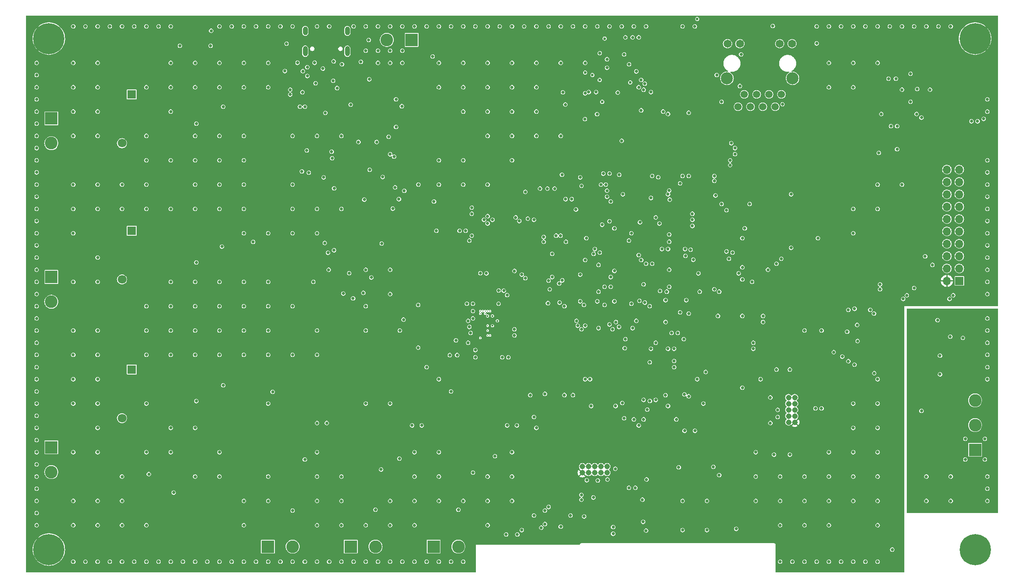
<source format=gbr>
%TF.GenerationSoftware,KiCad,Pcbnew,8.0.7*%
%TF.CreationDate,2025-11-12T22:50:05-06:00*%
%TF.ProjectId,EnergyMonitoringSystem,456e6572-6779-44d6-9f6e-69746f72696e,rev?*%
%TF.SameCoordinates,PX1c9c380PY91e9840*%
%TF.FileFunction,Copper,L4,Inr*%
%TF.FilePolarity,Positive*%
%FSLAX46Y46*%
G04 Gerber Fmt 4.6, Leading zero omitted, Abs format (unit mm)*
G04 Created by KiCad (PCBNEW 8.0.7) date 2025-11-12 22:50:05*
%MOMM*%
%LPD*%
G01*
G04 APERTURE LIST*
%TA.AperFunction,ComponentPad*%
%ADD10R,1.700000X1.700000*%
%TD*%
%TA.AperFunction,ComponentPad*%
%ADD11O,1.700000X1.700000*%
%TD*%
%TA.AperFunction,ComponentPad*%
%ADD12C,6.400000*%
%TD*%
%TA.AperFunction,ComponentPad*%
%ADD13C,1.500000*%
%TD*%
%TA.AperFunction,ComponentPad*%
%ADD14C,2.500000*%
%TD*%
%TA.AperFunction,ComponentPad*%
%ADD15C,1.650000*%
%TD*%
%TA.AperFunction,ComponentPad*%
%ADD16R,2.600000X2.600000*%
%TD*%
%TA.AperFunction,ComponentPad*%
%ADD17C,2.600000*%
%TD*%
%TA.AperFunction,ComponentPad*%
%ADD18C,1.143000*%
%TD*%
%TA.AperFunction,ComponentPad*%
%ADD19R,1.800000X1.800000*%
%TD*%
%TA.AperFunction,ComponentPad*%
%ADD20C,1.800000*%
%TD*%
%TA.AperFunction,ComponentPad*%
%ADD21O,1.000000X2.100000*%
%TD*%
%TA.AperFunction,ComponentPad*%
%ADD22O,1.000000X1.800000*%
%TD*%
%TA.AperFunction,ViaPad*%
%ADD23C,0.650000*%
%TD*%
%TA.AperFunction,ViaPad*%
%ADD24C,0.280000*%
%TD*%
%TA.AperFunction,ViaPad*%
%ADD25C,0.400000*%
%TD*%
%TA.AperFunction,ViaPad*%
%ADD26C,0.600000*%
%TD*%
G04 APERTURE END LIST*
D10*
%TO.N,SPI5_SCK*%
%TO.C,J503*%
X191750000Y60210000D03*
D11*
%TO.N,+DCDC_1*%
X189210000Y60210000D03*
%TO.N,SPI5_MISO*%
X191750000Y62750000D03*
%TO.N,+DCDC_2*%
X189210000Y62750000D03*
%TO.N,SPI5_MOSI*%
X191750000Y65290000D03*
%TO.N,GND*%
X189210000Y65290000D03*
%TO.N,SPI5_CS*%
X191750000Y67830000D03*
%TO.N,unconnected-(J503-Pin_8-Pad8)*%
X189210000Y67830000D03*
%TO.N,unconnected-(J503-Pin_9-Pad9)*%
X191750000Y70370000D03*
%TO.N,unconnected-(J503-Pin_10-Pad10)*%
X189210000Y70370000D03*
%TO.N,unconnected-(J503-Pin_11-Pad11)*%
X191750000Y72910000D03*
%TO.N,ADS_SPI_SCK*%
X189210000Y72910000D03*
%TO.N,unconnected-(J503-Pin_13-Pad13)*%
X191750000Y75450000D03*
%TO.N,ADS_DOUT_uC_DIN*%
X189210000Y75450000D03*
%TO.N,unconnected-(J503-Pin_15-Pad15)*%
X191750000Y77990000D03*
%TO.N,ADS_DIN_uC_DOUT*%
X189210000Y77990000D03*
%TO.N,unconnected-(J503-Pin_17-Pad17)*%
X191750000Y80530000D03*
%TO.N,ADS_CS*%
X189210000Y80530000D03*
%TO.N,unconnected-(J503-Pin_19-Pad19)*%
X191750000Y83070000D03*
%TO.N,ADS_DRDY*%
X189210000Y83070000D03*
%TD*%
D12*
%TO.N,GND*%
%TO.C,H203*%
X195000000Y5000000D03*
%TD*%
D13*
%TO.N,/ETHERNET/RMII_TXP*%
%TO.C,J801*%
X155270000Y98540000D03*
%TO.N,/ETHERNET/ETH_DCDC2_FR*%
X154000000Y96000000D03*
%TO.N,/ETHERNET/RMII_TXN*%
X152730000Y98540000D03*
%TO.N,/ETHERNET/RMII_RXP*%
X151460000Y96000000D03*
%TO.N,/ETHERNET/ETH_DCDC2_FR*%
X150190000Y98540000D03*
%TO.N,/ETHERNET/RMII_RXN*%
X148920000Y96000000D03*
%TO.N,unconnected-(J801-Pad7)*%
X147650000Y98540000D03*
%TO.N,GND*%
X146380000Y96000000D03*
D14*
%TO.N,Net-(C812-Pad1)*%
X157555000Y101840000D03*
X144095000Y101840000D03*
D15*
%TO.N,Net-(J801-YEL_+)*%
X157450000Y108950000D03*
%TO.N,Net-(J801-YEL_-)*%
X154910000Y108950000D03*
%TO.N,Net-(J801-GRN_+)*%
X146740000Y108950000D03*
%TO.N,Net-(J801-GRN_-)*%
X144200000Y108950000D03*
%TD*%
D16*
%TO.N,Net-(J602-Pin_1)*%
%TO.C,J602*%
X5500000Y61000000D03*
D17*
%TO.N,GND*%
X5500000Y55920000D03*
%TD*%
D12*
%TO.N,GND*%
%TO.C,H201*%
X5000000Y110000000D03*
%TD*%
D16*
%TO.N,/ADC/CT_PhaseA_IN*%
%TO.C,J604*%
X49920000Y5600000D03*
D17*
%TO.N,GND*%
X55000000Y5600000D03*
%TD*%
D18*
%TO.N,+DCDC_1*%
%TO.C,J401*%
X158000000Y31170000D03*
%TO.N,/uCMain/DEBUG_JTMS-SWDIO-H*%
X156730000Y31170000D03*
%TO.N,GND*%
X158000000Y32440000D03*
%TO.N,/uCMain/DEBUG_JTCK-SWCLK-H*%
X156730000Y32440000D03*
%TO.N,GND*%
X158000000Y33710000D03*
%TO.N,/uCMain/DEBUG_JTDO-SWO-H*%
X156730000Y33710000D03*
%TO.N,unconnected-(J401-Pin_7-Pad7)*%
X158000000Y34980000D03*
%TO.N,unconnected-(J401-Pin_8-Pad8)*%
X156730000Y34980000D03*
%TO.N,GND*%
X158000000Y36250000D03*
%TO.N,/uCMain/NRST-H*%
X156730000Y36250000D03*
%TD*%
D12*
%TO.N,GND*%
%TO.C,H204*%
X5000000Y5000000D03*
%TD*%
D19*
%TO.N,Net-(J601-Pin_1)*%
%TO.C,R601*%
X22000000Y98500000D03*
D20*
%TO.N,GND*%
X20000000Y88500000D03*
%TD*%
D16*
%TO.N,/ADC/CT_PhaseC_IN*%
%TO.C,J606*%
X83920000Y5600000D03*
D17*
%TO.N,GND*%
X89000000Y5600000D03*
%TD*%
D12*
%TO.N,GND*%
%TO.C,H202*%
X195000000Y110000000D03*
%TD*%
D16*
%TO.N,GND2*%
%TO.C,J701*%
X195000000Y25500000D03*
D17*
%TO.N,Net-(J701-Pin_2)*%
X195000000Y30580000D03*
%TO.N,Net-(J701-Pin_3)*%
X195000000Y35660000D03*
%TD*%
D19*
%TO.N,Net-(J603-Pin_1)*%
%TO.C,R603*%
X22000000Y42000000D03*
D20*
%TO.N,GND*%
X20000000Y32000000D03*
%TD*%
D16*
%TO.N,/ADC/CT_PhaseB_IN*%
%TO.C,J605*%
X66920000Y5600000D03*
D17*
%TO.N,GND*%
X72000000Y5600000D03*
%TD*%
D16*
%TO.N,Net-(J601-Pin_1)*%
%TO.C,J601*%
X5500000Y93580000D03*
D17*
%TO.N,GND*%
X5500000Y88500000D03*
%TD*%
D16*
%TO.N,+5V_EXT*%
%TO.C,J202*%
X79412500Y109725000D03*
D17*
%TO.N,GND*%
X74332500Y109725000D03*
%TD*%
D19*
%TO.N,Net-(J602-Pin_1)*%
%TO.C,R602*%
X22000000Y70500000D03*
D20*
%TO.N,GND*%
X20000000Y60500000D03*
%TD*%
D18*
%TO.N,+DCDC_1*%
%TO.C,J502*%
X114430000Y20800000D03*
%TO.N,/BLE/BLE_SWDIO*%
X114430000Y22070000D03*
%TO.N,GND*%
X115700000Y20800000D03*
%TO.N,/BLE/BLE_SWDCLK*%
X115700000Y22070000D03*
%TO.N,GND*%
X116970000Y20800000D03*
%TO.N,unconnected-(J502-Pin_6-Pad6)*%
X116970000Y22070000D03*
%TO.N,unconnected-(J502-Pin_7-Pad7)*%
X118240000Y20800000D03*
%TO.N,unconnected-(J502-Pin_8-Pad8)*%
X118240000Y22070000D03*
%TO.N,GND*%
X119510000Y20800000D03*
%TO.N,BLE_RST*%
X119510000Y22070000D03*
%TD*%
D21*
%TO.N,GND*%
%TO.C,J201*%
X66232500Y107400000D03*
D22*
X66232500Y111580000D03*
D21*
X57592500Y107400000D03*
D22*
X57592500Y111580000D03*
%TD*%
D16*
%TO.N,Net-(J603-Pin_1)*%
%TO.C,J603*%
X5500000Y26000000D03*
D17*
%TO.N,GND*%
X5500000Y20920000D03*
%TD*%
D23*
%TO.N,GND*%
X173500000Y54250000D03*
%TO.N,SPI5_MOSI*%
X110000000Y9705000D03*
X174250000Y53500000D03*
%TO.N,SPI5_SCK*%
X112000000Y12000000D03*
%TO.N,GND*%
X169000000Y54250000D03*
%TO.N,SPI5_SCK*%
X170270980Y54479020D03*
%TO.N,+5V_EXT*%
X74712500Y89825000D03*
X83712500Y106325000D03*
%TO.N,GND*%
X50000000Y60000000D03*
X127000000Y31750000D03*
X12500000Y2500000D03*
X132750000Y49500000D03*
X15000000Y40000000D03*
X30000000Y85000000D03*
X2500000Y85000000D03*
X35250000Y92500000D03*
X85000000Y40000000D03*
X2500000Y80000000D03*
X95000000Y10000000D03*
X100000000Y15000000D03*
X10000000Y100000000D03*
X65000000Y75000000D03*
X40000000Y112500000D03*
X195500000Y93000000D03*
X71149999Y60900000D03*
X60000000Y25000000D03*
X82500000Y42500000D03*
X142000000Y102500000D03*
X25500000Y20500000D03*
X100000000Y90000000D03*
X197500000Y97500000D03*
X100000000Y95000000D03*
X197500000Y80000000D03*
X70000000Y35000000D03*
X45000000Y85000000D03*
X30000000Y112500000D03*
X92500000Y112500000D03*
X35250000Y64000000D03*
X115000000Y105000000D03*
X45000000Y90000000D03*
X119250000Y80000000D03*
X2500000Y102500000D03*
X98800000Y8100000D03*
X90000000Y100000000D03*
X91000000Y52000000D03*
X100000000Y100000000D03*
X52500000Y2500000D03*
X160000000Y2500000D03*
X95000000Y100000000D03*
X10000000Y75000000D03*
X25000000Y75000000D03*
X61712500Y94725000D03*
X112500000Y112500000D03*
X20000000Y10000000D03*
X90750000Y55500000D03*
X30000000Y55000000D03*
X157000000Y42000000D03*
D24*
X94500000Y53500000D03*
D23*
X194250000Y93000000D03*
X122500000Y112500000D03*
D25*
X96000000Y51000000D03*
D23*
X107750000Y58500000D03*
X147750000Y71000000D03*
X175000000Y30000000D03*
X126500000Y64500000D03*
X99000000Y30500000D03*
X2500000Y45000000D03*
X65000000Y15000000D03*
X197500000Y77500000D03*
X187500000Y112500000D03*
X146000000Y9250000D03*
X62000000Y31000000D03*
X55000000Y75000000D03*
X45000000Y60000000D03*
D25*
X97000000Y52000000D03*
D23*
X126900000Y10700000D03*
X57500000Y23500000D03*
X55000000Y45000000D03*
X35000000Y75000000D03*
X165000000Y10000000D03*
X25000000Y85000000D03*
X182500000Y112500000D03*
X197500000Y85000000D03*
X25000000Y50000000D03*
X77750000Y52250000D03*
X117250000Y99000000D03*
X185000000Y112500000D03*
X35000000Y30000000D03*
X85000000Y85000000D03*
X160000000Y50000000D03*
X30000000Y100000000D03*
X145750000Y87500000D03*
X40000000Y80000000D03*
X70612500Y109725000D03*
X131000000Y95000000D03*
X82500000Y2500000D03*
X119600000Y19400000D03*
X170900000Y47849999D03*
X170000000Y35000000D03*
X80000000Y20000000D03*
X61212500Y103825000D03*
X180000000Y112500000D03*
X141500000Y80750000D03*
X2500000Y57500000D03*
X2500000Y52500000D03*
X197500000Y75000000D03*
D24*
X93500000Y48500000D03*
D23*
X96500000Y24200000D03*
X100000000Y25000000D03*
X175000000Y40000000D03*
X175000000Y105000000D03*
X132250000Y59000000D03*
X2500000Y65000000D03*
X197500000Y70000000D03*
X2500000Y17500000D03*
X157500000Y2500000D03*
X57500000Y2500000D03*
X73475000Y81562500D03*
X10000000Y25000000D03*
X35000000Y60000000D03*
X75000000Y86225000D03*
X184750000Y65250000D03*
X45000000Y10000000D03*
X2500000Y67500000D03*
X2500000Y47500000D03*
X17500000Y112500000D03*
X2500000Y87500000D03*
X67500000Y2500000D03*
X140000000Y15000000D03*
X40000000Y75000000D03*
X105000000Y95000000D03*
X175000000Y2500000D03*
X57500000Y96000000D03*
X77900000Y78700000D03*
X40000000Y25000000D03*
X170000000Y75000000D03*
X102500000Y112500000D03*
X137200420Y64549580D03*
X93520980Y61770980D03*
X45000000Y70000000D03*
X69000000Y105225000D03*
X110450000Y98950000D03*
X104500000Y32250000D03*
X162500000Y109000000D03*
X95000000Y73500000D03*
X45000000Y112500000D03*
X10000000Y50000000D03*
X2500000Y32500000D03*
X121700000Y98900000D03*
X60000000Y50000000D03*
X35000000Y20000000D03*
X90000000Y105000000D03*
X117600000Y19200000D03*
X76800000Y77000000D03*
X147250000Y69000000D03*
X40000000Y100000000D03*
X25000000Y10000000D03*
X165000000Y25000000D03*
X22500000Y2500000D03*
X63512500Y79225000D03*
D25*
X95000000Y53000000D03*
D23*
X47500000Y112500000D03*
X2500000Y50000000D03*
X40000000Y2500000D03*
X190500000Y57250000D03*
X38185000Y108500000D03*
X80000000Y10000000D03*
X75000000Y57500000D03*
X95000000Y15000000D03*
X77500000Y107500000D03*
X63000000Y86750000D03*
X91500000Y49500000D03*
X151500000Y51750000D03*
X151500000Y53000000D03*
X45000000Y15000000D03*
X162500000Y2500000D03*
X160000000Y20000000D03*
X175000000Y10000000D03*
X190000000Y112500000D03*
X67500000Y112500000D03*
X60000000Y15000000D03*
X146500000Y61750000D03*
X50000000Y2500000D03*
X85000000Y25000000D03*
X135000000Y81750000D03*
X10000000Y10000000D03*
X90000000Y80000000D03*
X45000000Y50000000D03*
X2500000Y40000000D03*
X170000000Y25000000D03*
X87500000Y112500000D03*
X95000000Y95000000D03*
X2500000Y92500000D03*
X174300000Y41249999D03*
X10000000Y60000000D03*
X113250000Y52000000D03*
X60000000Y2500000D03*
X101500000Y72500000D03*
X175000000Y25000000D03*
X40500000Y67250000D03*
X149500000Y47500000D03*
X175000000Y80000000D03*
X30000000Y45000000D03*
X170000000Y105000000D03*
X40000000Y50000000D03*
X35000000Y2500000D03*
X50000000Y35000000D03*
X62400000Y62500000D03*
X40000000Y105000000D03*
X153500000Y112575000D03*
X45000000Y100000000D03*
X197500000Y72500000D03*
X178000000Y5000000D03*
X50000000Y70000000D03*
X89250000Y70500000D03*
X105000000Y30000000D03*
X62500000Y112500000D03*
X105000000Y90000000D03*
X87500000Y37500000D03*
X2500000Y70000000D03*
X25000000Y90000000D03*
X2500000Y82500000D03*
X100000000Y105000000D03*
X10000000Y2500000D03*
X170800000Y51149999D03*
X99250000Y44500000D03*
X163500000Y50000000D03*
X117500000Y112500000D03*
X167500000Y112500000D03*
X90000000Y85000000D03*
X100000000Y85000000D03*
X70000000Y107500000D03*
X197500000Y60000000D03*
X2500000Y35000000D03*
X45000000Y105000000D03*
X87250000Y44960000D03*
X10000000Y40000000D03*
X72000000Y13200000D03*
X2500000Y25000000D03*
X15000000Y30000000D03*
X95000000Y90000000D03*
X126500000Y101500000D03*
X85000000Y112500000D03*
X55000000Y112500000D03*
X62257776Y65984449D03*
X75000000Y105000000D03*
X137000000Y71500000D03*
X40000000Y45000000D03*
X175000000Y112500000D03*
X85000000Y2500000D03*
X30000000Y95000000D03*
X170000000Y30000000D03*
X124750000Y50500000D03*
X165000000Y105000000D03*
X119500000Y105750000D03*
X2500000Y20000000D03*
X35000000Y50000000D03*
X40000000Y20000000D03*
X75000000Y2500000D03*
X2500000Y60000000D03*
X2500000Y75000000D03*
X150000000Y20000000D03*
X87500000Y2500000D03*
X30000000Y60000000D03*
X163500000Y34000000D03*
X15000000Y25000000D03*
X70000000Y112500000D03*
X175000000Y75000000D03*
X15000000Y2500000D03*
X40750000Y96000000D03*
X75000000Y15000000D03*
X60000000Y90000000D03*
X110250000Y82000000D03*
X25000000Y55000000D03*
X144000000Y66250000D03*
X143000000Y97000000D03*
X15000000Y60000000D03*
X172500000Y112500000D03*
X56500000Y96000000D03*
X115000000Y112500000D03*
X143000000Y76000000D03*
X60000000Y45000000D03*
X125300000Y17700000D03*
X25000000Y112500000D03*
X15000000Y80000000D03*
X10000000Y80000000D03*
X114250000Y16250000D03*
X15000000Y50000000D03*
X114270000Y79750000D03*
X95000000Y80000000D03*
X110000000Y105000000D03*
X50000000Y105000000D03*
X72500000Y107500000D03*
X2500000Y12500000D03*
X75000000Y112500000D03*
X30000000Y30000000D03*
X35000000Y55000000D03*
X134000000Y49500000D03*
X92500000Y44500000D03*
X153750000Y24500000D03*
X97250000Y55500000D03*
X2500000Y37500000D03*
X102750000Y60750000D03*
X90000000Y95000000D03*
X157000000Y24500000D03*
X95000000Y105000000D03*
X35000000Y90000000D03*
X80000000Y15000000D03*
X70812500Y83025000D03*
X50000000Y50000000D03*
X117450000Y94450000D03*
X106500000Y69250000D03*
X2500000Y55000000D03*
X186250000Y63500000D03*
X105000000Y112500000D03*
X135000000Y9000000D03*
X128750000Y63750000D03*
X10000000Y105000000D03*
X2500000Y10000000D03*
X197500000Y57500000D03*
X114950000Y93450000D03*
X127500000Y8900000D03*
X95000000Y112500000D03*
X70725000Y101625000D03*
X2500000Y30000000D03*
X15000000Y75000000D03*
X57012500Y98975000D03*
X15000000Y45000000D03*
X38285000Y111600000D03*
X128750000Y81750000D03*
X80000000Y112500000D03*
X69500000Y57750000D03*
X146750000Y100250000D03*
X106000000Y9500000D03*
X138000000Y40000000D03*
X55000000Y80000000D03*
X76900000Y23700000D03*
X53412500Y103325000D03*
X40000000Y85000000D03*
X175000000Y20000000D03*
X106500000Y68250000D03*
X60000000Y112500000D03*
X165000000Y100000000D03*
X175000000Y35000000D03*
X79500000Y30500000D03*
X25000000Y2500000D03*
X50000000Y20000000D03*
X105000000Y105000000D03*
X110000000Y112500000D03*
X124000000Y17700000D03*
X30000000Y50000000D03*
X85000000Y105000000D03*
X149500000Y46250000D03*
X20000000Y75000000D03*
X20000000Y15000000D03*
X2500000Y97500000D03*
X141500000Y58500000D03*
X47500000Y2500000D03*
X114000000Y81475000D03*
X84000000Y76500000D03*
X10000000Y95000000D03*
X138500000Y58000000D03*
X197500000Y67500000D03*
X63500001Y66500000D03*
X77400000Y96100000D03*
X75000000Y10000000D03*
X66599999Y61775551D03*
X15000000Y105000000D03*
X141300000Y22000000D03*
X20000000Y2500000D03*
X145250000Y66000000D03*
X144000000Y74750000D03*
X20000000Y80000000D03*
X10000000Y112500000D03*
X175500000Y58500000D03*
X127600000Y19400000D03*
X160000000Y15000000D03*
X60000000Y75000000D03*
X72500000Y2500000D03*
X170000000Y70000000D03*
X85000000Y100000000D03*
X61362500Y81475000D03*
X107500000Y13750000D03*
X40000000Y60000000D03*
X170000000Y112500000D03*
X65000000Y10000000D03*
X150000000Y25000000D03*
X89000000Y13200000D03*
X122500000Y89000000D03*
X107500000Y60250000D03*
X115750000Y99000000D03*
X25000000Y80000000D03*
X101100000Y8100000D03*
X15000000Y100000000D03*
X80000000Y2500000D03*
X15000000Y95000000D03*
X35000000Y100000000D03*
X25000000Y25000000D03*
X60000000Y70000000D03*
X76212500Y97525000D03*
X172500000Y2500000D03*
X136250000Y81750000D03*
X170000000Y100000000D03*
X75000000Y35000000D03*
X155000000Y15000000D03*
X2500000Y42500000D03*
X149250000Y60000000D03*
X165000000Y2500000D03*
X126500000Y95250000D03*
X137000000Y72750000D03*
X147250000Y60500000D03*
X137500000Y112500000D03*
X45000000Y80000000D03*
X155000000Y10000000D03*
X162500000Y112500000D03*
X77500000Y112500000D03*
X20000000Y112500000D03*
X135000000Y112500000D03*
X10000000Y15000000D03*
X75000000Y62500000D03*
X155500000Y96500000D03*
X58012500Y104125000D03*
X135400000Y29400000D03*
X115000000Y98750000D03*
X2500000Y27500000D03*
X67400000Y56600000D03*
X15000000Y15000000D03*
X60000000Y31000000D03*
X165000000Y20000000D03*
X35000000Y85000000D03*
X165000000Y15000000D03*
X134500000Y80250000D03*
X2500000Y90000000D03*
X50000000Y55000000D03*
X45000000Y45000000D03*
X12500000Y112500000D03*
X133700000Y31750000D03*
X63112500Y85425000D03*
X35000000Y80000000D03*
X2500000Y22500000D03*
X180000000Y80000000D03*
X137520000Y29400000D03*
X101000000Y30500000D03*
X154250000Y42000000D03*
X70000000Y10000000D03*
D25*
X96000000Y53000000D03*
D23*
X133250000Y42500000D03*
X147250000Y63000000D03*
X40750000Y38750000D03*
X100000000Y112500000D03*
X165000000Y112500000D03*
X55000000Y70000000D03*
X108250000Y65760374D03*
X30000000Y75000000D03*
X119500000Y104000000D03*
X147000000Y106750000D03*
X127500000Y112500000D03*
X30600000Y16700000D03*
X177500000Y112500000D03*
X61600000Y68000000D03*
X167500000Y2500000D03*
X2500000Y15000000D03*
X50000000Y15000000D03*
X140000000Y9000000D03*
X17500000Y2500000D03*
X155000000Y2500000D03*
X160000000Y10000000D03*
X138250000Y61750000D03*
X60000000Y10000000D03*
X42500000Y112500000D03*
X162250000Y34000000D03*
X76012500Y79425000D03*
X104500000Y72750000D03*
X197500000Y82500000D03*
X55000000Y2500000D03*
X10000000Y90000000D03*
X45000000Y2500000D03*
X114250000Y50250000D03*
X115350000Y19250000D03*
X175000000Y15000000D03*
X118000000Y107000000D03*
X75000000Y107500000D03*
X15000000Y10000000D03*
X105000000Y100000000D03*
X64112500Y99825000D03*
X70000000Y50000000D03*
X81500000Y30500000D03*
X25000000Y35000000D03*
X120000000Y112500000D03*
X35250000Y35500000D03*
X25000000Y100000000D03*
X60000000Y20000000D03*
X15000000Y90000000D03*
X117000000Y66750000D03*
X42500000Y2500000D03*
X91750000Y69500000D03*
X58312500Y82425000D03*
X100500000Y50250000D03*
X15000000Y65000000D03*
X116000000Y40000000D03*
X52500000Y112500000D03*
X181000000Y57250000D03*
X125000000Y112500000D03*
X37500000Y2500000D03*
X182500000Y58750000D03*
X90000000Y2500000D03*
X10000000Y35000000D03*
X151000000Y40000000D03*
X88750000Y44960000D03*
X50000000Y112500000D03*
X117750000Y50500000D03*
X2500000Y62500000D03*
X95000000Y20000000D03*
X27500000Y2500000D03*
X62500000Y2500000D03*
X2500000Y72500000D03*
X35000000Y45000000D03*
X22500000Y112500000D03*
X80000000Y25000000D03*
X85000000Y80000000D03*
X132000000Y46250000D03*
X99000000Y57295000D03*
X27500000Y112500000D03*
X132250000Y78770003D03*
X92500000Y46000000D03*
X134200000Y21900000D03*
X116700000Y15700000D03*
X155000000Y20000000D03*
X50000000Y100000000D03*
X10000000Y45000000D03*
X50000000Y45000000D03*
X90000000Y15000000D03*
X65000000Y20000000D03*
X30000000Y25000000D03*
X77000000Y50000000D03*
X91750000Y75250000D03*
X77500000Y105000000D03*
X72500000Y105000000D03*
X25000000Y45000000D03*
X40000000Y55000000D03*
X97500000Y112500000D03*
X197500000Y62500000D03*
X10000000Y70000000D03*
X170000000Y2500000D03*
X2500000Y105000000D03*
X144750000Y85000000D03*
X110000000Y90000000D03*
X20000000Y20000000D03*
X85000000Y15000000D03*
X15000000Y35000000D03*
X45000000Y55000000D03*
X70000000Y2500000D03*
X90000000Y112500000D03*
X30000000Y105000000D03*
X30000000Y2500000D03*
X45000000Y75000000D03*
X122750000Y78000000D03*
X15000000Y112500000D03*
X65400000Y57600000D03*
X55000000Y55000000D03*
X75812500Y85725000D03*
X82500000Y112500000D03*
X135000000Y15000000D03*
X96000000Y72750000D03*
X54500000Y98500000D03*
X100000000Y20000000D03*
X40000000Y90000000D03*
X150000000Y15000000D03*
X107500000Y112500000D03*
X65000000Y90000000D03*
X110950000Y96450000D03*
X170000000Y20000000D03*
X55000000Y90000000D03*
X2500000Y100000000D03*
X77500000Y2500000D03*
X32500000Y2500000D03*
X170000000Y15000000D03*
X55000000Y13000000D03*
X65000000Y2500000D03*
X85000000Y20000000D03*
X2500000Y77500000D03*
X72500000Y112500000D03*
X54500000Y99500000D03*
X2500000Y95000000D03*
X197500000Y95000000D03*
X57912500Y87000000D03*
X197500000Y65000000D03*
X70000000Y55000000D03*
X35000000Y105000000D03*
X76212500Y91825000D03*
%TO.N,/USB/PD_IN_GD*%
X58022549Y102300735D03*
X57100000Y103300000D03*
D25*
%TO.N,+DCDC_1*%
X96796985Y50796985D03*
D23*
X32000000Y111600000D03*
X131750000Y61250000D03*
X123500000Y91750000D03*
X81000000Y82500000D03*
X104500000Y62750000D03*
X138500000Y59000000D03*
X118500000Y91750000D03*
X138750000Y66750000D03*
X121250000Y77000000D03*
X108500000Y55500000D03*
X110250000Y85175000D03*
X75000000Y68000000D03*
X95500000Y46000000D03*
X51300000Y28600000D03*
X112700000Y21200000D03*
D25*
X95500000Y52000000D03*
D23*
X95500000Y44500000D03*
X128750000Y78500000D03*
X186000000Y58750000D03*
X123000000Y15700000D03*
X110500000Y66750000D03*
X103700000Y11100000D03*
X70600000Y28800000D03*
X105250000Y68500000D03*
X76500000Y67500000D03*
X86250000Y53750000D03*
X86250000Y56750000D03*
X137000000Y70500000D03*
X72000000Y62500000D03*
X131250000Y99500000D03*
X90300000Y28900000D03*
X102250000Y43000000D03*
X37000000Y14000000D03*
X126000000Y91750000D03*
X127250000Y51750000D03*
X92250000Y58250000D03*
X83500000Y75000000D03*
X147250000Y57250000D03*
X112770000Y78500000D03*
X133250000Y53955000D03*
X118750000Y48500000D03*
X82000000Y75000000D03*
X95000000Y58500000D03*
X129750000Y113500000D03*
X100750000Y59500000D03*
X133750000Y81500000D03*
X71500000Y63500000D03*
X76500000Y69500000D03*
X121750000Y95250000D03*
X103750000Y44000000D03*
X69500000Y44000000D03*
X163000000Y28000000D03*
X53500000Y78100000D03*
X120500000Y91750000D03*
X147250000Y41000000D03*
X61100000Y63700000D03*
X138250000Y63750000D03*
X105750000Y72000000D03*
X36500000Y13500000D03*
%TO.N,+1V2*%
X75550000Y75050000D03*
X70000000Y62500000D03*
%TO.N,+DCDC_2*%
X31885000Y108500000D03*
X196750000Y93500000D03*
X142500000Y20300000D03*
X69700000Y76900000D03*
X168750000Y49750000D03*
%TO.N,-DCDC_1*%
X73150000Y21450000D03*
X92000000Y20800000D03*
X50900000Y37400000D03*
%TO.N,/uCMain/NRST*%
X132250000Y68250000D03*
X80750000Y55250000D03*
X134500000Y53750000D03*
%TO.N,+VDD_SDC*%
X155250000Y64750000D03*
X147250000Y53000000D03*
X147250000Y38250000D03*
%TO.N,/ADC/V_Phase_B_P*%
X46900000Y68200000D03*
X59250000Y60000000D03*
%TO.N,Net-(U401B-VLXSMPS)*%
X144500000Y64750000D03*
X132250000Y62500000D03*
%TO.N,+V_ISO*%
X189200000Y46549999D03*
X194000000Y46000000D03*
D26*
X184000000Y24500000D03*
D23*
%TO.N,GND2*%
X197500000Y40000000D03*
X197500000Y42500000D03*
X197000000Y27750000D03*
X197500000Y52500000D03*
X197500000Y20000000D03*
X197500000Y15000000D03*
X192500000Y48500000D03*
X193000000Y23500000D03*
X187800000Y41000000D03*
X190000000Y20000000D03*
X197500000Y17500000D03*
X185000000Y15000000D03*
X197500000Y47500000D03*
X185000000Y20000000D03*
X197500000Y45000000D03*
X197000000Y23500000D03*
X187800000Y44849999D03*
X193000000Y27750000D03*
X197500000Y50000000D03*
X184000000Y33500000D03*
X190000000Y15000000D03*
%TO.N,+VBUSc*%
X65112500Y104725000D03*
X56012500Y105025000D03*
X59512500Y105025000D03*
X53743750Y108956250D03*
X66918750Y96418750D03*
X63312500Y101325000D03*
%TO.N,/uCMain/DEBUG_JTMS-SWDIO-H*%
X153000000Y31000000D03*
%TO.N,/uCMain/DEBUG_JTCK-SWCLK-H*%
X154500000Y32250000D03*
%TO.N,/uCMain/DEBUG_JTDO-SWO-H*%
X154500000Y33710000D03*
%TO.N,BLE_RST*%
X114800000Y11800000D03*
X102000000Y9000000D03*
X121200000Y21600000D03*
X102750000Y78500000D03*
%TO.N,Net-(U701-VSEL)*%
X187300000Y52149999D03*
X189900000Y48749999D03*
%TO.N,/USB/USB_CC1c*%
X63412500Y105325000D03*
X59712500Y100825000D03*
%TO.N,/ETHERNET/ETH_DCDC2_FR*%
X124010374Y104690000D03*
X125500000Y103250000D03*
X124750000Y110250000D03*
X123000000Y106750000D03*
D26*
X118000000Y101500000D03*
X138000000Y114000000D03*
X124250000Y101000000D03*
D23*
X123250000Y110250000D03*
D26*
X119000000Y110000000D03*
D23*
X126000000Y110250000D03*
D26*
%TO.N,Net-(U801-VDDCR)*%
X118500000Y97000000D03*
D23*
%TO.N,ADS_CS*%
X73275000Y67900000D03*
X130750000Y66750000D03*
X152500000Y62500000D03*
%TO.N,/eMMC/VDDI*%
X88500000Y48000000D03*
D24*
X93500000Y53500000D03*
D23*
%TO.N,/uCMain/BOOT0*%
X128250000Y55000000D03*
X80750000Y46500000D03*
%TO.N,ADS_DIN_uC_DOUT*%
X142500000Y58000000D03*
X103250000Y73000000D03*
X131750000Y58000000D03*
%TO.N,ADS_DOUT_uC_DIN*%
X130375000Y58125000D03*
X100750000Y73250000D03*
%TO.N,I2C1_SDA*%
X124000000Y68500000D03*
X179000000Y92000000D03*
X127250000Y55750000D03*
X121000000Y62250000D03*
%TO.N,/uCMain/NRST-H*%
X153000000Y36250000D03*
%TO.N,SPI1_SCK*%
X145750000Y86250000D03*
X130250000Y72000000D03*
%TO.N,UART4_TX*%
X137000000Y74000000D03*
X141750000Y77750000D03*
X132354020Y76895980D03*
%TO.N,UART4_RX*%
X121250000Y34500000D03*
X114750000Y55250000D03*
X179000000Y87250000D03*
%TO.N,GPIO_OUT_1*%
X120250000Y76500000D03*
X181750000Y97000000D03*
%TO.N,I2C1_SCL*%
X124500000Y70000000D03*
X126125000Y56125000D03*
X177750000Y92000000D03*
X120250000Y61000000D03*
%TO.N,GPIO_IN_1*%
X183125000Y99625000D03*
X119500000Y77500000D03*
%TO.N,GPIO_IN_2*%
X119500000Y78750000D03*
X185750000Y99500000D03*
%TO.N,ADC1_INP9*%
X175750000Y94500000D03*
X183000000Y94500000D03*
X122000000Y82000000D03*
%TO.N,SD_DETECT*%
X139250000Y35000000D03*
X121310000Y51750000D03*
X132000000Y34500000D03*
%TO.N,TIM4_CH1*%
X178750000Y101750000D03*
X111065745Y68250000D03*
%TO.N,SPI1_NSS*%
X129500000Y73250000D03*
X145000000Y88500000D03*
%TO.N,LDO_EN*%
X80800000Y80000000D03*
X120000000Y82260374D03*
%TO.N,DCDC_2_EN*%
X56900000Y82700000D03*
X118750000Y82250000D03*
X72250000Y88750000D03*
X68500000Y88750000D03*
%TO.N,ADC3_INP1*%
X132250000Y69750000D03*
X184000000Y93750000D03*
%TO.N,SPI1_MISO*%
X141500000Y81750000D03*
%TO.N,SPI1_MOSI*%
X127500000Y63750000D03*
X144750000Y84000000D03*
%TO.N,FDCAN2_TX*%
X181750000Y102750000D03*
X111000000Y77000000D03*
%TO.N,TIM4_CH2*%
X136250000Y94750000D03*
X114000000Y61500000D03*
X177250000Y101750000D03*
%TO.N,UART4_DE*%
X110750000Y55000000D03*
X162750000Y69000000D03*
X175250000Y86500000D03*
X122625000Y35125000D03*
%TO.N,FDCAN2_RX*%
X112250000Y77000000D03*
X180000000Y99500000D03*
%TO.N,SPI5_MISO*%
X189750000Y56500000D03*
X133250000Y46250000D03*
X133250000Y43750000D03*
X128270980Y43479020D03*
%TO.N,SPI5_CS*%
X114250000Y15250000D03*
X148750000Y76000000D03*
X132000000Y66750000D03*
%TO.N,ADS_STM32_CLKOUT*%
X108250000Y61000000D03*
X91750000Y74000000D03*
%TO.N,ADS_DRDY*%
X154250000Y63750000D03*
X127000000Y59500000D03*
X95000000Y72000000D03*
%TO.N,ADS_SYNC_RESET*%
X84500000Y70500000D03*
X126250000Y72250000D03*
%TO.N,ADS_SPI_SCK*%
X94250000Y72750000D03*
X131500000Y56250000D03*
%TO.N,uC_OTG_D+*%
X109678266Y59675266D03*
X109045000Y69515000D03*
%TO.N,uC_OTG_D-*%
X109955000Y69515000D03*
X110321734Y60318734D03*
%TO.N,SPI5_MOSI*%
X135375000Y36875000D03*
X106750000Y10250000D03*
%TO.N,SPI5_SCK*%
X136250000Y36500000D03*
X106750000Y13000000D03*
D26*
%TO.N,Net-(J801-YEL_+)*%
X115000000Y103000000D03*
%TO.N,Net-(J801-GRN_+)*%
X116500000Y102500000D03*
D23*
%TO.N,Net-(JP402-B)*%
X118000000Y66000000D03*
X142250000Y53000000D03*
X117750000Y58000000D03*
%TO.N,Net-(JP406-B)*%
X139750000Y41500000D03*
X113125000Y74875000D03*
X119000000Y59000000D03*
X120250000Y59000000D03*
X131500000Y51750000D03*
X121000000Y56000000D03*
%TO.N,eMMC_RSTn*%
X129500000Y47500000D03*
X116250000Y34500000D03*
D24*
%TO.N,/eMMC/SDMMC1_eMMC_RSTn_JP*%
X95000000Y50000000D03*
D23*
X91000000Y47500000D03*
%TO.N,Net-(U401A-PG9)*%
X126000000Y65500000D03*
%TO.N,/uCMain/TIM1_CH1*%
X105750000Y79175000D03*
X121000000Y71000000D03*
%TO.N,/uCMain/TIM1_CH2*%
X108750000Y79175000D03*
X120000000Y72455000D03*
%TO.N,/uCMain/TIM1_CH3*%
X118500000Y71750000D03*
X107250000Y79175000D03*
%TO.N,/uCMain/DEBUG_JTMS-SWDIO*%
X106750000Y37000000D03*
X107375000Y55625000D03*
%TO.N,/uCMain/DEBUG_JTCK-SWCLK*%
X109750000Y55750000D03*
X110750000Y36750000D03*
%TO.N,/uCMain/DEBUG_JTDO-SWO*%
X124500000Y55500000D03*
%TO.N,BLE_INT*%
X126750000Y15250000D03*
X135750000Y56250000D03*
%TO.N,RMII_REF_CLK*%
X132000000Y78000000D03*
X132000000Y94500000D03*
%TO.N,SDMMC1_D2*%
X94750000Y61750000D03*
X113500000Y51000000D03*
%TO.N,SDMMC1_D3*%
X115000000Y40000000D03*
X115000000Y51000000D03*
%TO.N,SDMMC1_D6*%
X100500000Y62245000D03*
X90500000Y70500000D03*
%TO.N,SDMMC1_D7*%
X102000000Y61500000D03*
X91250000Y68500000D03*
%TO.N,/eMMC/SDMMC1_D3_R*%
X92000000Y54000000D03*
D24*
X93500000Y54000000D03*
D23*
%TO.N,/eMMC/SDMMC1_D4_R*%
X92000000Y52500000D03*
D24*
X94000000Y54000000D03*
D23*
%TO.N,/eMMC/SDMMC1_D5_R*%
X92000000Y55500000D03*
D24*
X94500000Y54000000D03*
%TO.N,/eMMC/SDMMC1_D6_R*%
X95000000Y54000000D03*
D23*
X97261250Y58238750D03*
D24*
%TO.N,/eMMC/SDMMC1_D7_R*%
X95500000Y54000000D03*
D23*
X98309308Y58190692D03*
%TO.N,/eMMC/SDMMC1_CMD_R*%
X98000000Y44500000D03*
D24*
X95000000Y49000000D03*
%TO.N,/eMMC/SDMMC1_CK_R*%
X95500000Y49000000D03*
D23*
X100500000Y49000000D03*
%TO.N,Net-(U901-DATA_STROBE)*%
X103750000Y36750000D03*
D24*
X95000000Y51000000D03*
D23*
X91250000Y50750000D03*
%TO.N,USART2_INV_485*%
X114000000Y56000000D03*
X123000000Y32000000D03*
X112500000Y36750000D03*
X170250000Y43000000D03*
%TO.N,SDMMC2_D1*%
X127750000Y33750000D03*
X115250000Y69000000D03*
%TO.N,USART2_RX*%
X157250000Y67000000D03*
X166000000Y45559999D03*
X157250000Y78000000D03*
X130000000Y81500000D03*
%TO.N,SDMMC2_CMD*%
X120625000Y50250000D03*
X129500000Y35750000D03*
%TO.N,BLE_TEST9*%
X120750000Y9625000D03*
X115000000Y64500000D03*
X104500000Y12000000D03*
%TO.N,SDMMC2_CK*%
X128275980Y35525980D03*
X120000000Y51250000D03*
%TO.N,SDMMC2_D2*%
X121940000Y50750000D03*
X131490000Y36740000D03*
%TO.N,RMII_TXD0*%
X126000000Y100000000D03*
X123250000Y48250000D03*
%TO.N,RMII_TXD1*%
X123125000Y46375000D03*
X127250000Y100720003D03*
%TO.N,ETH_NRST*%
X128500000Y77250000D03*
X128500000Y99000000D03*
%TO.N,USART2_TX*%
X119000000Y55250000D03*
X169000000Y43700000D03*
X125000000Y31750000D03*
%TO.N,USART2_DE*%
X167750000Y44649999D03*
X117500000Y56000000D03*
X126000000Y30500000D03*
%TO.N,BLE_TEST8*%
X120750000Y8250000D03*
X117750000Y63500000D03*
%TO.N,SDMMC2_D0*%
X116750000Y65750000D03*
X127000000Y35750000D03*
%TO.N,SDMMC2_D3*%
X128500000Y46250000D03*
X125500000Y52000000D03*
%TO.N,RMII_TX_EN*%
X118250000Y80000000D03*
X127000000Y99485000D03*
%TO.N,/uCMain/SPI5_SCK_R*%
X135581937Y65331937D03*
X136250000Y53500000D03*
%TO.N,/uCMain/SPI5_MOSI_R*%
X135500000Y66750000D03*
X135250000Y48250000D03*
%TO.N,SPI5_MISO*%
X136625000Y66625000D03*
X180250000Y56500000D03*
X175500000Y59500000D03*
%TD*%
%TA.AperFunction,Conductor*%
%TO.N,+V_ISO*%
G36*
X199677826Y54478326D02*
G01*
X199699500Y54426000D01*
X199699500Y12574000D01*
X199677826Y12521674D01*
X199625500Y12500000D01*
X181074000Y12500000D01*
X181021674Y12521674D01*
X181000000Y12574000D01*
X181000000Y15000000D01*
X184549919Y15000000D01*
X184568149Y14873201D01*
X184621368Y14756668D01*
X184705256Y14659855D01*
X184705259Y14659852D01*
X184705260Y14659851D01*
X184765183Y14621341D01*
X184813028Y14590593D01*
X184813030Y14590592D01*
X184935945Y14554500D01*
X184935947Y14554500D01*
X185064054Y14554500D01*
X185125511Y14572546D01*
X185186970Y14590592D01*
X185294740Y14659851D01*
X185378632Y14756668D01*
X185431850Y14873198D01*
X185450081Y15000000D01*
X189549919Y15000000D01*
X189568149Y14873201D01*
X189621368Y14756668D01*
X189705256Y14659855D01*
X189705259Y14659852D01*
X189705260Y14659851D01*
X189765183Y14621341D01*
X189813028Y14590593D01*
X189813030Y14590592D01*
X189935945Y14554500D01*
X189935947Y14554500D01*
X190064054Y14554500D01*
X190125511Y14572546D01*
X190186970Y14590592D01*
X190294740Y14659851D01*
X190378632Y14756668D01*
X190431850Y14873198D01*
X190450081Y15000000D01*
X197049919Y15000000D01*
X197068149Y14873201D01*
X197121368Y14756668D01*
X197205256Y14659855D01*
X197205259Y14659852D01*
X197205260Y14659851D01*
X197265183Y14621341D01*
X197313028Y14590593D01*
X197313030Y14590592D01*
X197435945Y14554500D01*
X197435947Y14554500D01*
X197564054Y14554500D01*
X197625511Y14572546D01*
X197686970Y14590592D01*
X197794740Y14659851D01*
X197878632Y14756668D01*
X197931850Y14873198D01*
X197950081Y15000000D01*
X197931850Y15126802D01*
X197878632Y15243332D01*
X197794740Y15340149D01*
X197686971Y15409408D01*
X197686969Y15409409D01*
X197564055Y15445500D01*
X197564053Y15445500D01*
X197435947Y15445500D01*
X197435945Y15445500D01*
X197313030Y15409409D01*
X197313028Y15409408D01*
X197205259Y15340149D01*
X197205256Y15340146D01*
X197121368Y15243333D01*
X197068149Y15126800D01*
X197049919Y15000000D01*
X190450081Y15000000D01*
X190431850Y15126802D01*
X190378632Y15243332D01*
X190294740Y15340149D01*
X190186971Y15409408D01*
X190186969Y15409409D01*
X190064055Y15445500D01*
X190064053Y15445500D01*
X189935947Y15445500D01*
X189935945Y15445500D01*
X189813030Y15409409D01*
X189813028Y15409408D01*
X189705259Y15340149D01*
X189705256Y15340146D01*
X189621368Y15243333D01*
X189568149Y15126800D01*
X189549919Y15000000D01*
X185450081Y15000000D01*
X185431850Y15126802D01*
X185378632Y15243332D01*
X185294740Y15340149D01*
X185186971Y15409408D01*
X185186969Y15409409D01*
X185064055Y15445500D01*
X185064053Y15445500D01*
X184935947Y15445500D01*
X184935945Y15445500D01*
X184813030Y15409409D01*
X184813028Y15409408D01*
X184705259Y15340149D01*
X184705256Y15340146D01*
X184621368Y15243333D01*
X184568149Y15126800D01*
X184549919Y15000000D01*
X181000000Y15000000D01*
X181000000Y17500000D01*
X197049919Y17500000D01*
X197068149Y17373201D01*
X197121368Y17256668D01*
X197205256Y17159855D01*
X197205259Y17159852D01*
X197205260Y17159851D01*
X197265183Y17121341D01*
X197313028Y17090593D01*
X197313030Y17090592D01*
X197435945Y17054500D01*
X197435947Y17054500D01*
X197564054Y17054500D01*
X197625511Y17072546D01*
X197686970Y17090592D01*
X197794740Y17159851D01*
X197878632Y17256668D01*
X197931850Y17373198D01*
X197950081Y17500000D01*
X197931850Y17626802D01*
X197878632Y17743332D01*
X197794740Y17840149D01*
X197686971Y17909408D01*
X197686969Y17909409D01*
X197564055Y17945500D01*
X197564053Y17945500D01*
X197435947Y17945500D01*
X197435945Y17945500D01*
X197313030Y17909409D01*
X197313028Y17909408D01*
X197205259Y17840149D01*
X197205256Y17840146D01*
X197121368Y17743333D01*
X197068149Y17626800D01*
X197049919Y17500000D01*
X181000000Y17500000D01*
X181000000Y20000000D01*
X184549919Y20000000D01*
X184568149Y19873201D01*
X184621368Y19756668D01*
X184705256Y19659855D01*
X184705259Y19659852D01*
X184705260Y19659851D01*
X184765183Y19621341D01*
X184813028Y19590593D01*
X184813030Y19590592D01*
X184935945Y19554500D01*
X184935947Y19554500D01*
X185064054Y19554500D01*
X185125511Y19572546D01*
X185186970Y19590592D01*
X185294740Y19659851D01*
X185378632Y19756668D01*
X185431850Y19873198D01*
X185450081Y20000000D01*
X189549919Y20000000D01*
X189568149Y19873201D01*
X189621368Y19756668D01*
X189705256Y19659855D01*
X189705259Y19659852D01*
X189705260Y19659851D01*
X189765183Y19621341D01*
X189813028Y19590593D01*
X189813030Y19590592D01*
X189935945Y19554500D01*
X189935947Y19554500D01*
X190064054Y19554500D01*
X190125511Y19572546D01*
X190186970Y19590592D01*
X190294740Y19659851D01*
X190378632Y19756668D01*
X190431850Y19873198D01*
X190450081Y20000000D01*
X197049919Y20000000D01*
X197068149Y19873201D01*
X197121368Y19756668D01*
X197205256Y19659855D01*
X197205259Y19659852D01*
X197205260Y19659851D01*
X197265183Y19621341D01*
X197313028Y19590593D01*
X197313030Y19590592D01*
X197435945Y19554500D01*
X197435947Y19554500D01*
X197564054Y19554500D01*
X197625511Y19572546D01*
X197686970Y19590592D01*
X197794740Y19659851D01*
X197878632Y19756668D01*
X197931850Y19873198D01*
X197950081Y20000000D01*
X197931850Y20126802D01*
X197878632Y20243332D01*
X197794740Y20340149D01*
X197686971Y20409408D01*
X197686969Y20409409D01*
X197564055Y20445500D01*
X197564053Y20445500D01*
X197435947Y20445500D01*
X197435945Y20445500D01*
X197313030Y20409409D01*
X197313028Y20409408D01*
X197205259Y20340149D01*
X197205256Y20340146D01*
X197121368Y20243333D01*
X197068149Y20126800D01*
X197049919Y20000000D01*
X190450081Y20000000D01*
X190431850Y20126802D01*
X190378632Y20243332D01*
X190294740Y20340149D01*
X190186971Y20409408D01*
X190186969Y20409409D01*
X190064055Y20445500D01*
X190064053Y20445500D01*
X189935947Y20445500D01*
X189935945Y20445500D01*
X189813030Y20409409D01*
X189813028Y20409408D01*
X189705259Y20340149D01*
X189705256Y20340146D01*
X189621368Y20243333D01*
X189568149Y20126800D01*
X189549919Y20000000D01*
X185450081Y20000000D01*
X185431850Y20126802D01*
X185378632Y20243332D01*
X185294740Y20340149D01*
X185186971Y20409408D01*
X185186969Y20409409D01*
X185064055Y20445500D01*
X185064053Y20445500D01*
X184935947Y20445500D01*
X184935945Y20445500D01*
X184813030Y20409409D01*
X184813028Y20409408D01*
X184705259Y20340149D01*
X184705256Y20340146D01*
X184621368Y20243333D01*
X184568149Y20126800D01*
X184549919Y20000000D01*
X181000000Y20000000D01*
X181000000Y23500000D01*
X192549919Y23500000D01*
X192568149Y23373201D01*
X192621368Y23256668D01*
X192705256Y23159855D01*
X192705259Y23159852D01*
X192705260Y23159851D01*
X192765183Y23121341D01*
X192813028Y23090593D01*
X192813030Y23090592D01*
X192935945Y23054500D01*
X192935947Y23054500D01*
X193064054Y23054500D01*
X193125511Y23072546D01*
X193186970Y23090592D01*
X193294740Y23159851D01*
X193378632Y23256668D01*
X193431850Y23373198D01*
X193450081Y23500000D01*
X196549919Y23500000D01*
X196568149Y23373201D01*
X196621368Y23256668D01*
X196705256Y23159855D01*
X196705259Y23159852D01*
X196705260Y23159851D01*
X196765183Y23121341D01*
X196813028Y23090593D01*
X196813030Y23090592D01*
X196935945Y23054500D01*
X196935947Y23054500D01*
X197064054Y23054500D01*
X197125511Y23072546D01*
X197186970Y23090592D01*
X197294740Y23159851D01*
X197378632Y23256668D01*
X197431850Y23373198D01*
X197450081Y23500000D01*
X197431850Y23626802D01*
X197378632Y23743332D01*
X197294740Y23840149D01*
X197186971Y23909408D01*
X197186969Y23909409D01*
X197064055Y23945500D01*
X197064053Y23945500D01*
X196935947Y23945500D01*
X196935945Y23945500D01*
X196813030Y23909409D01*
X196813028Y23909408D01*
X196705259Y23840149D01*
X196705256Y23840146D01*
X196621368Y23743333D01*
X196568149Y23626800D01*
X196549919Y23500000D01*
X193450081Y23500000D01*
X193431850Y23626802D01*
X193378632Y23743332D01*
X193294740Y23840149D01*
X193186971Y23909408D01*
X193186969Y23909409D01*
X193064055Y23945500D01*
X193064053Y23945500D01*
X192935947Y23945500D01*
X192935945Y23945500D01*
X192813030Y23909409D01*
X192813028Y23909408D01*
X192705259Y23840149D01*
X192705256Y23840146D01*
X192621368Y23743333D01*
X192568149Y23626800D01*
X192549919Y23500000D01*
X181000000Y23500000D01*
X181000000Y26811870D01*
X193579500Y26811870D01*
X193579500Y24188131D01*
X193586490Y24152984D01*
X193586491Y24152983D01*
X193613124Y24113124D01*
X193652983Y24086491D01*
X193688130Y24079500D01*
X196311870Y24079500D01*
X196347017Y24086491D01*
X196386876Y24113124D01*
X196413509Y24152983D01*
X196420500Y24188130D01*
X196420500Y26811870D01*
X196413509Y26847017D01*
X196386876Y26886876D01*
X196347017Y26913509D01*
X196347016Y26913510D01*
X196311870Y26920500D01*
X193688130Y26920500D01*
X193652983Y26913510D01*
X193613124Y26886877D01*
X193613123Y26886876D01*
X193586490Y26847017D01*
X193579500Y26811870D01*
X181000000Y26811870D01*
X181000000Y27750000D01*
X192549919Y27750000D01*
X192568149Y27623201D01*
X192621368Y27506668D01*
X192705256Y27409855D01*
X192705259Y27409852D01*
X192705260Y27409851D01*
X192765183Y27371341D01*
X192813028Y27340593D01*
X192813030Y27340592D01*
X192935945Y27304500D01*
X192935947Y27304500D01*
X193064054Y27304500D01*
X193125511Y27322546D01*
X193186970Y27340592D01*
X193294740Y27409851D01*
X193378632Y27506668D01*
X193431850Y27623198D01*
X193450081Y27750000D01*
X196549919Y27750000D01*
X196568149Y27623201D01*
X196621368Y27506668D01*
X196705256Y27409855D01*
X196705259Y27409852D01*
X196705260Y27409851D01*
X196765183Y27371341D01*
X196813028Y27340593D01*
X196813030Y27340592D01*
X196935945Y27304500D01*
X196935947Y27304500D01*
X197064054Y27304500D01*
X197125511Y27322546D01*
X197186970Y27340592D01*
X197294740Y27409851D01*
X197378632Y27506668D01*
X197431850Y27623198D01*
X197450081Y27750000D01*
X197431850Y27876802D01*
X197378632Y27993332D01*
X197294740Y28090149D01*
X197186971Y28159408D01*
X197186969Y28159409D01*
X197064055Y28195500D01*
X197064053Y28195500D01*
X196935947Y28195500D01*
X196935945Y28195500D01*
X196813030Y28159409D01*
X196813028Y28159408D01*
X196705259Y28090149D01*
X196705256Y28090146D01*
X196621368Y27993333D01*
X196568149Y27876800D01*
X196549919Y27750000D01*
X193450081Y27750000D01*
X193431850Y27876802D01*
X193378632Y27993332D01*
X193294740Y28090149D01*
X193186971Y28159408D01*
X193186969Y28159409D01*
X193064055Y28195500D01*
X193064053Y28195500D01*
X192935947Y28195500D01*
X192935945Y28195500D01*
X192813030Y28159409D01*
X192813028Y28159408D01*
X192705259Y28090149D01*
X192705256Y28090146D01*
X192621368Y27993333D01*
X192568149Y27876800D01*
X192549919Y27750000D01*
X181000000Y27750000D01*
X181000000Y30580004D01*
X193574632Y30580004D01*
X193574632Y30579997D01*
X193594070Y30345399D01*
X193594070Y30345398D01*
X193651864Y30117178D01*
X193746426Y29901600D01*
X193875184Y29704521D01*
X194034625Y29531323D01*
X194220398Y29386730D01*
X194427436Y29274686D01*
X194650093Y29198248D01*
X194882294Y29159500D01*
X194882300Y29159500D01*
X195117700Y29159500D01*
X195117706Y29159500D01*
X195349907Y29198248D01*
X195572564Y29274686D01*
X195779602Y29386730D01*
X195965375Y29531323D01*
X196124816Y29704521D01*
X196253574Y29901600D01*
X196348138Y30117184D01*
X196405928Y30345392D01*
X196405928Y30345396D01*
X196405929Y30345398D01*
X196405929Y30345399D01*
X196425368Y30579997D01*
X196425368Y30580004D01*
X196405929Y30814602D01*
X196405929Y30814603D01*
X196405928Y30814608D01*
X196348138Y31042816D01*
X196253574Y31258400D01*
X196124816Y31455479D01*
X195965375Y31628677D01*
X195779602Y31773270D01*
X195693074Y31820097D01*
X195572563Y31885315D01*
X195349905Y31961753D01*
X195233911Y31981109D01*
X195117706Y32000500D01*
X194882294Y32000500D01*
X194795140Y31985957D01*
X194650094Y31961753D01*
X194427436Y31885315D01*
X194220405Y31773274D01*
X194220401Y31773272D01*
X194034623Y31628676D01*
X193875181Y31455476D01*
X193746426Y31258401D01*
X193651864Y31042823D01*
X193594070Y30814603D01*
X193594070Y30814602D01*
X193574632Y30580004D01*
X181000000Y30580004D01*
X181000000Y33500000D01*
X183549919Y33500000D01*
X183568149Y33373201D01*
X183621368Y33256668D01*
X183705256Y33159855D01*
X183705259Y33159852D01*
X183705260Y33159851D01*
X183765183Y33121341D01*
X183813028Y33090593D01*
X183813030Y33090592D01*
X183935945Y33054500D01*
X183935947Y33054500D01*
X184064054Y33054500D01*
X184125511Y33072546D01*
X184186970Y33090592D01*
X184294740Y33159851D01*
X184378632Y33256668D01*
X184431850Y33373198D01*
X184450081Y33500000D01*
X184431850Y33626802D01*
X184378632Y33743332D01*
X184294740Y33840149D01*
X184186971Y33909408D01*
X184186969Y33909409D01*
X184064055Y33945500D01*
X184064053Y33945500D01*
X183935947Y33945500D01*
X183935945Y33945500D01*
X183813030Y33909409D01*
X183813028Y33909408D01*
X183705259Y33840149D01*
X183705256Y33840146D01*
X183621368Y33743333D01*
X183568149Y33626800D01*
X183549919Y33500000D01*
X181000000Y33500000D01*
X181000000Y35660004D01*
X193574632Y35660004D01*
X193574632Y35659997D01*
X193594070Y35425399D01*
X193594070Y35425398D01*
X193651864Y35197178D01*
X193746426Y34981600D01*
X193875184Y34784521D01*
X194034625Y34611323D01*
X194220398Y34466730D01*
X194427436Y34354686D01*
X194650093Y34278248D01*
X194882294Y34239500D01*
X194882300Y34239500D01*
X195117700Y34239500D01*
X195117706Y34239500D01*
X195349907Y34278248D01*
X195572564Y34354686D01*
X195779602Y34466730D01*
X195965375Y34611323D01*
X196124816Y34784521D01*
X196253574Y34981600D01*
X196348138Y35197184D01*
X196405928Y35425392D01*
X196405928Y35425396D01*
X196405929Y35425398D01*
X196405929Y35425399D01*
X196425368Y35659997D01*
X196425368Y35660004D01*
X196405929Y35894602D01*
X196405929Y35894603D01*
X196405928Y35894608D01*
X196348138Y36122816D01*
X196253574Y36338400D01*
X196124816Y36535479D01*
X195965375Y36708677D01*
X195779602Y36853270D01*
X195693074Y36900097D01*
X195572563Y36965315D01*
X195349905Y37041753D01*
X195233911Y37061109D01*
X195117706Y37080500D01*
X194882294Y37080500D01*
X194795140Y37065957D01*
X194650094Y37041753D01*
X194427436Y36965315D01*
X194220405Y36853274D01*
X194220401Y36853272D01*
X194034623Y36708676D01*
X193875181Y36535476D01*
X193746426Y36338401D01*
X193651864Y36122823D01*
X193594070Y35894603D01*
X193594070Y35894602D01*
X193574632Y35660004D01*
X181000000Y35660004D01*
X181000000Y40000000D01*
X197049919Y40000000D01*
X197068149Y39873201D01*
X197121368Y39756668D01*
X197205256Y39659855D01*
X197205259Y39659852D01*
X197205260Y39659851D01*
X197265183Y39621341D01*
X197313028Y39590593D01*
X197313030Y39590592D01*
X197435945Y39554500D01*
X197435947Y39554500D01*
X197564054Y39554500D01*
X197625511Y39572546D01*
X197686970Y39590592D01*
X197794740Y39659851D01*
X197878632Y39756668D01*
X197931850Y39873198D01*
X197950081Y40000000D01*
X197931850Y40126802D01*
X197878632Y40243332D01*
X197794740Y40340149D01*
X197686971Y40409408D01*
X197686969Y40409409D01*
X197564055Y40445500D01*
X197564053Y40445500D01*
X197435947Y40445500D01*
X197435945Y40445500D01*
X197313030Y40409409D01*
X197313028Y40409408D01*
X197205259Y40340149D01*
X197205256Y40340146D01*
X197121368Y40243333D01*
X197068149Y40126800D01*
X197049919Y40000000D01*
X181000000Y40000000D01*
X181000000Y41000000D01*
X187349919Y41000000D01*
X187368149Y40873201D01*
X187421368Y40756668D01*
X187505256Y40659855D01*
X187505259Y40659852D01*
X187505260Y40659851D01*
X187565183Y40621341D01*
X187613028Y40590593D01*
X187613030Y40590592D01*
X187735945Y40554500D01*
X187735947Y40554500D01*
X187864054Y40554500D01*
X187925511Y40572546D01*
X187986970Y40590592D01*
X188094740Y40659851D01*
X188178632Y40756668D01*
X188231850Y40873198D01*
X188250081Y41000000D01*
X188231850Y41126802D01*
X188178632Y41243332D01*
X188094740Y41340149D01*
X187986971Y41409408D01*
X187986969Y41409409D01*
X187864055Y41445500D01*
X187864053Y41445500D01*
X187735947Y41445500D01*
X187735945Y41445500D01*
X187613030Y41409409D01*
X187613028Y41409408D01*
X187505259Y41340149D01*
X187505256Y41340146D01*
X187421368Y41243333D01*
X187368149Y41126800D01*
X187349919Y41000000D01*
X181000000Y41000000D01*
X181000000Y42500000D01*
X197049919Y42500000D01*
X197068149Y42373201D01*
X197121368Y42256668D01*
X197205256Y42159855D01*
X197205259Y42159852D01*
X197205260Y42159851D01*
X197265183Y42121341D01*
X197313028Y42090593D01*
X197313030Y42090592D01*
X197435945Y42054500D01*
X197435947Y42054500D01*
X197564054Y42054500D01*
X197625511Y42072546D01*
X197686970Y42090592D01*
X197794740Y42159851D01*
X197878632Y42256668D01*
X197931850Y42373198D01*
X197950081Y42500000D01*
X197931850Y42626802D01*
X197878632Y42743332D01*
X197794740Y42840149D01*
X197686971Y42909408D01*
X197686969Y42909409D01*
X197564055Y42945500D01*
X197564053Y42945500D01*
X197435947Y42945500D01*
X197435945Y42945500D01*
X197313030Y42909409D01*
X197313028Y42909408D01*
X197205259Y42840149D01*
X197205256Y42840146D01*
X197121368Y42743333D01*
X197068149Y42626800D01*
X197049919Y42500000D01*
X181000000Y42500000D01*
X181000000Y44849999D01*
X187349919Y44849999D01*
X187368149Y44723200D01*
X187368149Y44723199D01*
X187368150Y44723197D01*
X187421368Y44606667D01*
X187505256Y44509854D01*
X187505259Y44509851D01*
X187505260Y44509850D01*
X187565183Y44471340D01*
X187613028Y44440592D01*
X187613030Y44440591D01*
X187735945Y44404499D01*
X187735947Y44404499D01*
X187864054Y44404499D01*
X187925511Y44422545D01*
X187986970Y44440591D01*
X188094740Y44509850D01*
X188178632Y44606667D01*
X188231850Y44723197D01*
X188250081Y44849999D01*
X188231850Y44976801D01*
X188221255Y45000000D01*
X197049919Y45000000D01*
X197068149Y44873201D01*
X197121368Y44756668D01*
X197205256Y44659855D01*
X197205259Y44659852D01*
X197205260Y44659851D01*
X197265183Y44621341D01*
X197313028Y44590593D01*
X197313030Y44590592D01*
X197435945Y44554500D01*
X197435947Y44554500D01*
X197564054Y44554500D01*
X197625511Y44572546D01*
X197686970Y44590592D01*
X197794740Y44659851D01*
X197878632Y44756668D01*
X197931850Y44873198D01*
X197950081Y45000000D01*
X197931850Y45126802D01*
X197878632Y45243332D01*
X197794740Y45340149D01*
X197686971Y45409408D01*
X197686969Y45409409D01*
X197564055Y45445500D01*
X197564053Y45445500D01*
X197435947Y45445500D01*
X197435945Y45445500D01*
X197313030Y45409409D01*
X197313028Y45409408D01*
X197205259Y45340149D01*
X197205256Y45340146D01*
X197121368Y45243333D01*
X197068149Y45126800D01*
X197049919Y45000000D01*
X188221255Y45000000D01*
X188178632Y45093331D01*
X188094740Y45190148D01*
X187986971Y45259407D01*
X187986969Y45259408D01*
X187864055Y45295499D01*
X187864053Y45295499D01*
X187735947Y45295499D01*
X187735945Y45295499D01*
X187613030Y45259408D01*
X187613028Y45259407D01*
X187505259Y45190148D01*
X187505256Y45190145D01*
X187421368Y45093332D01*
X187368149Y44976799D01*
X187349919Y44849999D01*
X181000000Y44849999D01*
X181000000Y47500000D01*
X197049919Y47500000D01*
X197068149Y47373201D01*
X197121368Y47256668D01*
X197205256Y47159855D01*
X197205259Y47159852D01*
X197205260Y47159851D01*
X197265183Y47121341D01*
X197313028Y47090593D01*
X197313030Y47090592D01*
X197435945Y47054500D01*
X197435947Y47054500D01*
X197564054Y47054500D01*
X197625511Y47072546D01*
X197686970Y47090592D01*
X197794740Y47159851D01*
X197878632Y47256668D01*
X197931850Y47373198D01*
X197950081Y47500000D01*
X197931850Y47626802D01*
X197878632Y47743332D01*
X197794740Y47840149D01*
X197686971Y47909408D01*
X197686969Y47909409D01*
X197564055Y47945500D01*
X197564053Y47945500D01*
X197435947Y47945500D01*
X197435945Y47945500D01*
X197313030Y47909409D01*
X197313028Y47909408D01*
X197205259Y47840149D01*
X197205256Y47840146D01*
X197121368Y47743333D01*
X197068149Y47626800D01*
X197049919Y47500000D01*
X181000000Y47500000D01*
X181000000Y48749999D01*
X189449919Y48749999D01*
X189468149Y48623200D01*
X189521368Y48506667D01*
X189605256Y48409854D01*
X189605259Y48409851D01*
X189605260Y48409850D01*
X189662287Y48373201D01*
X189713028Y48340592D01*
X189713030Y48340591D01*
X189835945Y48304499D01*
X189835947Y48304499D01*
X189964054Y48304499D01*
X190025511Y48322545D01*
X190086970Y48340591D01*
X190194740Y48409850D01*
X190272855Y48500000D01*
X192049919Y48500000D01*
X192068149Y48373201D01*
X192068149Y48373200D01*
X192068150Y48373198D01*
X192099524Y48304499D01*
X192121368Y48256668D01*
X192205256Y48159855D01*
X192205259Y48159852D01*
X192205260Y48159851D01*
X192265183Y48121341D01*
X192313028Y48090593D01*
X192313030Y48090592D01*
X192435945Y48054500D01*
X192435947Y48054500D01*
X192564054Y48054500D01*
X192625511Y48072546D01*
X192686970Y48090592D01*
X192794740Y48159851D01*
X192878632Y48256668D01*
X192931850Y48373198D01*
X192950081Y48500000D01*
X192931850Y48626802D01*
X192878632Y48743332D01*
X192794740Y48840149D01*
X192686971Y48909408D01*
X192686969Y48909409D01*
X192564055Y48945500D01*
X192564053Y48945500D01*
X192435947Y48945500D01*
X192435945Y48945500D01*
X192313030Y48909409D01*
X192313028Y48909408D01*
X192205259Y48840149D01*
X192205256Y48840146D01*
X192121368Y48743333D01*
X192068149Y48626800D01*
X192049919Y48500000D01*
X190272855Y48500000D01*
X190278632Y48506667D01*
X190331850Y48623197D01*
X190350081Y48749999D01*
X190331850Y48876801D01*
X190278632Y48993331D01*
X190194740Y49090148D01*
X190086971Y49159407D01*
X190086969Y49159408D01*
X189964055Y49195499D01*
X189964053Y49195499D01*
X189835947Y49195499D01*
X189835945Y49195499D01*
X189713030Y49159408D01*
X189713028Y49159407D01*
X189605259Y49090148D01*
X189605256Y49090145D01*
X189521368Y48993332D01*
X189468149Y48876799D01*
X189449919Y48749999D01*
X181000000Y48749999D01*
X181000000Y50000000D01*
X197049919Y50000000D01*
X197068149Y49873201D01*
X197121368Y49756668D01*
X197205256Y49659855D01*
X197205259Y49659852D01*
X197205260Y49659851D01*
X197265183Y49621341D01*
X197313028Y49590593D01*
X197313030Y49590592D01*
X197435945Y49554500D01*
X197435947Y49554500D01*
X197564054Y49554500D01*
X197625511Y49572546D01*
X197686970Y49590592D01*
X197794740Y49659851D01*
X197878632Y49756668D01*
X197931850Y49873198D01*
X197950081Y50000000D01*
X197931850Y50126802D01*
X197878632Y50243332D01*
X197794740Y50340149D01*
X197686971Y50409408D01*
X197686969Y50409409D01*
X197564055Y50445500D01*
X197564053Y50445500D01*
X197435947Y50445500D01*
X197435945Y50445500D01*
X197313030Y50409409D01*
X197313028Y50409408D01*
X197205259Y50340149D01*
X197205256Y50340146D01*
X197121368Y50243333D01*
X197068149Y50126800D01*
X197049919Y50000000D01*
X181000000Y50000000D01*
X181000000Y52149999D01*
X186849919Y52149999D01*
X186868149Y52023200D01*
X186921368Y51906667D01*
X187005256Y51809854D01*
X187005259Y51809851D01*
X187005260Y51809850D01*
X187065183Y51771340D01*
X187113028Y51740592D01*
X187113030Y51740591D01*
X187235945Y51704499D01*
X187235947Y51704499D01*
X187364054Y51704499D01*
X187425511Y51722545D01*
X187486970Y51740591D01*
X187594740Y51809850D01*
X187678632Y51906667D01*
X187731850Y52023197D01*
X187750081Y52149999D01*
X187731850Y52276801D01*
X187678632Y52393331D01*
X187594740Y52490148D01*
X187579410Y52500000D01*
X197049919Y52500000D01*
X197068149Y52373201D01*
X197068149Y52373200D01*
X197068150Y52373198D01*
X197112174Y52276799D01*
X197121368Y52256668D01*
X197205256Y52159855D01*
X197205259Y52159852D01*
X197205260Y52159851D01*
X197265183Y52121341D01*
X197313028Y52090593D01*
X197313030Y52090592D01*
X197435945Y52054500D01*
X197435947Y52054500D01*
X197564054Y52054500D01*
X197625511Y52072546D01*
X197686970Y52090592D01*
X197794740Y52159851D01*
X197878632Y52256668D01*
X197931850Y52373198D01*
X197950081Y52500000D01*
X197931850Y52626802D01*
X197878632Y52743332D01*
X197794740Y52840149D01*
X197686971Y52909408D01*
X197686969Y52909409D01*
X197564055Y52945500D01*
X197564053Y52945500D01*
X197435947Y52945500D01*
X197435945Y52945500D01*
X197313030Y52909409D01*
X197313028Y52909408D01*
X197205259Y52840149D01*
X197205256Y52840146D01*
X197121368Y52743333D01*
X197068149Y52626800D01*
X197049919Y52500000D01*
X187579410Y52500000D01*
X187486971Y52559407D01*
X187486969Y52559408D01*
X187364055Y52595499D01*
X187364053Y52595499D01*
X187235947Y52595499D01*
X187235945Y52595499D01*
X187113030Y52559408D01*
X187113028Y52559407D01*
X187005259Y52490148D01*
X187005256Y52490145D01*
X186921368Y52393332D01*
X186868149Y52276799D01*
X186849919Y52149999D01*
X181000000Y52149999D01*
X181000000Y54426000D01*
X181021674Y54478326D01*
X181074000Y54500000D01*
X199625500Y54500000D01*
X199677826Y54478326D01*
G37*
%TD.AperFunction*%
%TD*%
%TA.AperFunction,Conductor*%
%TO.N,+DCDC_1*%
G36*
X199677826Y114677826D02*
G01*
X199699500Y114625500D01*
X199699500Y55074000D01*
X199677826Y55021674D01*
X199625500Y55000000D01*
X180500000Y55000000D01*
X180500000Y374500D01*
X180478326Y322174D01*
X180426000Y300500D01*
X154174500Y300500D01*
X154122174Y322174D01*
X154100500Y374500D01*
X154100500Y2500000D01*
X154549919Y2500000D01*
X154568149Y2373201D01*
X154621368Y2256668D01*
X154705256Y2159855D01*
X154705259Y2159852D01*
X154705260Y2159851D01*
X154765183Y2121341D01*
X154813028Y2090593D01*
X154813030Y2090592D01*
X154935945Y2054500D01*
X154935947Y2054500D01*
X155064054Y2054500D01*
X155125511Y2072546D01*
X155186970Y2090592D01*
X155294740Y2159851D01*
X155378632Y2256668D01*
X155431850Y2373198D01*
X155450081Y2500000D01*
X157049919Y2500000D01*
X157068149Y2373201D01*
X157121368Y2256668D01*
X157205256Y2159855D01*
X157205259Y2159852D01*
X157205260Y2159851D01*
X157265183Y2121341D01*
X157313028Y2090593D01*
X157313030Y2090592D01*
X157435945Y2054500D01*
X157435947Y2054500D01*
X157564054Y2054500D01*
X157625511Y2072546D01*
X157686970Y2090592D01*
X157794740Y2159851D01*
X157878632Y2256668D01*
X157931850Y2373198D01*
X157950081Y2500000D01*
X159549919Y2500000D01*
X159568149Y2373201D01*
X159621368Y2256668D01*
X159705256Y2159855D01*
X159705259Y2159852D01*
X159705260Y2159851D01*
X159765183Y2121341D01*
X159813028Y2090593D01*
X159813030Y2090592D01*
X159935945Y2054500D01*
X159935947Y2054500D01*
X160064054Y2054500D01*
X160125511Y2072546D01*
X160186970Y2090592D01*
X160294740Y2159851D01*
X160378632Y2256668D01*
X160431850Y2373198D01*
X160450081Y2500000D01*
X162049919Y2500000D01*
X162068149Y2373201D01*
X162121368Y2256668D01*
X162205256Y2159855D01*
X162205259Y2159852D01*
X162205260Y2159851D01*
X162265183Y2121341D01*
X162313028Y2090593D01*
X162313030Y2090592D01*
X162435945Y2054500D01*
X162435947Y2054500D01*
X162564054Y2054500D01*
X162625511Y2072546D01*
X162686970Y2090592D01*
X162794740Y2159851D01*
X162878632Y2256668D01*
X162931850Y2373198D01*
X162950081Y2500000D01*
X164549919Y2500000D01*
X164568149Y2373201D01*
X164621368Y2256668D01*
X164705256Y2159855D01*
X164705259Y2159852D01*
X164705260Y2159851D01*
X164765183Y2121341D01*
X164813028Y2090593D01*
X164813030Y2090592D01*
X164935945Y2054500D01*
X164935947Y2054500D01*
X165064054Y2054500D01*
X165125511Y2072546D01*
X165186970Y2090592D01*
X165294740Y2159851D01*
X165378632Y2256668D01*
X165431850Y2373198D01*
X165450081Y2500000D01*
X167049919Y2500000D01*
X167068149Y2373201D01*
X167121368Y2256668D01*
X167205256Y2159855D01*
X167205259Y2159852D01*
X167205260Y2159851D01*
X167265183Y2121341D01*
X167313028Y2090593D01*
X167313030Y2090592D01*
X167435945Y2054500D01*
X167435947Y2054500D01*
X167564054Y2054500D01*
X167625511Y2072546D01*
X167686970Y2090592D01*
X167794740Y2159851D01*
X167878632Y2256668D01*
X167931850Y2373198D01*
X167950081Y2500000D01*
X169549919Y2500000D01*
X169568149Y2373201D01*
X169621368Y2256668D01*
X169705256Y2159855D01*
X169705259Y2159852D01*
X169705260Y2159851D01*
X169765183Y2121341D01*
X169813028Y2090593D01*
X169813030Y2090592D01*
X169935945Y2054500D01*
X169935947Y2054500D01*
X170064054Y2054500D01*
X170125511Y2072546D01*
X170186970Y2090592D01*
X170294740Y2159851D01*
X170378632Y2256668D01*
X170431850Y2373198D01*
X170450081Y2500000D01*
X172049919Y2500000D01*
X172068149Y2373201D01*
X172121368Y2256668D01*
X172205256Y2159855D01*
X172205259Y2159852D01*
X172205260Y2159851D01*
X172265183Y2121341D01*
X172313028Y2090593D01*
X172313030Y2090592D01*
X172435945Y2054500D01*
X172435947Y2054500D01*
X172564054Y2054500D01*
X172625511Y2072546D01*
X172686970Y2090592D01*
X172794740Y2159851D01*
X172878632Y2256668D01*
X172931850Y2373198D01*
X172950081Y2500000D01*
X174549919Y2500000D01*
X174568149Y2373201D01*
X174621368Y2256668D01*
X174705256Y2159855D01*
X174705259Y2159852D01*
X174705260Y2159851D01*
X174765183Y2121341D01*
X174813028Y2090593D01*
X174813030Y2090592D01*
X174935945Y2054500D01*
X174935947Y2054500D01*
X175064054Y2054500D01*
X175125511Y2072546D01*
X175186970Y2090592D01*
X175294740Y2159851D01*
X175378632Y2256668D01*
X175431850Y2373198D01*
X175450081Y2500000D01*
X175431850Y2626802D01*
X175378632Y2743332D01*
X175294740Y2840149D01*
X175186971Y2909408D01*
X175186969Y2909409D01*
X175064055Y2945500D01*
X175064053Y2945500D01*
X174935947Y2945500D01*
X174935945Y2945500D01*
X174813030Y2909409D01*
X174813028Y2909408D01*
X174705259Y2840149D01*
X174705256Y2840146D01*
X174621368Y2743333D01*
X174568149Y2626800D01*
X174549919Y2500000D01*
X172950081Y2500000D01*
X172931850Y2626802D01*
X172878632Y2743332D01*
X172794740Y2840149D01*
X172686971Y2909408D01*
X172686969Y2909409D01*
X172564055Y2945500D01*
X172564053Y2945500D01*
X172435947Y2945500D01*
X172435945Y2945500D01*
X172313030Y2909409D01*
X172313028Y2909408D01*
X172205259Y2840149D01*
X172205256Y2840146D01*
X172121368Y2743333D01*
X172068149Y2626800D01*
X172049919Y2500000D01*
X170450081Y2500000D01*
X170431850Y2626802D01*
X170378632Y2743332D01*
X170294740Y2840149D01*
X170186971Y2909408D01*
X170186969Y2909409D01*
X170064055Y2945500D01*
X170064053Y2945500D01*
X169935947Y2945500D01*
X169935945Y2945500D01*
X169813030Y2909409D01*
X169813028Y2909408D01*
X169705259Y2840149D01*
X169705256Y2840146D01*
X169621368Y2743333D01*
X169568149Y2626800D01*
X169549919Y2500000D01*
X167950081Y2500000D01*
X167931850Y2626802D01*
X167878632Y2743332D01*
X167794740Y2840149D01*
X167686971Y2909408D01*
X167686969Y2909409D01*
X167564055Y2945500D01*
X167564053Y2945500D01*
X167435947Y2945500D01*
X167435945Y2945500D01*
X167313030Y2909409D01*
X167313028Y2909408D01*
X167205259Y2840149D01*
X167205256Y2840146D01*
X167121368Y2743333D01*
X167068149Y2626800D01*
X167049919Y2500000D01*
X165450081Y2500000D01*
X165431850Y2626802D01*
X165378632Y2743332D01*
X165294740Y2840149D01*
X165186971Y2909408D01*
X165186969Y2909409D01*
X165064055Y2945500D01*
X165064053Y2945500D01*
X164935947Y2945500D01*
X164935945Y2945500D01*
X164813030Y2909409D01*
X164813028Y2909408D01*
X164705259Y2840149D01*
X164705256Y2840146D01*
X164621368Y2743333D01*
X164568149Y2626800D01*
X164549919Y2500000D01*
X162950081Y2500000D01*
X162931850Y2626802D01*
X162878632Y2743332D01*
X162794740Y2840149D01*
X162686971Y2909408D01*
X162686969Y2909409D01*
X162564055Y2945500D01*
X162564053Y2945500D01*
X162435947Y2945500D01*
X162435945Y2945500D01*
X162313030Y2909409D01*
X162313028Y2909408D01*
X162205259Y2840149D01*
X162205256Y2840146D01*
X162121368Y2743333D01*
X162068149Y2626800D01*
X162049919Y2500000D01*
X160450081Y2500000D01*
X160431850Y2626802D01*
X160378632Y2743332D01*
X160294740Y2840149D01*
X160186971Y2909408D01*
X160186969Y2909409D01*
X160064055Y2945500D01*
X160064053Y2945500D01*
X159935947Y2945500D01*
X159935945Y2945500D01*
X159813030Y2909409D01*
X159813028Y2909408D01*
X159705259Y2840149D01*
X159705256Y2840146D01*
X159621368Y2743333D01*
X159568149Y2626800D01*
X159549919Y2500000D01*
X157950081Y2500000D01*
X157931850Y2626802D01*
X157878632Y2743332D01*
X157794740Y2840149D01*
X157686971Y2909408D01*
X157686969Y2909409D01*
X157564055Y2945500D01*
X157564053Y2945500D01*
X157435947Y2945500D01*
X157435945Y2945500D01*
X157313030Y2909409D01*
X157313028Y2909408D01*
X157205259Y2840149D01*
X157205256Y2840146D01*
X157121368Y2743333D01*
X157068149Y2626800D01*
X157049919Y2500000D01*
X155450081Y2500000D01*
X155431850Y2626802D01*
X155378632Y2743332D01*
X155294740Y2840149D01*
X155186971Y2909408D01*
X155186969Y2909409D01*
X155064055Y2945500D01*
X155064053Y2945500D01*
X154935947Y2945500D01*
X154935945Y2945500D01*
X154813030Y2909409D01*
X154813028Y2909408D01*
X154705259Y2840149D01*
X154705256Y2840146D01*
X154621368Y2743333D01*
X154568149Y2626800D01*
X154549919Y2500000D01*
X154100500Y2500000D01*
X154100500Y5000000D01*
X177549919Y5000000D01*
X177568149Y4873201D01*
X177621368Y4756668D01*
X177705256Y4659855D01*
X177705259Y4659852D01*
X177705260Y4659851D01*
X177735418Y4640470D01*
X177813028Y4590593D01*
X177813030Y4590592D01*
X177935945Y4554500D01*
X177935947Y4554500D01*
X178064054Y4554500D01*
X178125511Y4572546D01*
X178186970Y4590592D01*
X178294740Y4659851D01*
X178378632Y4756668D01*
X178431850Y4873198D01*
X178450081Y5000000D01*
X178431850Y5126802D01*
X178378632Y5243332D01*
X178294740Y5340149D01*
X178255461Y5365392D01*
X178186971Y5409408D01*
X178186969Y5409409D01*
X178064055Y5445500D01*
X178064053Y5445500D01*
X177935947Y5445500D01*
X177935945Y5445500D01*
X177813030Y5409409D01*
X177813028Y5409408D01*
X177705259Y5340149D01*
X177705256Y5340146D01*
X177621368Y5243333D01*
X177568149Y5126800D01*
X177549919Y5000000D01*
X154100500Y5000000D01*
X154100500Y6039564D01*
X154100499Y6039565D01*
X154080022Y6115986D01*
X154080020Y6115991D01*
X154040459Y6184512D01*
X153984511Y6240460D01*
X153915990Y6280021D01*
X153915985Y6280023D01*
X153839564Y6300500D01*
X153839562Y6300500D01*
X114239562Y6300500D01*
X114160438Y6300500D01*
X114160436Y6300500D01*
X114084014Y6280023D01*
X114084009Y6280021D01*
X114015488Y6240460D01*
X113959540Y6184512D01*
X113919979Y6115991D01*
X113919977Y6115986D01*
X113903595Y6054847D01*
X113869116Y6009914D01*
X113832117Y6000000D01*
X92600000Y6000000D01*
X92600000Y374500D01*
X92578326Y322174D01*
X92526000Y300500D01*
X374500Y300500D01*
X322174Y322174D01*
X300500Y374500D01*
X300500Y5000010D01*
X1674623Y5000010D01*
X1674623Y4999991D01*
X1694115Y4640474D01*
X1694116Y4640470D01*
X1752366Y4285147D01*
X1752367Y4285145D01*
X1772364Y4213124D01*
X1848696Y3938202D01*
X1848698Y3938197D01*
X1848701Y3938187D01*
X1981967Y3603718D01*
X1981974Y3603701D01*
X2150627Y3285588D01*
X2287629Y3083525D01*
X2352690Y2987568D01*
X2585791Y2713140D01*
X2847197Y2465524D01*
X2847200Y2465522D01*
X2847204Y2465518D01*
X3133846Y2247618D01*
X3442359Y2061992D01*
X3442363Y2061990D01*
X3442365Y2061989D01*
X3769151Y1910802D01*
X4110367Y1795833D01*
X4462014Y1718430D01*
X4819968Y1679500D01*
X4819977Y1679500D01*
X5180023Y1679500D01*
X5180032Y1679500D01*
X5537986Y1718430D01*
X5889633Y1795833D01*
X6230849Y1910802D01*
X6557635Y2061989D01*
X6557640Y2061992D01*
X6866153Y2247618D01*
X6866155Y2247620D01*
X6866159Y2247622D01*
X7152803Y2465524D01*
X7189199Y2500000D01*
X9549919Y2500000D01*
X9568149Y2373201D01*
X9621368Y2256668D01*
X9705256Y2159855D01*
X9705259Y2159852D01*
X9705260Y2159851D01*
X9765183Y2121341D01*
X9813028Y2090593D01*
X9813030Y2090592D01*
X9935945Y2054500D01*
X9935947Y2054500D01*
X10064054Y2054500D01*
X10125511Y2072546D01*
X10186970Y2090592D01*
X10294740Y2159851D01*
X10378632Y2256668D01*
X10431850Y2373198D01*
X10450081Y2500000D01*
X12049919Y2500000D01*
X12068149Y2373201D01*
X12121368Y2256668D01*
X12205256Y2159855D01*
X12205259Y2159852D01*
X12205260Y2159851D01*
X12265183Y2121341D01*
X12313028Y2090593D01*
X12313030Y2090592D01*
X12435945Y2054500D01*
X12435947Y2054500D01*
X12564054Y2054500D01*
X12625511Y2072546D01*
X12686970Y2090592D01*
X12794740Y2159851D01*
X12878632Y2256668D01*
X12931850Y2373198D01*
X12950081Y2500000D01*
X14549919Y2500000D01*
X14568149Y2373201D01*
X14621368Y2256668D01*
X14705256Y2159855D01*
X14705259Y2159852D01*
X14705260Y2159851D01*
X14765183Y2121341D01*
X14813028Y2090593D01*
X14813030Y2090592D01*
X14935945Y2054500D01*
X14935947Y2054500D01*
X15064054Y2054500D01*
X15125511Y2072546D01*
X15186970Y2090592D01*
X15294740Y2159851D01*
X15378632Y2256668D01*
X15431850Y2373198D01*
X15450081Y2500000D01*
X17049919Y2500000D01*
X17068149Y2373201D01*
X17121368Y2256668D01*
X17205256Y2159855D01*
X17205259Y2159852D01*
X17205260Y2159851D01*
X17265183Y2121341D01*
X17313028Y2090593D01*
X17313030Y2090592D01*
X17435945Y2054500D01*
X17435947Y2054500D01*
X17564054Y2054500D01*
X17625511Y2072546D01*
X17686970Y2090592D01*
X17794740Y2159851D01*
X17878632Y2256668D01*
X17931850Y2373198D01*
X17950081Y2500000D01*
X19549919Y2500000D01*
X19568149Y2373201D01*
X19621368Y2256668D01*
X19705256Y2159855D01*
X19705259Y2159852D01*
X19705260Y2159851D01*
X19765183Y2121341D01*
X19813028Y2090593D01*
X19813030Y2090592D01*
X19935945Y2054500D01*
X19935947Y2054500D01*
X20064054Y2054500D01*
X20125511Y2072546D01*
X20186970Y2090592D01*
X20294740Y2159851D01*
X20378632Y2256668D01*
X20431850Y2373198D01*
X20450081Y2500000D01*
X22049919Y2500000D01*
X22068149Y2373201D01*
X22121368Y2256668D01*
X22205256Y2159855D01*
X22205259Y2159852D01*
X22205260Y2159851D01*
X22265183Y2121341D01*
X22313028Y2090593D01*
X22313030Y2090592D01*
X22435945Y2054500D01*
X22435947Y2054500D01*
X22564054Y2054500D01*
X22625511Y2072546D01*
X22686970Y2090592D01*
X22794740Y2159851D01*
X22878632Y2256668D01*
X22931850Y2373198D01*
X22950081Y2500000D01*
X24549919Y2500000D01*
X24568149Y2373201D01*
X24621368Y2256668D01*
X24705256Y2159855D01*
X24705259Y2159852D01*
X24705260Y2159851D01*
X24765183Y2121341D01*
X24813028Y2090593D01*
X24813030Y2090592D01*
X24935945Y2054500D01*
X24935947Y2054500D01*
X25064054Y2054500D01*
X25125511Y2072546D01*
X25186970Y2090592D01*
X25294740Y2159851D01*
X25378632Y2256668D01*
X25431850Y2373198D01*
X25450081Y2500000D01*
X27049919Y2500000D01*
X27068149Y2373201D01*
X27121368Y2256668D01*
X27205256Y2159855D01*
X27205259Y2159852D01*
X27205260Y2159851D01*
X27265183Y2121341D01*
X27313028Y2090593D01*
X27313030Y2090592D01*
X27435945Y2054500D01*
X27435947Y2054500D01*
X27564054Y2054500D01*
X27625511Y2072546D01*
X27686970Y2090592D01*
X27794740Y2159851D01*
X27878632Y2256668D01*
X27931850Y2373198D01*
X27950081Y2500000D01*
X29549919Y2500000D01*
X29568149Y2373201D01*
X29621368Y2256668D01*
X29705256Y2159855D01*
X29705259Y2159852D01*
X29705260Y2159851D01*
X29765183Y2121341D01*
X29813028Y2090593D01*
X29813030Y2090592D01*
X29935945Y2054500D01*
X29935947Y2054500D01*
X30064054Y2054500D01*
X30125511Y2072546D01*
X30186970Y2090592D01*
X30294740Y2159851D01*
X30378632Y2256668D01*
X30431850Y2373198D01*
X30450081Y2500000D01*
X32049919Y2500000D01*
X32068149Y2373201D01*
X32121368Y2256668D01*
X32205256Y2159855D01*
X32205259Y2159852D01*
X32205260Y2159851D01*
X32265183Y2121341D01*
X32313028Y2090593D01*
X32313030Y2090592D01*
X32435945Y2054500D01*
X32435947Y2054500D01*
X32564054Y2054500D01*
X32625511Y2072546D01*
X32686970Y2090592D01*
X32794740Y2159851D01*
X32878632Y2256668D01*
X32931850Y2373198D01*
X32950081Y2500000D01*
X34549919Y2500000D01*
X34568149Y2373201D01*
X34621368Y2256668D01*
X34705256Y2159855D01*
X34705259Y2159852D01*
X34705260Y2159851D01*
X34765183Y2121341D01*
X34813028Y2090593D01*
X34813030Y2090592D01*
X34935945Y2054500D01*
X34935947Y2054500D01*
X35064054Y2054500D01*
X35125511Y2072546D01*
X35186970Y2090592D01*
X35294740Y2159851D01*
X35378632Y2256668D01*
X35431850Y2373198D01*
X35450081Y2500000D01*
X37049919Y2500000D01*
X37068149Y2373201D01*
X37121368Y2256668D01*
X37205256Y2159855D01*
X37205259Y2159852D01*
X37205260Y2159851D01*
X37265183Y2121341D01*
X37313028Y2090593D01*
X37313030Y2090592D01*
X37435945Y2054500D01*
X37435947Y2054500D01*
X37564054Y2054500D01*
X37625511Y2072546D01*
X37686970Y2090592D01*
X37794740Y2159851D01*
X37878632Y2256668D01*
X37931850Y2373198D01*
X37950081Y2500000D01*
X39549919Y2500000D01*
X39568149Y2373201D01*
X39621368Y2256668D01*
X39705256Y2159855D01*
X39705259Y2159852D01*
X39705260Y2159851D01*
X39765183Y2121341D01*
X39813028Y2090593D01*
X39813030Y2090592D01*
X39935945Y2054500D01*
X39935947Y2054500D01*
X40064054Y2054500D01*
X40125511Y2072546D01*
X40186970Y2090592D01*
X40294740Y2159851D01*
X40378632Y2256668D01*
X40431850Y2373198D01*
X40450081Y2500000D01*
X42049919Y2500000D01*
X42068149Y2373201D01*
X42121368Y2256668D01*
X42205256Y2159855D01*
X42205259Y2159852D01*
X42205260Y2159851D01*
X42265183Y2121341D01*
X42313028Y2090593D01*
X42313030Y2090592D01*
X42435945Y2054500D01*
X42435947Y2054500D01*
X42564054Y2054500D01*
X42625511Y2072546D01*
X42686970Y2090592D01*
X42794740Y2159851D01*
X42878632Y2256668D01*
X42931850Y2373198D01*
X42950081Y2500000D01*
X44549919Y2500000D01*
X44568149Y2373201D01*
X44621368Y2256668D01*
X44705256Y2159855D01*
X44705259Y2159852D01*
X44705260Y2159851D01*
X44765183Y2121341D01*
X44813028Y2090593D01*
X44813030Y2090592D01*
X44935945Y2054500D01*
X44935947Y2054500D01*
X45064054Y2054500D01*
X45125511Y2072546D01*
X45186970Y2090592D01*
X45294740Y2159851D01*
X45378632Y2256668D01*
X45431850Y2373198D01*
X45450081Y2500000D01*
X47049919Y2500000D01*
X47068149Y2373201D01*
X47121368Y2256668D01*
X47205256Y2159855D01*
X47205259Y2159852D01*
X47205260Y2159851D01*
X47265183Y2121341D01*
X47313028Y2090593D01*
X47313030Y2090592D01*
X47435945Y2054500D01*
X47435947Y2054500D01*
X47564054Y2054500D01*
X47625511Y2072546D01*
X47686970Y2090592D01*
X47794740Y2159851D01*
X47878632Y2256668D01*
X47931850Y2373198D01*
X47950081Y2500000D01*
X49549919Y2500000D01*
X49568149Y2373201D01*
X49621368Y2256668D01*
X49705256Y2159855D01*
X49705259Y2159852D01*
X49705260Y2159851D01*
X49765183Y2121341D01*
X49813028Y2090593D01*
X49813030Y2090592D01*
X49935945Y2054500D01*
X49935947Y2054500D01*
X50064054Y2054500D01*
X50125511Y2072546D01*
X50186970Y2090592D01*
X50294740Y2159851D01*
X50378632Y2256668D01*
X50431850Y2373198D01*
X50450081Y2500000D01*
X52049919Y2500000D01*
X52068149Y2373201D01*
X52121368Y2256668D01*
X52205256Y2159855D01*
X52205259Y2159852D01*
X52205260Y2159851D01*
X52265183Y2121341D01*
X52313028Y2090593D01*
X52313030Y2090592D01*
X52435945Y2054500D01*
X52435947Y2054500D01*
X52564054Y2054500D01*
X52625511Y2072546D01*
X52686970Y2090592D01*
X52794740Y2159851D01*
X52878632Y2256668D01*
X52931850Y2373198D01*
X52950081Y2500000D01*
X54549919Y2500000D01*
X54568149Y2373201D01*
X54621368Y2256668D01*
X54705256Y2159855D01*
X54705259Y2159852D01*
X54705260Y2159851D01*
X54765183Y2121341D01*
X54813028Y2090593D01*
X54813030Y2090592D01*
X54935945Y2054500D01*
X54935947Y2054500D01*
X55064054Y2054500D01*
X55125511Y2072546D01*
X55186970Y2090592D01*
X55294740Y2159851D01*
X55378632Y2256668D01*
X55431850Y2373198D01*
X55450081Y2500000D01*
X57049919Y2500000D01*
X57068149Y2373201D01*
X57121368Y2256668D01*
X57205256Y2159855D01*
X57205259Y2159852D01*
X57205260Y2159851D01*
X57265183Y2121341D01*
X57313028Y2090593D01*
X57313030Y2090592D01*
X57435945Y2054500D01*
X57435947Y2054500D01*
X57564054Y2054500D01*
X57625511Y2072546D01*
X57686970Y2090592D01*
X57794740Y2159851D01*
X57878632Y2256668D01*
X57931850Y2373198D01*
X57950081Y2500000D01*
X59549919Y2500000D01*
X59568149Y2373201D01*
X59621368Y2256668D01*
X59705256Y2159855D01*
X59705259Y2159852D01*
X59705260Y2159851D01*
X59765183Y2121341D01*
X59813028Y2090593D01*
X59813030Y2090592D01*
X59935945Y2054500D01*
X59935947Y2054500D01*
X60064054Y2054500D01*
X60125511Y2072546D01*
X60186970Y2090592D01*
X60294740Y2159851D01*
X60378632Y2256668D01*
X60431850Y2373198D01*
X60450081Y2500000D01*
X62049919Y2500000D01*
X62068149Y2373201D01*
X62121368Y2256668D01*
X62205256Y2159855D01*
X62205259Y2159852D01*
X62205260Y2159851D01*
X62265183Y2121341D01*
X62313028Y2090593D01*
X62313030Y2090592D01*
X62435945Y2054500D01*
X62435947Y2054500D01*
X62564054Y2054500D01*
X62625511Y2072546D01*
X62686970Y2090592D01*
X62794740Y2159851D01*
X62878632Y2256668D01*
X62931850Y2373198D01*
X62950081Y2500000D01*
X64549919Y2500000D01*
X64568149Y2373201D01*
X64621368Y2256668D01*
X64705256Y2159855D01*
X64705259Y2159852D01*
X64705260Y2159851D01*
X64765183Y2121341D01*
X64813028Y2090593D01*
X64813030Y2090592D01*
X64935945Y2054500D01*
X64935947Y2054500D01*
X65064054Y2054500D01*
X65125511Y2072546D01*
X65186970Y2090592D01*
X65294740Y2159851D01*
X65378632Y2256668D01*
X65431850Y2373198D01*
X65450081Y2500000D01*
X67049919Y2500000D01*
X67068149Y2373201D01*
X67121368Y2256668D01*
X67205256Y2159855D01*
X67205259Y2159852D01*
X67205260Y2159851D01*
X67265183Y2121341D01*
X67313028Y2090593D01*
X67313030Y2090592D01*
X67435945Y2054500D01*
X67435947Y2054500D01*
X67564054Y2054500D01*
X67625511Y2072546D01*
X67686970Y2090592D01*
X67794740Y2159851D01*
X67878632Y2256668D01*
X67931850Y2373198D01*
X67950081Y2500000D01*
X69549919Y2500000D01*
X69568149Y2373201D01*
X69621368Y2256668D01*
X69705256Y2159855D01*
X69705259Y2159852D01*
X69705260Y2159851D01*
X69765183Y2121341D01*
X69813028Y2090593D01*
X69813030Y2090592D01*
X69935945Y2054500D01*
X69935947Y2054500D01*
X70064054Y2054500D01*
X70125511Y2072546D01*
X70186970Y2090592D01*
X70294740Y2159851D01*
X70378632Y2256668D01*
X70431850Y2373198D01*
X70450081Y2500000D01*
X72049919Y2500000D01*
X72068149Y2373201D01*
X72121368Y2256668D01*
X72205256Y2159855D01*
X72205259Y2159852D01*
X72205260Y2159851D01*
X72265183Y2121341D01*
X72313028Y2090593D01*
X72313030Y2090592D01*
X72435945Y2054500D01*
X72435947Y2054500D01*
X72564054Y2054500D01*
X72625511Y2072546D01*
X72686970Y2090592D01*
X72794740Y2159851D01*
X72878632Y2256668D01*
X72931850Y2373198D01*
X72950081Y2500000D01*
X74549919Y2500000D01*
X74568149Y2373201D01*
X74621368Y2256668D01*
X74705256Y2159855D01*
X74705259Y2159852D01*
X74705260Y2159851D01*
X74765183Y2121341D01*
X74813028Y2090593D01*
X74813030Y2090592D01*
X74935945Y2054500D01*
X74935947Y2054500D01*
X75064054Y2054500D01*
X75125511Y2072546D01*
X75186970Y2090592D01*
X75294740Y2159851D01*
X75378632Y2256668D01*
X75431850Y2373198D01*
X75450081Y2500000D01*
X77049919Y2500000D01*
X77068149Y2373201D01*
X77121368Y2256668D01*
X77205256Y2159855D01*
X77205259Y2159852D01*
X77205260Y2159851D01*
X77265183Y2121341D01*
X77313028Y2090593D01*
X77313030Y2090592D01*
X77435945Y2054500D01*
X77435947Y2054500D01*
X77564054Y2054500D01*
X77625511Y2072546D01*
X77686970Y2090592D01*
X77794740Y2159851D01*
X77878632Y2256668D01*
X77931850Y2373198D01*
X77950081Y2500000D01*
X79549919Y2500000D01*
X79568149Y2373201D01*
X79621368Y2256668D01*
X79705256Y2159855D01*
X79705259Y2159852D01*
X79705260Y2159851D01*
X79765183Y2121341D01*
X79813028Y2090593D01*
X79813030Y2090592D01*
X79935945Y2054500D01*
X79935947Y2054500D01*
X80064054Y2054500D01*
X80125511Y2072546D01*
X80186970Y2090592D01*
X80294740Y2159851D01*
X80378632Y2256668D01*
X80431850Y2373198D01*
X80450081Y2500000D01*
X82049919Y2500000D01*
X82068149Y2373201D01*
X82121368Y2256668D01*
X82205256Y2159855D01*
X82205259Y2159852D01*
X82205260Y2159851D01*
X82265183Y2121341D01*
X82313028Y2090593D01*
X82313030Y2090592D01*
X82435945Y2054500D01*
X82435947Y2054500D01*
X82564054Y2054500D01*
X82625511Y2072546D01*
X82686970Y2090592D01*
X82794740Y2159851D01*
X82878632Y2256668D01*
X82931850Y2373198D01*
X82950081Y2500000D01*
X84549919Y2500000D01*
X84568149Y2373201D01*
X84621368Y2256668D01*
X84705256Y2159855D01*
X84705259Y2159852D01*
X84705260Y2159851D01*
X84765183Y2121341D01*
X84813028Y2090593D01*
X84813030Y2090592D01*
X84935945Y2054500D01*
X84935947Y2054500D01*
X85064054Y2054500D01*
X85125511Y2072546D01*
X85186970Y2090592D01*
X85294740Y2159851D01*
X85378632Y2256668D01*
X85431850Y2373198D01*
X85450081Y2500000D01*
X87049919Y2500000D01*
X87068149Y2373201D01*
X87121368Y2256668D01*
X87205256Y2159855D01*
X87205259Y2159852D01*
X87205260Y2159851D01*
X87265183Y2121341D01*
X87313028Y2090593D01*
X87313030Y2090592D01*
X87435945Y2054500D01*
X87435947Y2054500D01*
X87564054Y2054500D01*
X87625511Y2072546D01*
X87686970Y2090592D01*
X87794740Y2159851D01*
X87878632Y2256668D01*
X87931850Y2373198D01*
X87950081Y2500000D01*
X89549919Y2500000D01*
X89568149Y2373201D01*
X89621368Y2256668D01*
X89705256Y2159855D01*
X89705259Y2159852D01*
X89705260Y2159851D01*
X89765183Y2121341D01*
X89813028Y2090593D01*
X89813030Y2090592D01*
X89935945Y2054500D01*
X89935947Y2054500D01*
X90064054Y2054500D01*
X90125511Y2072546D01*
X90186970Y2090592D01*
X90294740Y2159851D01*
X90378632Y2256668D01*
X90431850Y2373198D01*
X90450081Y2500000D01*
X90431850Y2626802D01*
X90378632Y2743332D01*
X90294740Y2840149D01*
X90186971Y2909408D01*
X90186969Y2909409D01*
X90064055Y2945500D01*
X90064053Y2945500D01*
X89935947Y2945500D01*
X89935945Y2945500D01*
X89813030Y2909409D01*
X89813028Y2909408D01*
X89705259Y2840149D01*
X89705256Y2840146D01*
X89621368Y2743333D01*
X89568149Y2626800D01*
X89549919Y2500000D01*
X87950081Y2500000D01*
X87931850Y2626802D01*
X87878632Y2743332D01*
X87794740Y2840149D01*
X87686971Y2909408D01*
X87686969Y2909409D01*
X87564055Y2945500D01*
X87564053Y2945500D01*
X87435947Y2945500D01*
X87435945Y2945500D01*
X87313030Y2909409D01*
X87313028Y2909408D01*
X87205259Y2840149D01*
X87205256Y2840146D01*
X87121368Y2743333D01*
X87068149Y2626800D01*
X87049919Y2500000D01*
X85450081Y2500000D01*
X85431850Y2626802D01*
X85378632Y2743332D01*
X85294740Y2840149D01*
X85186971Y2909408D01*
X85186969Y2909409D01*
X85064055Y2945500D01*
X85064053Y2945500D01*
X84935947Y2945500D01*
X84935945Y2945500D01*
X84813030Y2909409D01*
X84813028Y2909408D01*
X84705259Y2840149D01*
X84705256Y2840146D01*
X84621368Y2743333D01*
X84568149Y2626800D01*
X84549919Y2500000D01*
X82950081Y2500000D01*
X82931850Y2626802D01*
X82878632Y2743332D01*
X82794740Y2840149D01*
X82686971Y2909408D01*
X82686969Y2909409D01*
X82564055Y2945500D01*
X82564053Y2945500D01*
X82435947Y2945500D01*
X82435945Y2945500D01*
X82313030Y2909409D01*
X82313028Y2909408D01*
X82205259Y2840149D01*
X82205256Y2840146D01*
X82121368Y2743333D01*
X82068149Y2626800D01*
X82049919Y2500000D01*
X80450081Y2500000D01*
X80431850Y2626802D01*
X80378632Y2743332D01*
X80294740Y2840149D01*
X80186971Y2909408D01*
X80186969Y2909409D01*
X80064055Y2945500D01*
X80064053Y2945500D01*
X79935947Y2945500D01*
X79935945Y2945500D01*
X79813030Y2909409D01*
X79813028Y2909408D01*
X79705259Y2840149D01*
X79705256Y2840146D01*
X79621368Y2743333D01*
X79568149Y2626800D01*
X79549919Y2500000D01*
X77950081Y2500000D01*
X77931850Y2626802D01*
X77878632Y2743332D01*
X77794740Y2840149D01*
X77686971Y2909408D01*
X77686969Y2909409D01*
X77564055Y2945500D01*
X77564053Y2945500D01*
X77435947Y2945500D01*
X77435945Y2945500D01*
X77313030Y2909409D01*
X77313028Y2909408D01*
X77205259Y2840149D01*
X77205256Y2840146D01*
X77121368Y2743333D01*
X77068149Y2626800D01*
X77049919Y2500000D01*
X75450081Y2500000D01*
X75431850Y2626802D01*
X75378632Y2743332D01*
X75294740Y2840149D01*
X75186971Y2909408D01*
X75186969Y2909409D01*
X75064055Y2945500D01*
X75064053Y2945500D01*
X74935947Y2945500D01*
X74935945Y2945500D01*
X74813030Y2909409D01*
X74813028Y2909408D01*
X74705259Y2840149D01*
X74705256Y2840146D01*
X74621368Y2743333D01*
X74568149Y2626800D01*
X74549919Y2500000D01*
X72950081Y2500000D01*
X72931850Y2626802D01*
X72878632Y2743332D01*
X72794740Y2840149D01*
X72686971Y2909408D01*
X72686969Y2909409D01*
X72564055Y2945500D01*
X72564053Y2945500D01*
X72435947Y2945500D01*
X72435945Y2945500D01*
X72313030Y2909409D01*
X72313028Y2909408D01*
X72205259Y2840149D01*
X72205256Y2840146D01*
X72121368Y2743333D01*
X72068149Y2626800D01*
X72049919Y2500000D01*
X70450081Y2500000D01*
X70431850Y2626802D01*
X70378632Y2743332D01*
X70294740Y2840149D01*
X70186971Y2909408D01*
X70186969Y2909409D01*
X70064055Y2945500D01*
X70064053Y2945500D01*
X69935947Y2945500D01*
X69935945Y2945500D01*
X69813030Y2909409D01*
X69813028Y2909408D01*
X69705259Y2840149D01*
X69705256Y2840146D01*
X69621368Y2743333D01*
X69568149Y2626800D01*
X69549919Y2500000D01*
X67950081Y2500000D01*
X67931850Y2626802D01*
X67878632Y2743332D01*
X67794740Y2840149D01*
X67686971Y2909408D01*
X67686969Y2909409D01*
X67564055Y2945500D01*
X67564053Y2945500D01*
X67435947Y2945500D01*
X67435945Y2945500D01*
X67313030Y2909409D01*
X67313028Y2909408D01*
X67205259Y2840149D01*
X67205256Y2840146D01*
X67121368Y2743333D01*
X67068149Y2626800D01*
X67049919Y2500000D01*
X65450081Y2500000D01*
X65431850Y2626802D01*
X65378632Y2743332D01*
X65294740Y2840149D01*
X65186971Y2909408D01*
X65186969Y2909409D01*
X65064055Y2945500D01*
X65064053Y2945500D01*
X64935947Y2945500D01*
X64935945Y2945500D01*
X64813030Y2909409D01*
X64813028Y2909408D01*
X64705259Y2840149D01*
X64705256Y2840146D01*
X64621368Y2743333D01*
X64568149Y2626800D01*
X64549919Y2500000D01*
X62950081Y2500000D01*
X62931850Y2626802D01*
X62878632Y2743332D01*
X62794740Y2840149D01*
X62686971Y2909408D01*
X62686969Y2909409D01*
X62564055Y2945500D01*
X62564053Y2945500D01*
X62435947Y2945500D01*
X62435945Y2945500D01*
X62313030Y2909409D01*
X62313028Y2909408D01*
X62205259Y2840149D01*
X62205256Y2840146D01*
X62121368Y2743333D01*
X62068149Y2626800D01*
X62049919Y2500000D01*
X60450081Y2500000D01*
X60431850Y2626802D01*
X60378632Y2743332D01*
X60294740Y2840149D01*
X60186971Y2909408D01*
X60186969Y2909409D01*
X60064055Y2945500D01*
X60064053Y2945500D01*
X59935947Y2945500D01*
X59935945Y2945500D01*
X59813030Y2909409D01*
X59813028Y2909408D01*
X59705259Y2840149D01*
X59705256Y2840146D01*
X59621368Y2743333D01*
X59568149Y2626800D01*
X59549919Y2500000D01*
X57950081Y2500000D01*
X57931850Y2626802D01*
X57878632Y2743332D01*
X57794740Y2840149D01*
X57686971Y2909408D01*
X57686969Y2909409D01*
X57564055Y2945500D01*
X57564053Y2945500D01*
X57435947Y2945500D01*
X57435945Y2945500D01*
X57313030Y2909409D01*
X57313028Y2909408D01*
X57205259Y2840149D01*
X57205256Y2840146D01*
X57121368Y2743333D01*
X57068149Y2626800D01*
X57049919Y2500000D01*
X55450081Y2500000D01*
X55431850Y2626802D01*
X55378632Y2743332D01*
X55294740Y2840149D01*
X55186971Y2909408D01*
X55186969Y2909409D01*
X55064055Y2945500D01*
X55064053Y2945500D01*
X54935947Y2945500D01*
X54935945Y2945500D01*
X54813030Y2909409D01*
X54813028Y2909408D01*
X54705259Y2840149D01*
X54705256Y2840146D01*
X54621368Y2743333D01*
X54568149Y2626800D01*
X54549919Y2500000D01*
X52950081Y2500000D01*
X52931850Y2626802D01*
X52878632Y2743332D01*
X52794740Y2840149D01*
X52686971Y2909408D01*
X52686969Y2909409D01*
X52564055Y2945500D01*
X52564053Y2945500D01*
X52435947Y2945500D01*
X52435945Y2945500D01*
X52313030Y2909409D01*
X52313028Y2909408D01*
X52205259Y2840149D01*
X52205256Y2840146D01*
X52121368Y2743333D01*
X52068149Y2626800D01*
X52049919Y2500000D01*
X50450081Y2500000D01*
X50431850Y2626802D01*
X50378632Y2743332D01*
X50294740Y2840149D01*
X50186971Y2909408D01*
X50186969Y2909409D01*
X50064055Y2945500D01*
X50064053Y2945500D01*
X49935947Y2945500D01*
X49935945Y2945500D01*
X49813030Y2909409D01*
X49813028Y2909408D01*
X49705259Y2840149D01*
X49705256Y2840146D01*
X49621368Y2743333D01*
X49568149Y2626800D01*
X49549919Y2500000D01*
X47950081Y2500000D01*
X47931850Y2626802D01*
X47878632Y2743332D01*
X47794740Y2840149D01*
X47686971Y2909408D01*
X47686969Y2909409D01*
X47564055Y2945500D01*
X47564053Y2945500D01*
X47435947Y2945500D01*
X47435945Y2945500D01*
X47313030Y2909409D01*
X47313028Y2909408D01*
X47205259Y2840149D01*
X47205256Y2840146D01*
X47121368Y2743333D01*
X47068149Y2626800D01*
X47049919Y2500000D01*
X45450081Y2500000D01*
X45431850Y2626802D01*
X45378632Y2743332D01*
X45294740Y2840149D01*
X45186971Y2909408D01*
X45186969Y2909409D01*
X45064055Y2945500D01*
X45064053Y2945500D01*
X44935947Y2945500D01*
X44935945Y2945500D01*
X44813030Y2909409D01*
X44813028Y2909408D01*
X44705259Y2840149D01*
X44705256Y2840146D01*
X44621368Y2743333D01*
X44568149Y2626800D01*
X44549919Y2500000D01*
X42950081Y2500000D01*
X42931850Y2626802D01*
X42878632Y2743332D01*
X42794740Y2840149D01*
X42686971Y2909408D01*
X42686969Y2909409D01*
X42564055Y2945500D01*
X42564053Y2945500D01*
X42435947Y2945500D01*
X42435945Y2945500D01*
X42313030Y2909409D01*
X42313028Y2909408D01*
X42205259Y2840149D01*
X42205256Y2840146D01*
X42121368Y2743333D01*
X42068149Y2626800D01*
X42049919Y2500000D01*
X40450081Y2500000D01*
X40431850Y2626802D01*
X40378632Y2743332D01*
X40294740Y2840149D01*
X40186971Y2909408D01*
X40186969Y2909409D01*
X40064055Y2945500D01*
X40064053Y2945500D01*
X39935947Y2945500D01*
X39935945Y2945500D01*
X39813030Y2909409D01*
X39813028Y2909408D01*
X39705259Y2840149D01*
X39705256Y2840146D01*
X39621368Y2743333D01*
X39568149Y2626800D01*
X39549919Y2500000D01*
X37950081Y2500000D01*
X37931850Y2626802D01*
X37878632Y2743332D01*
X37794740Y2840149D01*
X37686971Y2909408D01*
X37686969Y2909409D01*
X37564055Y2945500D01*
X37564053Y2945500D01*
X37435947Y2945500D01*
X37435945Y2945500D01*
X37313030Y2909409D01*
X37313028Y2909408D01*
X37205259Y2840149D01*
X37205256Y2840146D01*
X37121368Y2743333D01*
X37068149Y2626800D01*
X37049919Y2500000D01*
X35450081Y2500000D01*
X35431850Y2626802D01*
X35378632Y2743332D01*
X35294740Y2840149D01*
X35186971Y2909408D01*
X35186969Y2909409D01*
X35064055Y2945500D01*
X35064053Y2945500D01*
X34935947Y2945500D01*
X34935945Y2945500D01*
X34813030Y2909409D01*
X34813028Y2909408D01*
X34705259Y2840149D01*
X34705256Y2840146D01*
X34621368Y2743333D01*
X34568149Y2626800D01*
X34549919Y2500000D01*
X32950081Y2500000D01*
X32931850Y2626802D01*
X32878632Y2743332D01*
X32794740Y2840149D01*
X32686971Y2909408D01*
X32686969Y2909409D01*
X32564055Y2945500D01*
X32564053Y2945500D01*
X32435947Y2945500D01*
X32435945Y2945500D01*
X32313030Y2909409D01*
X32313028Y2909408D01*
X32205259Y2840149D01*
X32205256Y2840146D01*
X32121368Y2743333D01*
X32068149Y2626800D01*
X32049919Y2500000D01*
X30450081Y2500000D01*
X30431850Y2626802D01*
X30378632Y2743332D01*
X30294740Y2840149D01*
X30186971Y2909408D01*
X30186969Y2909409D01*
X30064055Y2945500D01*
X30064053Y2945500D01*
X29935947Y2945500D01*
X29935945Y2945500D01*
X29813030Y2909409D01*
X29813028Y2909408D01*
X29705259Y2840149D01*
X29705256Y2840146D01*
X29621368Y2743333D01*
X29568149Y2626800D01*
X29549919Y2500000D01*
X27950081Y2500000D01*
X27931850Y2626802D01*
X27878632Y2743332D01*
X27794740Y2840149D01*
X27686971Y2909408D01*
X27686969Y2909409D01*
X27564055Y2945500D01*
X27564053Y2945500D01*
X27435947Y2945500D01*
X27435945Y2945500D01*
X27313030Y2909409D01*
X27313028Y2909408D01*
X27205259Y2840149D01*
X27205256Y2840146D01*
X27121368Y2743333D01*
X27068149Y2626800D01*
X27049919Y2500000D01*
X25450081Y2500000D01*
X25431850Y2626802D01*
X25378632Y2743332D01*
X25294740Y2840149D01*
X25186971Y2909408D01*
X25186969Y2909409D01*
X25064055Y2945500D01*
X25064053Y2945500D01*
X24935947Y2945500D01*
X24935945Y2945500D01*
X24813030Y2909409D01*
X24813028Y2909408D01*
X24705259Y2840149D01*
X24705256Y2840146D01*
X24621368Y2743333D01*
X24568149Y2626800D01*
X24549919Y2500000D01*
X22950081Y2500000D01*
X22931850Y2626802D01*
X22878632Y2743332D01*
X22794740Y2840149D01*
X22686971Y2909408D01*
X22686969Y2909409D01*
X22564055Y2945500D01*
X22564053Y2945500D01*
X22435947Y2945500D01*
X22435945Y2945500D01*
X22313030Y2909409D01*
X22313028Y2909408D01*
X22205259Y2840149D01*
X22205256Y2840146D01*
X22121368Y2743333D01*
X22068149Y2626800D01*
X22049919Y2500000D01*
X20450081Y2500000D01*
X20431850Y2626802D01*
X20378632Y2743332D01*
X20294740Y2840149D01*
X20186971Y2909408D01*
X20186969Y2909409D01*
X20064055Y2945500D01*
X20064053Y2945500D01*
X19935947Y2945500D01*
X19935945Y2945500D01*
X19813030Y2909409D01*
X19813028Y2909408D01*
X19705259Y2840149D01*
X19705256Y2840146D01*
X19621368Y2743333D01*
X19568149Y2626800D01*
X19549919Y2500000D01*
X17950081Y2500000D01*
X17931850Y2626802D01*
X17878632Y2743332D01*
X17794740Y2840149D01*
X17686971Y2909408D01*
X17686969Y2909409D01*
X17564055Y2945500D01*
X17564053Y2945500D01*
X17435947Y2945500D01*
X17435945Y2945500D01*
X17313030Y2909409D01*
X17313028Y2909408D01*
X17205259Y2840149D01*
X17205256Y2840146D01*
X17121368Y2743333D01*
X17068149Y2626800D01*
X17049919Y2500000D01*
X15450081Y2500000D01*
X15431850Y2626802D01*
X15378632Y2743332D01*
X15294740Y2840149D01*
X15186971Y2909408D01*
X15186969Y2909409D01*
X15064055Y2945500D01*
X15064053Y2945500D01*
X14935947Y2945500D01*
X14935945Y2945500D01*
X14813030Y2909409D01*
X14813028Y2909408D01*
X14705259Y2840149D01*
X14705256Y2840146D01*
X14621368Y2743333D01*
X14568149Y2626800D01*
X14549919Y2500000D01*
X12950081Y2500000D01*
X12931850Y2626802D01*
X12878632Y2743332D01*
X12794740Y2840149D01*
X12686971Y2909408D01*
X12686969Y2909409D01*
X12564055Y2945500D01*
X12564053Y2945500D01*
X12435947Y2945500D01*
X12435945Y2945500D01*
X12313030Y2909409D01*
X12313028Y2909408D01*
X12205259Y2840149D01*
X12205256Y2840146D01*
X12121368Y2743333D01*
X12068149Y2626800D01*
X12049919Y2500000D01*
X10450081Y2500000D01*
X10431850Y2626802D01*
X10378632Y2743332D01*
X10294740Y2840149D01*
X10186971Y2909408D01*
X10186969Y2909409D01*
X10064055Y2945500D01*
X10064053Y2945500D01*
X9935947Y2945500D01*
X9935945Y2945500D01*
X9813030Y2909409D01*
X9813028Y2909408D01*
X9705259Y2840149D01*
X9705256Y2840146D01*
X9621368Y2743333D01*
X9568149Y2626800D01*
X9549919Y2500000D01*
X7189199Y2500000D01*
X7414209Y2713140D01*
X7647310Y2987568D01*
X7849373Y3285589D01*
X8018030Y3603710D01*
X8151304Y3938202D01*
X8247632Y4285142D01*
X8305883Y4640464D01*
X8305884Y4640474D01*
X8325377Y4999991D01*
X8325377Y5000010D01*
X8305884Y5359527D01*
X8305883Y5359531D01*
X8305883Y5359536D01*
X8247632Y5714858D01*
X8151304Y6061798D01*
X8150898Y6062816D01*
X8080118Y6240460D01*
X8018030Y6396290D01*
X7976048Y6475476D01*
X7849372Y6714413D01*
X7777430Y6820518D01*
X7715492Y6911870D01*
X48499500Y6911870D01*
X48499500Y4288131D01*
X48506490Y4252984D01*
X48506491Y4252983D01*
X48533124Y4213124D01*
X48572983Y4186491D01*
X48608130Y4179500D01*
X51231870Y4179500D01*
X51267017Y4186491D01*
X51306876Y4213124D01*
X51333509Y4252983D01*
X51340500Y4288130D01*
X51340500Y5600004D01*
X53574632Y5600004D01*
X53574632Y5599997D01*
X53594070Y5365399D01*
X53594070Y5365398D01*
X53595556Y5359531D01*
X53624981Y5243333D01*
X53651864Y5137178D01*
X53746426Y4921600D01*
X53778048Y4873198D01*
X53875184Y4724521D01*
X54034625Y4551323D01*
X54220398Y4406730D01*
X54427436Y4294686D01*
X54650093Y4218248D01*
X54882294Y4179500D01*
X54882300Y4179500D01*
X55117700Y4179500D01*
X55117706Y4179500D01*
X55349907Y4218248D01*
X55572564Y4294686D01*
X55779602Y4406730D01*
X55965375Y4551323D01*
X56124816Y4724521D01*
X56253574Y4921600D01*
X56348138Y5137184D01*
X56405928Y5365392D01*
X56405928Y5365396D01*
X56405929Y5365398D01*
X56405929Y5365399D01*
X56425368Y5599997D01*
X56425368Y5600004D01*
X56405929Y5834602D01*
X56405929Y5834603D01*
X56405928Y5834608D01*
X56348138Y6062816D01*
X56253574Y6278400D01*
X56124816Y6475479D01*
X55965375Y6648677D01*
X55779602Y6793270D01*
X55693074Y6840097D01*
X55572563Y6905315D01*
X55553469Y6911870D01*
X65499500Y6911870D01*
X65499500Y4288131D01*
X65506490Y4252984D01*
X65506491Y4252983D01*
X65533124Y4213124D01*
X65572983Y4186491D01*
X65608130Y4179500D01*
X68231870Y4179500D01*
X68267017Y4186491D01*
X68306876Y4213124D01*
X68333509Y4252983D01*
X68340500Y4288130D01*
X68340500Y5600004D01*
X70574632Y5600004D01*
X70574632Y5599997D01*
X70594070Y5365399D01*
X70594070Y5365398D01*
X70595556Y5359531D01*
X70624981Y5243333D01*
X70651864Y5137178D01*
X70746426Y4921600D01*
X70778048Y4873198D01*
X70875184Y4724521D01*
X71034625Y4551323D01*
X71220398Y4406730D01*
X71427436Y4294686D01*
X71650093Y4218248D01*
X71882294Y4179500D01*
X71882300Y4179500D01*
X72117700Y4179500D01*
X72117706Y4179500D01*
X72349907Y4218248D01*
X72572564Y4294686D01*
X72779602Y4406730D01*
X72965375Y4551323D01*
X73124816Y4724521D01*
X73253574Y4921600D01*
X73348138Y5137184D01*
X73405928Y5365392D01*
X73405928Y5365396D01*
X73405929Y5365398D01*
X73405929Y5365399D01*
X73425368Y5599997D01*
X73425368Y5600004D01*
X73405929Y5834602D01*
X73405929Y5834603D01*
X73405928Y5834608D01*
X73348138Y6062816D01*
X73253574Y6278400D01*
X73124816Y6475479D01*
X72965375Y6648677D01*
X72779602Y6793270D01*
X72693074Y6840097D01*
X72572563Y6905315D01*
X72553469Y6911870D01*
X82499500Y6911870D01*
X82499500Y4288131D01*
X82506490Y4252984D01*
X82506491Y4252983D01*
X82533124Y4213124D01*
X82572983Y4186491D01*
X82608130Y4179500D01*
X85231870Y4179500D01*
X85267017Y4186491D01*
X85306876Y4213124D01*
X85333509Y4252983D01*
X85340500Y4288130D01*
X85340500Y5600004D01*
X87574632Y5600004D01*
X87574632Y5599997D01*
X87594070Y5365399D01*
X87594070Y5365398D01*
X87595556Y5359531D01*
X87624981Y5243333D01*
X87651864Y5137178D01*
X87746426Y4921600D01*
X87778048Y4873198D01*
X87875184Y4724521D01*
X88034625Y4551323D01*
X88220398Y4406730D01*
X88427436Y4294686D01*
X88650093Y4218248D01*
X88882294Y4179500D01*
X88882300Y4179500D01*
X89117700Y4179500D01*
X89117706Y4179500D01*
X89349907Y4218248D01*
X89572564Y4294686D01*
X89779602Y4406730D01*
X89965375Y4551323D01*
X90124816Y4724521D01*
X90253574Y4921600D01*
X90348138Y5137184D01*
X90405928Y5365392D01*
X90405928Y5365396D01*
X90405929Y5365398D01*
X90405929Y5365399D01*
X90425368Y5599997D01*
X90425368Y5600004D01*
X90405929Y5834602D01*
X90405929Y5834603D01*
X90405928Y5834608D01*
X90348138Y6062816D01*
X90253574Y6278400D01*
X90124816Y6475479D01*
X89965375Y6648677D01*
X89779602Y6793270D01*
X89693074Y6840097D01*
X89572563Y6905315D01*
X89349905Y6981753D01*
X89233911Y7001109D01*
X89117706Y7020500D01*
X88882294Y7020500D01*
X88795140Y7005957D01*
X88650094Y6981753D01*
X88427436Y6905315D01*
X88220405Y6793274D01*
X88220401Y6793272D01*
X88034623Y6648676D01*
X87875181Y6475476D01*
X87746426Y6278401D01*
X87651864Y6062823D01*
X87594070Y5834603D01*
X87594070Y5834602D01*
X87574632Y5600004D01*
X85340500Y5600004D01*
X85340500Y6911870D01*
X85333509Y6947017D01*
X85306876Y6986876D01*
X85267017Y7013509D01*
X85267016Y7013510D01*
X85231870Y7020500D01*
X82608130Y7020500D01*
X82572983Y7013510D01*
X82533124Y6986877D01*
X82533123Y6986876D01*
X82506490Y6947017D01*
X82499500Y6911870D01*
X72553469Y6911870D01*
X72349905Y6981753D01*
X72233911Y7001109D01*
X72117706Y7020500D01*
X71882294Y7020500D01*
X71795140Y7005957D01*
X71650094Y6981753D01*
X71427436Y6905315D01*
X71220405Y6793274D01*
X71220401Y6793272D01*
X71034623Y6648676D01*
X70875181Y6475476D01*
X70746426Y6278401D01*
X70651864Y6062823D01*
X70594070Y5834603D01*
X70594070Y5834602D01*
X70574632Y5600004D01*
X68340500Y5600004D01*
X68340500Y6911870D01*
X68333509Y6947017D01*
X68306876Y6986876D01*
X68267017Y7013509D01*
X68267016Y7013510D01*
X68231870Y7020500D01*
X65608130Y7020500D01*
X65572983Y7013510D01*
X65533124Y6986877D01*
X65533123Y6986876D01*
X65506490Y6947017D01*
X65499500Y6911870D01*
X55553469Y6911870D01*
X55349905Y6981753D01*
X55233911Y7001109D01*
X55117706Y7020500D01*
X54882294Y7020500D01*
X54795140Y7005957D01*
X54650094Y6981753D01*
X54427436Y6905315D01*
X54220405Y6793274D01*
X54220401Y6793272D01*
X54034623Y6648676D01*
X53875181Y6475476D01*
X53746426Y6278401D01*
X53651864Y6062823D01*
X53594070Y5834603D01*
X53594070Y5834602D01*
X53574632Y5600004D01*
X51340500Y5600004D01*
X51340500Y6911870D01*
X51333509Y6947017D01*
X51306876Y6986876D01*
X51267017Y7013509D01*
X51267016Y7013510D01*
X51231870Y7020500D01*
X48608130Y7020500D01*
X48572983Y7013510D01*
X48533124Y6986877D01*
X48533123Y6986876D01*
X48506490Y6947017D01*
X48499500Y6911870D01*
X7715492Y6911870D01*
X7647310Y7012432D01*
X7414209Y7286860D01*
X7152803Y7534476D01*
X7152799Y7534479D01*
X7152795Y7534483D01*
X6866153Y7752383D01*
X6557640Y7938009D01*
X6372119Y8023840D01*
X6230849Y8089198D01*
X6230847Y8089199D01*
X6230842Y8089201D01*
X6230836Y8089203D01*
X6198791Y8100000D01*
X98349919Y8100000D01*
X98368149Y7973201D01*
X98368149Y7973200D01*
X98368150Y7973198D01*
X98397080Y7909851D01*
X98421368Y7856668D01*
X98505256Y7759855D01*
X98505259Y7759852D01*
X98505260Y7759851D01*
X98565183Y7721341D01*
X98613028Y7690593D01*
X98613030Y7690592D01*
X98735945Y7654500D01*
X98735947Y7654500D01*
X98864054Y7654500D01*
X98925511Y7672546D01*
X98986970Y7690592D01*
X99094740Y7759851D01*
X99178632Y7856668D01*
X99231850Y7973198D01*
X99250081Y8100000D01*
X100649919Y8100000D01*
X100668149Y7973201D01*
X100668149Y7973200D01*
X100668150Y7973198D01*
X100697080Y7909851D01*
X100721368Y7856668D01*
X100805256Y7759855D01*
X100805259Y7759852D01*
X100805260Y7759851D01*
X100865183Y7721341D01*
X100913028Y7690593D01*
X100913030Y7690592D01*
X101035945Y7654500D01*
X101035947Y7654500D01*
X101164054Y7654500D01*
X101225511Y7672546D01*
X101286970Y7690592D01*
X101394740Y7759851D01*
X101478632Y7856668D01*
X101531850Y7973198D01*
X101550081Y8100000D01*
X101531850Y8226802D01*
X101521256Y8250000D01*
X120299919Y8250000D01*
X120318149Y8123201D01*
X120318149Y8123200D01*
X120318150Y8123198D01*
X120371368Y8006668D01*
X120455256Y7909855D01*
X120455259Y7909852D01*
X120455260Y7909851D01*
X120515183Y7871341D01*
X120563028Y7840593D01*
X120563030Y7840592D01*
X120685945Y7804500D01*
X120685947Y7804500D01*
X120814054Y7804500D01*
X120875511Y7822546D01*
X120936970Y7840592D01*
X121044740Y7909851D01*
X121128632Y8006668D01*
X121181850Y8123198D01*
X121200081Y8250000D01*
X121181850Y8376802D01*
X121128632Y8493332D01*
X121107659Y8517537D01*
X121044743Y8590146D01*
X121044740Y8590149D01*
X120936971Y8659408D01*
X120936969Y8659409D01*
X120814055Y8695500D01*
X120814053Y8695500D01*
X120685947Y8695500D01*
X120685945Y8695500D01*
X120563030Y8659409D01*
X120563028Y8659408D01*
X120455259Y8590149D01*
X120455256Y8590146D01*
X120371368Y8493333D01*
X120318149Y8376800D01*
X120299919Y8250000D01*
X101521256Y8250000D01*
X101478632Y8343332D01*
X101394740Y8440149D01*
X101316249Y8490592D01*
X101286971Y8509408D01*
X101286969Y8509409D01*
X101164055Y8545500D01*
X101164053Y8545500D01*
X101035947Y8545500D01*
X101035945Y8545500D01*
X100913030Y8509409D01*
X100913028Y8509408D01*
X100805259Y8440149D01*
X100805256Y8440146D01*
X100721368Y8343333D01*
X100668149Y8226800D01*
X100649919Y8100000D01*
X99250081Y8100000D01*
X99231850Y8226802D01*
X99178632Y8343332D01*
X99094740Y8440149D01*
X99016249Y8490592D01*
X98986971Y8509408D01*
X98986969Y8509409D01*
X98864055Y8545500D01*
X98864053Y8545500D01*
X98735947Y8545500D01*
X98735945Y8545500D01*
X98613030Y8509409D01*
X98613028Y8509408D01*
X98505259Y8440149D01*
X98505256Y8440146D01*
X98421368Y8343333D01*
X98368149Y8226800D01*
X98349919Y8100000D01*
X6198791Y8100000D01*
X5889645Y8204163D01*
X5889642Y8204164D01*
X5889633Y8204167D01*
X5889631Y8204168D01*
X5889623Y8204170D01*
X5537992Y8281569D01*
X5537989Y8281570D01*
X5537986Y8281570D01*
X5380189Y8298732D01*
X5180045Y8320499D01*
X5180038Y8320500D01*
X5180032Y8320500D01*
X4819968Y8320500D01*
X4819962Y8320500D01*
X4819954Y8320499D01*
X4567211Y8293011D01*
X4462014Y8281570D01*
X4462011Y8281570D01*
X4462007Y8281569D01*
X4110376Y8204170D01*
X4110354Y8204163D01*
X3769163Y8089203D01*
X3769157Y8089201D01*
X3442359Y7938009D01*
X3133846Y7752383D01*
X2847204Y7534483D01*
X2585792Y7286861D01*
X2352691Y7012434D01*
X2150627Y6714413D01*
X1981974Y6396300D01*
X1981967Y6396283D01*
X1848701Y6061814D01*
X1848695Y6061794D01*
X1752367Y5714856D01*
X1752366Y5714854D01*
X1694116Y5359531D01*
X1694115Y5359527D01*
X1674623Y5000010D01*
X300500Y5000010D01*
X300500Y9000000D01*
X101549919Y9000000D01*
X101568149Y8873201D01*
X101568149Y8873200D01*
X101568150Y8873198D01*
X101583041Y8840592D01*
X101621368Y8756668D01*
X101705256Y8659855D01*
X101705259Y8659852D01*
X101705260Y8659851D01*
X101710213Y8656668D01*
X101813028Y8590593D01*
X101813030Y8590592D01*
X101935945Y8554500D01*
X101935947Y8554500D01*
X102064054Y8554500D01*
X102125511Y8572546D01*
X102186970Y8590592D01*
X102294740Y8659851D01*
X102378632Y8756668D01*
X102431850Y8873198D01*
X102435703Y8900000D01*
X127049919Y8900000D01*
X127068149Y8773201D01*
X127121368Y8656668D01*
X127205256Y8559855D01*
X127205259Y8559852D01*
X127205260Y8559851D01*
X127227591Y8545500D01*
X127313028Y8490593D01*
X127313030Y8490592D01*
X127435945Y8454500D01*
X127435947Y8454500D01*
X127564054Y8454500D01*
X127625511Y8472546D01*
X127686970Y8490592D01*
X127794740Y8559851D01*
X127878632Y8656668D01*
X127931850Y8773198D01*
X127950081Y8900000D01*
X127935703Y9000000D01*
X134549919Y9000000D01*
X134568149Y8873201D01*
X134568149Y8873200D01*
X134568150Y8873198D01*
X134583041Y8840592D01*
X134621368Y8756668D01*
X134705256Y8659855D01*
X134705259Y8659852D01*
X134705260Y8659851D01*
X134710213Y8656668D01*
X134813028Y8590593D01*
X134813030Y8590592D01*
X134935945Y8554500D01*
X134935947Y8554500D01*
X135064054Y8554500D01*
X135125511Y8572546D01*
X135186970Y8590592D01*
X135294740Y8659851D01*
X135378632Y8756668D01*
X135431850Y8873198D01*
X135450081Y9000000D01*
X139549919Y9000000D01*
X139568149Y8873201D01*
X139568149Y8873200D01*
X139568150Y8873198D01*
X139583041Y8840592D01*
X139621368Y8756668D01*
X139705256Y8659855D01*
X139705259Y8659852D01*
X139705260Y8659851D01*
X139710213Y8656668D01*
X139813028Y8590593D01*
X139813030Y8590592D01*
X139935945Y8554500D01*
X139935947Y8554500D01*
X140064054Y8554500D01*
X140125511Y8572546D01*
X140186970Y8590592D01*
X140294740Y8659851D01*
X140378632Y8756668D01*
X140431850Y8873198D01*
X140450081Y9000000D01*
X140431850Y9126802D01*
X140378632Y9243332D01*
X140372854Y9250000D01*
X145549919Y9250000D01*
X145568149Y9123201D01*
X145568149Y9123200D01*
X145568150Y9123198D01*
X145583041Y9090592D01*
X145621368Y9006668D01*
X145705256Y8909855D01*
X145705259Y8909852D01*
X145705260Y8909851D01*
X145720589Y8900000D01*
X145813028Y8840593D01*
X145813030Y8840592D01*
X145935945Y8804500D01*
X145935947Y8804500D01*
X146064054Y8804500D01*
X146125511Y8822546D01*
X146186970Y8840592D01*
X146294740Y8909851D01*
X146378632Y9006668D01*
X146431850Y9123198D01*
X146450081Y9250000D01*
X146431850Y9376802D01*
X146378632Y9493332D01*
X146294740Y9590149D01*
X146294049Y9590593D01*
X146186971Y9659408D01*
X146186969Y9659409D01*
X146064055Y9695500D01*
X146064053Y9695500D01*
X145935947Y9695500D01*
X145935945Y9695500D01*
X145813030Y9659409D01*
X145813028Y9659408D01*
X145705259Y9590149D01*
X145705256Y9590146D01*
X145621368Y9493333D01*
X145568149Y9376800D01*
X145549919Y9250000D01*
X140372854Y9250000D01*
X140294740Y9340149D01*
X140256301Y9364852D01*
X140186971Y9409408D01*
X140186969Y9409409D01*
X140064055Y9445500D01*
X140064053Y9445500D01*
X139935947Y9445500D01*
X139935945Y9445500D01*
X139813030Y9409409D01*
X139813028Y9409408D01*
X139705259Y9340149D01*
X139705256Y9340146D01*
X139621368Y9243333D01*
X139568149Y9126800D01*
X139549919Y9000000D01*
X135450081Y9000000D01*
X135431850Y9126802D01*
X135378632Y9243332D01*
X135294740Y9340149D01*
X135256301Y9364852D01*
X135186971Y9409408D01*
X135186969Y9409409D01*
X135064055Y9445500D01*
X135064053Y9445500D01*
X134935947Y9445500D01*
X134935945Y9445500D01*
X134813030Y9409409D01*
X134813028Y9409408D01*
X134705259Y9340149D01*
X134705256Y9340146D01*
X134621368Y9243333D01*
X134568149Y9126800D01*
X134549919Y9000000D01*
X127935703Y9000000D01*
X127931850Y9026802D01*
X127878632Y9143332D01*
X127794740Y9240149D01*
X127789786Y9243333D01*
X127686971Y9309408D01*
X127686969Y9309409D01*
X127564055Y9345500D01*
X127564053Y9345500D01*
X127435947Y9345500D01*
X127435945Y9345500D01*
X127313030Y9309409D01*
X127313028Y9309408D01*
X127205259Y9240149D01*
X127205256Y9240146D01*
X127121368Y9143333D01*
X127068149Y9026800D01*
X127049919Y8900000D01*
X102435703Y8900000D01*
X102450081Y9000000D01*
X102431850Y9126802D01*
X102378632Y9243332D01*
X102294740Y9340149D01*
X102256301Y9364852D01*
X102186971Y9409408D01*
X102186969Y9409409D01*
X102064055Y9445500D01*
X102064053Y9445500D01*
X101935947Y9445500D01*
X101935945Y9445500D01*
X101813030Y9409409D01*
X101813028Y9409408D01*
X101705259Y9340149D01*
X101705256Y9340146D01*
X101621368Y9243333D01*
X101568149Y9126800D01*
X101549919Y9000000D01*
X300500Y9000000D01*
X300500Y9500000D01*
X105549919Y9500000D01*
X105568149Y9373201D01*
X105568149Y9373200D01*
X105568150Y9373198D01*
X105597282Y9309409D01*
X105621368Y9256668D01*
X105705256Y9159855D01*
X105705259Y9159852D01*
X105705260Y9159851D01*
X105756686Y9126802D01*
X105813028Y9090593D01*
X105813030Y9090592D01*
X105935945Y9054500D01*
X105935947Y9054500D01*
X106064054Y9054500D01*
X106125511Y9072546D01*
X106186970Y9090592D01*
X106294740Y9159851D01*
X106378632Y9256668D01*
X106431850Y9373198D01*
X106450081Y9500000D01*
X106431850Y9626802D01*
X106396138Y9705000D01*
X109549919Y9705000D01*
X109568149Y9578201D01*
X109621368Y9461668D01*
X109705256Y9364855D01*
X109705259Y9364852D01*
X109705260Y9364851D01*
X109743702Y9340146D01*
X109813028Y9295593D01*
X109813030Y9295592D01*
X109935945Y9259500D01*
X109935947Y9259500D01*
X110064054Y9259500D01*
X110125511Y9277546D01*
X110186970Y9295592D01*
X110294740Y9364851D01*
X110378632Y9461668D01*
X110431850Y9578198D01*
X110438579Y9625000D01*
X120299919Y9625000D01*
X120318149Y9498201D01*
X120318149Y9498200D01*
X120318150Y9498198D01*
X120371368Y9381668D01*
X120455256Y9284855D01*
X120455259Y9284852D01*
X120455260Y9284851D01*
X120494707Y9259500D01*
X120563028Y9215593D01*
X120563030Y9215592D01*
X120685945Y9179500D01*
X120685947Y9179500D01*
X120814054Y9179500D01*
X120875511Y9197546D01*
X120936970Y9215592D01*
X121044740Y9284851D01*
X121128632Y9381668D01*
X121181850Y9498198D01*
X121200081Y9625000D01*
X121181850Y9751802D01*
X121128632Y9868332D01*
X121044740Y9965149D01*
X120990511Y10000000D01*
X154549919Y10000000D01*
X154568149Y9873201D01*
X154568149Y9873200D01*
X154568150Y9873198D01*
X154587055Y9831802D01*
X154621368Y9756668D01*
X154705256Y9659855D01*
X154705259Y9659852D01*
X154705260Y9659851D01*
X154756686Y9626802D01*
X154813028Y9590593D01*
X154813030Y9590592D01*
X154935945Y9554500D01*
X154935947Y9554500D01*
X155064054Y9554500D01*
X155144770Y9578201D01*
X155186970Y9590592D01*
X155294740Y9659851D01*
X155378632Y9756668D01*
X155431850Y9873198D01*
X155450081Y10000000D01*
X159549919Y10000000D01*
X159568149Y9873201D01*
X159568149Y9873200D01*
X159568150Y9873198D01*
X159587055Y9831802D01*
X159621368Y9756668D01*
X159705256Y9659855D01*
X159705259Y9659852D01*
X159705260Y9659851D01*
X159756686Y9626802D01*
X159813028Y9590593D01*
X159813030Y9590592D01*
X159935945Y9554500D01*
X159935947Y9554500D01*
X160064054Y9554500D01*
X160144770Y9578201D01*
X160186970Y9590592D01*
X160294740Y9659851D01*
X160378632Y9756668D01*
X160431850Y9873198D01*
X160450081Y10000000D01*
X164549919Y10000000D01*
X164568149Y9873201D01*
X164568149Y9873200D01*
X164568150Y9873198D01*
X164587055Y9831802D01*
X164621368Y9756668D01*
X164705256Y9659855D01*
X164705259Y9659852D01*
X164705260Y9659851D01*
X164756686Y9626802D01*
X164813028Y9590593D01*
X164813030Y9590592D01*
X164935945Y9554500D01*
X164935947Y9554500D01*
X165064054Y9554500D01*
X165144770Y9578201D01*
X165186970Y9590592D01*
X165294740Y9659851D01*
X165378632Y9756668D01*
X165431850Y9873198D01*
X165450081Y10000000D01*
X174549919Y10000000D01*
X174568149Y9873201D01*
X174568149Y9873200D01*
X174568150Y9873198D01*
X174587055Y9831802D01*
X174621368Y9756668D01*
X174705256Y9659855D01*
X174705259Y9659852D01*
X174705260Y9659851D01*
X174756686Y9626802D01*
X174813028Y9590593D01*
X174813030Y9590592D01*
X174935945Y9554500D01*
X174935947Y9554500D01*
X175064054Y9554500D01*
X175144770Y9578201D01*
X175186970Y9590592D01*
X175294740Y9659851D01*
X175378632Y9756668D01*
X175431850Y9873198D01*
X175450081Y10000000D01*
X175431850Y10126802D01*
X175378632Y10243332D01*
X175294740Y10340149D01*
X175264083Y10359851D01*
X175186971Y10409408D01*
X175186969Y10409409D01*
X175064055Y10445500D01*
X175064053Y10445500D01*
X174935947Y10445500D01*
X174935945Y10445500D01*
X174813030Y10409409D01*
X174813028Y10409408D01*
X174705259Y10340149D01*
X174705256Y10340146D01*
X174621368Y10243333D01*
X174568149Y10126800D01*
X174549919Y10000000D01*
X165450081Y10000000D01*
X165431850Y10126802D01*
X165378632Y10243332D01*
X165294740Y10340149D01*
X165264083Y10359851D01*
X165186971Y10409408D01*
X165186969Y10409409D01*
X165064055Y10445500D01*
X165064053Y10445500D01*
X164935947Y10445500D01*
X164935945Y10445500D01*
X164813030Y10409409D01*
X164813028Y10409408D01*
X164705259Y10340149D01*
X164705256Y10340146D01*
X164621368Y10243333D01*
X164568149Y10126800D01*
X164549919Y10000000D01*
X160450081Y10000000D01*
X160431850Y10126802D01*
X160378632Y10243332D01*
X160294740Y10340149D01*
X160264083Y10359851D01*
X160186971Y10409408D01*
X160186969Y10409409D01*
X160064055Y10445500D01*
X160064053Y10445500D01*
X159935947Y10445500D01*
X159935945Y10445500D01*
X159813030Y10409409D01*
X159813028Y10409408D01*
X159705259Y10340149D01*
X159705256Y10340146D01*
X159621368Y10243333D01*
X159568149Y10126800D01*
X159549919Y10000000D01*
X155450081Y10000000D01*
X155431850Y10126802D01*
X155378632Y10243332D01*
X155294740Y10340149D01*
X155264083Y10359851D01*
X155186971Y10409408D01*
X155186969Y10409409D01*
X155064055Y10445500D01*
X155064053Y10445500D01*
X154935947Y10445500D01*
X154935945Y10445500D01*
X154813030Y10409409D01*
X154813028Y10409408D01*
X154705259Y10340149D01*
X154705256Y10340146D01*
X154621368Y10243333D01*
X154568149Y10126800D01*
X154549919Y10000000D01*
X120990511Y10000000D01*
X120936971Y10034408D01*
X120936969Y10034409D01*
X120814055Y10070500D01*
X120814053Y10070500D01*
X120685947Y10070500D01*
X120685945Y10070500D01*
X120563030Y10034409D01*
X120563028Y10034408D01*
X120455259Y9965149D01*
X120455256Y9965146D01*
X120371368Y9868333D01*
X120318149Y9751800D01*
X120299919Y9625000D01*
X110438579Y9625000D01*
X110450081Y9705000D01*
X110431850Y9831802D01*
X110378632Y9948332D01*
X110304047Y10034408D01*
X110294743Y10045146D01*
X110294740Y10045149D01*
X110186971Y10114408D01*
X110186969Y10114409D01*
X110064055Y10150500D01*
X110064053Y10150500D01*
X109935947Y10150500D01*
X109935945Y10150500D01*
X109813030Y10114409D01*
X109813028Y10114408D01*
X109705259Y10045149D01*
X109705256Y10045146D01*
X109621368Y9948333D01*
X109568149Y9831800D01*
X109549919Y9705000D01*
X106396138Y9705000D01*
X106378632Y9743332D01*
X106325630Y9804500D01*
X106294743Y9840146D01*
X106294740Y9840149D01*
X106186971Y9909408D01*
X106186969Y9909409D01*
X106064055Y9945500D01*
X106064053Y9945500D01*
X105935947Y9945500D01*
X105935945Y9945500D01*
X105813030Y9909409D01*
X105813028Y9909408D01*
X105705259Y9840149D01*
X105705256Y9840146D01*
X105621368Y9743333D01*
X105568149Y9626800D01*
X105549919Y9500000D01*
X300500Y9500000D01*
X300500Y10000000D01*
X2049919Y10000000D01*
X2068149Y9873201D01*
X2068149Y9873200D01*
X2068150Y9873198D01*
X2087055Y9831802D01*
X2121368Y9756668D01*
X2205256Y9659855D01*
X2205259Y9659852D01*
X2205260Y9659851D01*
X2256686Y9626802D01*
X2313028Y9590593D01*
X2313030Y9590592D01*
X2435945Y9554500D01*
X2435947Y9554500D01*
X2564054Y9554500D01*
X2644770Y9578201D01*
X2686970Y9590592D01*
X2794740Y9659851D01*
X2878632Y9756668D01*
X2931850Y9873198D01*
X2950081Y10000000D01*
X9549919Y10000000D01*
X9568149Y9873201D01*
X9568149Y9873200D01*
X9568150Y9873198D01*
X9587055Y9831802D01*
X9621368Y9756668D01*
X9705256Y9659855D01*
X9705259Y9659852D01*
X9705260Y9659851D01*
X9756686Y9626802D01*
X9813028Y9590593D01*
X9813030Y9590592D01*
X9935945Y9554500D01*
X9935947Y9554500D01*
X10064054Y9554500D01*
X10144770Y9578201D01*
X10186970Y9590592D01*
X10294740Y9659851D01*
X10378632Y9756668D01*
X10431850Y9873198D01*
X10450081Y10000000D01*
X14549919Y10000000D01*
X14568149Y9873201D01*
X14568149Y9873200D01*
X14568150Y9873198D01*
X14587055Y9831802D01*
X14621368Y9756668D01*
X14705256Y9659855D01*
X14705259Y9659852D01*
X14705260Y9659851D01*
X14756686Y9626802D01*
X14813028Y9590593D01*
X14813030Y9590592D01*
X14935945Y9554500D01*
X14935947Y9554500D01*
X15064054Y9554500D01*
X15144770Y9578201D01*
X15186970Y9590592D01*
X15294740Y9659851D01*
X15378632Y9756668D01*
X15431850Y9873198D01*
X15450081Y10000000D01*
X19549919Y10000000D01*
X19568149Y9873201D01*
X19568149Y9873200D01*
X19568150Y9873198D01*
X19587055Y9831802D01*
X19621368Y9756668D01*
X19705256Y9659855D01*
X19705259Y9659852D01*
X19705260Y9659851D01*
X19756686Y9626802D01*
X19813028Y9590593D01*
X19813030Y9590592D01*
X19935945Y9554500D01*
X19935947Y9554500D01*
X20064054Y9554500D01*
X20144770Y9578201D01*
X20186970Y9590592D01*
X20294740Y9659851D01*
X20378632Y9756668D01*
X20431850Y9873198D01*
X20450081Y10000000D01*
X24549919Y10000000D01*
X24568149Y9873201D01*
X24568149Y9873200D01*
X24568150Y9873198D01*
X24587055Y9831802D01*
X24621368Y9756668D01*
X24705256Y9659855D01*
X24705259Y9659852D01*
X24705260Y9659851D01*
X24756686Y9626802D01*
X24813028Y9590593D01*
X24813030Y9590592D01*
X24935945Y9554500D01*
X24935947Y9554500D01*
X25064054Y9554500D01*
X25144770Y9578201D01*
X25186970Y9590592D01*
X25294740Y9659851D01*
X25378632Y9756668D01*
X25431850Y9873198D01*
X25450081Y10000000D01*
X44549919Y10000000D01*
X44568149Y9873201D01*
X44568149Y9873200D01*
X44568150Y9873198D01*
X44587055Y9831802D01*
X44621368Y9756668D01*
X44705256Y9659855D01*
X44705259Y9659852D01*
X44705260Y9659851D01*
X44756686Y9626802D01*
X44813028Y9590593D01*
X44813030Y9590592D01*
X44935945Y9554500D01*
X44935947Y9554500D01*
X45064054Y9554500D01*
X45144770Y9578201D01*
X45186970Y9590592D01*
X45294740Y9659851D01*
X45378632Y9756668D01*
X45431850Y9873198D01*
X45450081Y10000000D01*
X59549919Y10000000D01*
X59568149Y9873201D01*
X59568149Y9873200D01*
X59568150Y9873198D01*
X59587055Y9831802D01*
X59621368Y9756668D01*
X59705256Y9659855D01*
X59705259Y9659852D01*
X59705260Y9659851D01*
X59756686Y9626802D01*
X59813028Y9590593D01*
X59813030Y9590592D01*
X59935945Y9554500D01*
X59935947Y9554500D01*
X60064054Y9554500D01*
X60144770Y9578201D01*
X60186970Y9590592D01*
X60294740Y9659851D01*
X60378632Y9756668D01*
X60431850Y9873198D01*
X60450081Y10000000D01*
X64549919Y10000000D01*
X64568149Y9873201D01*
X64568149Y9873200D01*
X64568150Y9873198D01*
X64587055Y9831802D01*
X64621368Y9756668D01*
X64705256Y9659855D01*
X64705259Y9659852D01*
X64705260Y9659851D01*
X64756686Y9626802D01*
X64813028Y9590593D01*
X64813030Y9590592D01*
X64935945Y9554500D01*
X64935947Y9554500D01*
X65064054Y9554500D01*
X65144770Y9578201D01*
X65186970Y9590592D01*
X65294740Y9659851D01*
X65378632Y9756668D01*
X65431850Y9873198D01*
X65450081Y10000000D01*
X69549919Y10000000D01*
X69568149Y9873201D01*
X69568149Y9873200D01*
X69568150Y9873198D01*
X69587055Y9831802D01*
X69621368Y9756668D01*
X69705256Y9659855D01*
X69705259Y9659852D01*
X69705260Y9659851D01*
X69756686Y9626802D01*
X69813028Y9590593D01*
X69813030Y9590592D01*
X69935945Y9554500D01*
X69935947Y9554500D01*
X70064054Y9554500D01*
X70144770Y9578201D01*
X70186970Y9590592D01*
X70294740Y9659851D01*
X70378632Y9756668D01*
X70431850Y9873198D01*
X70450081Y10000000D01*
X74549919Y10000000D01*
X74568149Y9873201D01*
X74568149Y9873200D01*
X74568150Y9873198D01*
X74587055Y9831802D01*
X74621368Y9756668D01*
X74705256Y9659855D01*
X74705259Y9659852D01*
X74705260Y9659851D01*
X74756686Y9626802D01*
X74813028Y9590593D01*
X74813030Y9590592D01*
X74935945Y9554500D01*
X74935947Y9554500D01*
X75064054Y9554500D01*
X75144770Y9578201D01*
X75186970Y9590592D01*
X75294740Y9659851D01*
X75378632Y9756668D01*
X75431850Y9873198D01*
X75450081Y10000000D01*
X79549919Y10000000D01*
X79568149Y9873201D01*
X79568149Y9873200D01*
X79568150Y9873198D01*
X79587055Y9831802D01*
X79621368Y9756668D01*
X79705256Y9659855D01*
X79705259Y9659852D01*
X79705260Y9659851D01*
X79756686Y9626802D01*
X79813028Y9590593D01*
X79813030Y9590592D01*
X79935945Y9554500D01*
X79935947Y9554500D01*
X80064054Y9554500D01*
X80144770Y9578201D01*
X80186970Y9590592D01*
X80294740Y9659851D01*
X80378632Y9756668D01*
X80431850Y9873198D01*
X80450081Y10000000D01*
X94549919Y10000000D01*
X94568149Y9873201D01*
X94568149Y9873200D01*
X94568150Y9873198D01*
X94587055Y9831802D01*
X94621368Y9756668D01*
X94705256Y9659855D01*
X94705259Y9659852D01*
X94705260Y9659851D01*
X94756686Y9626802D01*
X94813028Y9590593D01*
X94813030Y9590592D01*
X94935945Y9554500D01*
X94935947Y9554500D01*
X95064054Y9554500D01*
X95144770Y9578201D01*
X95186970Y9590592D01*
X95294740Y9659851D01*
X95378632Y9756668D01*
X95431850Y9873198D01*
X95450081Y10000000D01*
X95431850Y10126802D01*
X95378632Y10243332D01*
X95372854Y10250000D01*
X106299919Y10250000D01*
X106318149Y10123201D01*
X106318149Y10123200D01*
X106318150Y10123198D01*
X106371368Y10006668D01*
X106455256Y9909855D01*
X106455259Y9909852D01*
X106455260Y9909851D01*
X106512289Y9873201D01*
X106563028Y9840593D01*
X106563030Y9840592D01*
X106685945Y9804500D01*
X106685947Y9804500D01*
X106814054Y9804500D01*
X106907034Y9831802D01*
X106936970Y9840592D01*
X107044740Y9909851D01*
X107128632Y10006668D01*
X107181850Y10123198D01*
X107200081Y10250000D01*
X107181850Y10376802D01*
X107128632Y10493332D01*
X107059428Y10573198D01*
X107044743Y10590146D01*
X107044740Y10590149D01*
X106936971Y10659408D01*
X106936969Y10659409D01*
X106814055Y10695500D01*
X106814053Y10695500D01*
X106685947Y10695500D01*
X106685945Y10695500D01*
X106563030Y10659409D01*
X106563028Y10659408D01*
X106455259Y10590149D01*
X106455256Y10590146D01*
X106371368Y10493333D01*
X106318149Y10376800D01*
X106299919Y10250000D01*
X95372854Y10250000D01*
X95294740Y10340149D01*
X95264083Y10359851D01*
X95186971Y10409408D01*
X95186969Y10409409D01*
X95064055Y10445500D01*
X95064053Y10445500D01*
X94935947Y10445500D01*
X94935945Y10445500D01*
X94813030Y10409409D01*
X94813028Y10409408D01*
X94705259Y10340149D01*
X94705256Y10340146D01*
X94621368Y10243333D01*
X94568149Y10126800D01*
X94549919Y10000000D01*
X80450081Y10000000D01*
X80431850Y10126802D01*
X80378632Y10243332D01*
X80294740Y10340149D01*
X80264083Y10359851D01*
X80186971Y10409408D01*
X80186969Y10409409D01*
X80064055Y10445500D01*
X80064053Y10445500D01*
X79935947Y10445500D01*
X79935945Y10445500D01*
X79813030Y10409409D01*
X79813028Y10409408D01*
X79705259Y10340149D01*
X79705256Y10340146D01*
X79621368Y10243333D01*
X79568149Y10126800D01*
X79549919Y10000000D01*
X75450081Y10000000D01*
X75431850Y10126802D01*
X75378632Y10243332D01*
X75294740Y10340149D01*
X75264083Y10359851D01*
X75186971Y10409408D01*
X75186969Y10409409D01*
X75064055Y10445500D01*
X75064053Y10445500D01*
X74935947Y10445500D01*
X74935945Y10445500D01*
X74813030Y10409409D01*
X74813028Y10409408D01*
X74705259Y10340149D01*
X74705256Y10340146D01*
X74621368Y10243333D01*
X74568149Y10126800D01*
X74549919Y10000000D01*
X70450081Y10000000D01*
X70431850Y10126802D01*
X70378632Y10243332D01*
X70294740Y10340149D01*
X70264083Y10359851D01*
X70186971Y10409408D01*
X70186969Y10409409D01*
X70064055Y10445500D01*
X70064053Y10445500D01*
X69935947Y10445500D01*
X69935945Y10445500D01*
X69813030Y10409409D01*
X69813028Y10409408D01*
X69705259Y10340149D01*
X69705256Y10340146D01*
X69621368Y10243333D01*
X69568149Y10126800D01*
X69549919Y10000000D01*
X65450081Y10000000D01*
X65431850Y10126802D01*
X65378632Y10243332D01*
X65294740Y10340149D01*
X65264083Y10359851D01*
X65186971Y10409408D01*
X65186969Y10409409D01*
X65064055Y10445500D01*
X65064053Y10445500D01*
X64935947Y10445500D01*
X64935945Y10445500D01*
X64813030Y10409409D01*
X64813028Y10409408D01*
X64705259Y10340149D01*
X64705256Y10340146D01*
X64621368Y10243333D01*
X64568149Y10126800D01*
X64549919Y10000000D01*
X60450081Y10000000D01*
X60431850Y10126802D01*
X60378632Y10243332D01*
X60294740Y10340149D01*
X60264083Y10359851D01*
X60186971Y10409408D01*
X60186969Y10409409D01*
X60064055Y10445500D01*
X60064053Y10445500D01*
X59935947Y10445500D01*
X59935945Y10445500D01*
X59813030Y10409409D01*
X59813028Y10409408D01*
X59705259Y10340149D01*
X59705256Y10340146D01*
X59621368Y10243333D01*
X59568149Y10126800D01*
X59549919Y10000000D01*
X45450081Y10000000D01*
X45431850Y10126802D01*
X45378632Y10243332D01*
X45294740Y10340149D01*
X45264083Y10359851D01*
X45186971Y10409408D01*
X45186969Y10409409D01*
X45064055Y10445500D01*
X45064053Y10445500D01*
X44935947Y10445500D01*
X44935945Y10445500D01*
X44813030Y10409409D01*
X44813028Y10409408D01*
X44705259Y10340149D01*
X44705256Y10340146D01*
X44621368Y10243333D01*
X44568149Y10126800D01*
X44549919Y10000000D01*
X25450081Y10000000D01*
X25431850Y10126802D01*
X25378632Y10243332D01*
X25294740Y10340149D01*
X25264083Y10359851D01*
X25186971Y10409408D01*
X25186969Y10409409D01*
X25064055Y10445500D01*
X25064053Y10445500D01*
X24935947Y10445500D01*
X24935945Y10445500D01*
X24813030Y10409409D01*
X24813028Y10409408D01*
X24705259Y10340149D01*
X24705256Y10340146D01*
X24621368Y10243333D01*
X24568149Y10126800D01*
X24549919Y10000000D01*
X20450081Y10000000D01*
X20431850Y10126802D01*
X20378632Y10243332D01*
X20294740Y10340149D01*
X20264083Y10359851D01*
X20186971Y10409408D01*
X20186969Y10409409D01*
X20064055Y10445500D01*
X20064053Y10445500D01*
X19935947Y10445500D01*
X19935945Y10445500D01*
X19813030Y10409409D01*
X19813028Y10409408D01*
X19705259Y10340149D01*
X19705256Y10340146D01*
X19621368Y10243333D01*
X19568149Y10126800D01*
X19549919Y10000000D01*
X15450081Y10000000D01*
X15431850Y10126802D01*
X15378632Y10243332D01*
X15294740Y10340149D01*
X15264083Y10359851D01*
X15186971Y10409408D01*
X15186969Y10409409D01*
X15064055Y10445500D01*
X15064053Y10445500D01*
X14935947Y10445500D01*
X14935945Y10445500D01*
X14813030Y10409409D01*
X14813028Y10409408D01*
X14705259Y10340149D01*
X14705256Y10340146D01*
X14621368Y10243333D01*
X14568149Y10126800D01*
X14549919Y10000000D01*
X10450081Y10000000D01*
X10431850Y10126802D01*
X10378632Y10243332D01*
X10294740Y10340149D01*
X10264083Y10359851D01*
X10186971Y10409408D01*
X10186969Y10409409D01*
X10064055Y10445500D01*
X10064053Y10445500D01*
X9935947Y10445500D01*
X9935945Y10445500D01*
X9813030Y10409409D01*
X9813028Y10409408D01*
X9705259Y10340149D01*
X9705256Y10340146D01*
X9621368Y10243333D01*
X9568149Y10126800D01*
X9549919Y10000000D01*
X2950081Y10000000D01*
X2931850Y10126802D01*
X2878632Y10243332D01*
X2794740Y10340149D01*
X2764083Y10359851D01*
X2686971Y10409408D01*
X2686969Y10409409D01*
X2564055Y10445500D01*
X2564053Y10445500D01*
X2435947Y10445500D01*
X2435945Y10445500D01*
X2313030Y10409409D01*
X2313028Y10409408D01*
X2205259Y10340149D01*
X2205256Y10340146D01*
X2121368Y10243333D01*
X2068149Y10126800D01*
X2049919Y10000000D01*
X300500Y10000000D01*
X300500Y10700000D01*
X126449919Y10700000D01*
X126468149Y10573201D01*
X126468149Y10573200D01*
X126468150Y10573198D01*
X126504624Y10493332D01*
X126521368Y10456668D01*
X126605256Y10359855D01*
X126605259Y10359852D01*
X126605260Y10359851D01*
X126635917Y10340149D01*
X126713028Y10290593D01*
X126713030Y10290592D01*
X126835945Y10254500D01*
X126835947Y10254500D01*
X126964054Y10254500D01*
X127025511Y10272546D01*
X127086970Y10290592D01*
X127194740Y10359851D01*
X127278632Y10456668D01*
X127331850Y10573198D01*
X127350081Y10700000D01*
X127331850Y10826802D01*
X127278632Y10943332D01*
X127194740Y11040149D01*
X127086971Y11109408D01*
X127086969Y11109409D01*
X126964055Y11145500D01*
X126964053Y11145500D01*
X126835947Y11145500D01*
X126835945Y11145500D01*
X126713030Y11109409D01*
X126713028Y11109408D01*
X126605259Y11040149D01*
X126605256Y11040146D01*
X126521368Y10943333D01*
X126468149Y10826800D01*
X126449919Y10700000D01*
X300500Y10700000D01*
X300500Y12000000D01*
X104049919Y12000000D01*
X104068149Y11873201D01*
X104121368Y11756668D01*
X104205256Y11659855D01*
X104205259Y11659852D01*
X104205260Y11659851D01*
X104265183Y11621341D01*
X104313028Y11590593D01*
X104313030Y11590592D01*
X104435945Y11554500D01*
X104435947Y11554500D01*
X104564054Y11554500D01*
X104625511Y11572546D01*
X104686970Y11590592D01*
X104794740Y11659851D01*
X104878632Y11756668D01*
X104931850Y11873198D01*
X104950081Y12000000D01*
X111549919Y12000000D01*
X111568149Y11873201D01*
X111621368Y11756668D01*
X111705256Y11659855D01*
X111705259Y11659852D01*
X111705260Y11659851D01*
X111765183Y11621341D01*
X111813028Y11590593D01*
X111813030Y11590592D01*
X111935945Y11554500D01*
X111935947Y11554500D01*
X112064054Y11554500D01*
X112125511Y11572546D01*
X112186970Y11590592D01*
X112294740Y11659851D01*
X112378632Y11756668D01*
X112398421Y11800000D01*
X114349919Y11800000D01*
X114368149Y11673201D01*
X114368149Y11673200D01*
X114368150Y11673198D01*
X114405875Y11590593D01*
X114421368Y11556668D01*
X114505256Y11459855D01*
X114505259Y11459852D01*
X114505260Y11459851D01*
X114565183Y11421341D01*
X114613028Y11390593D01*
X114613030Y11390592D01*
X114735945Y11354500D01*
X114735947Y11354500D01*
X114864054Y11354500D01*
X114925511Y11372546D01*
X114986970Y11390592D01*
X115094740Y11459851D01*
X115178632Y11556668D01*
X115231850Y11673198D01*
X115250081Y11800000D01*
X115231850Y11926802D01*
X115178632Y12043332D01*
X115106307Y12126800D01*
X115094743Y12140146D01*
X115094740Y12140149D01*
X114986971Y12209408D01*
X114986969Y12209409D01*
X114864055Y12245500D01*
X114864053Y12245500D01*
X114735947Y12245500D01*
X114735945Y12245500D01*
X114613030Y12209409D01*
X114613028Y12209408D01*
X114505259Y12140149D01*
X114505256Y12140146D01*
X114421368Y12043333D01*
X114368149Y11926800D01*
X114349919Y11800000D01*
X112398421Y11800000D01*
X112431850Y11873198D01*
X112450081Y12000000D01*
X112431850Y12126802D01*
X112378632Y12243332D01*
X112294740Y12340149D01*
X112186971Y12409408D01*
X112186969Y12409409D01*
X112064055Y12445500D01*
X112064053Y12445500D01*
X111935947Y12445500D01*
X111935945Y12445500D01*
X111813030Y12409409D01*
X111813028Y12409408D01*
X111705259Y12340149D01*
X111705256Y12340146D01*
X111621368Y12243333D01*
X111568149Y12126800D01*
X111549919Y12000000D01*
X104950081Y12000000D01*
X104931850Y12126802D01*
X104878632Y12243332D01*
X104794740Y12340149D01*
X104686971Y12409408D01*
X104686969Y12409409D01*
X104564055Y12445500D01*
X104564053Y12445500D01*
X104435947Y12445500D01*
X104435945Y12445500D01*
X104313030Y12409409D01*
X104313028Y12409408D01*
X104205259Y12340149D01*
X104205256Y12340146D01*
X104121368Y12243333D01*
X104068149Y12126800D01*
X104049919Y12000000D01*
X300500Y12000000D01*
X300500Y12500000D01*
X2049919Y12500000D01*
X2068149Y12373201D01*
X2068149Y12373200D01*
X2068150Y12373198D01*
X2121368Y12256668D01*
X2205256Y12159855D01*
X2205259Y12159852D01*
X2205260Y12159851D01*
X2235917Y12140149D01*
X2313028Y12090593D01*
X2313030Y12090592D01*
X2435945Y12054500D01*
X2435947Y12054500D01*
X2564054Y12054500D01*
X2625511Y12072546D01*
X2686970Y12090592D01*
X2794740Y12159851D01*
X2878632Y12256668D01*
X2931850Y12373198D01*
X2950081Y12500000D01*
X2931850Y12626802D01*
X2878632Y12743332D01*
X2794740Y12840149D01*
X2764083Y12859851D01*
X2686971Y12909408D01*
X2686969Y12909409D01*
X2564055Y12945500D01*
X2564053Y12945500D01*
X2435947Y12945500D01*
X2435945Y12945500D01*
X2313030Y12909409D01*
X2313028Y12909408D01*
X2205259Y12840149D01*
X2205256Y12840146D01*
X2121368Y12743333D01*
X2068149Y12626800D01*
X2049919Y12500000D01*
X300500Y12500000D01*
X300500Y13000000D01*
X54549919Y13000000D01*
X54568149Y12873201D01*
X54568149Y12873200D01*
X54568150Y12873198D01*
X54605875Y12790593D01*
X54621368Y12756668D01*
X54705256Y12659855D01*
X54705259Y12659852D01*
X54705260Y12659851D01*
X54756686Y12626802D01*
X54813028Y12590593D01*
X54813030Y12590592D01*
X54935945Y12554500D01*
X54935947Y12554500D01*
X55064054Y12554500D01*
X55130463Y12574000D01*
X55186970Y12590592D01*
X55294740Y12659851D01*
X55378632Y12756668D01*
X55431850Y12873198D01*
X55450081Y13000000D01*
X55431850Y13126802D01*
X55398421Y13200000D01*
X71549919Y13200000D01*
X71568149Y13073201D01*
X71621368Y12956668D01*
X71705256Y12859855D01*
X71705259Y12859852D01*
X71705260Y12859851D01*
X71735917Y12840149D01*
X71813028Y12790593D01*
X71813030Y12790592D01*
X71935945Y12754500D01*
X71935947Y12754500D01*
X72064054Y12754500D01*
X72125511Y12772546D01*
X72186970Y12790592D01*
X72294740Y12859851D01*
X72378632Y12956668D01*
X72431850Y13073198D01*
X72450081Y13200000D01*
X88549919Y13200000D01*
X88568149Y13073201D01*
X88621368Y12956668D01*
X88705256Y12859855D01*
X88705259Y12859852D01*
X88705260Y12859851D01*
X88735917Y12840149D01*
X88813028Y12790593D01*
X88813030Y12790592D01*
X88935945Y12754500D01*
X88935947Y12754500D01*
X89064054Y12754500D01*
X89125511Y12772546D01*
X89186970Y12790592D01*
X89294740Y12859851D01*
X89378632Y12956668D01*
X89398421Y13000000D01*
X106299919Y13000000D01*
X106318149Y12873201D01*
X106318149Y12873200D01*
X106318150Y12873198D01*
X106355875Y12790593D01*
X106371368Y12756668D01*
X106455256Y12659855D01*
X106455259Y12659852D01*
X106455260Y12659851D01*
X106506686Y12626802D01*
X106563028Y12590593D01*
X106563030Y12590592D01*
X106685945Y12554500D01*
X106685947Y12554500D01*
X106814054Y12554500D01*
X106880463Y12574000D01*
X106936970Y12590592D01*
X107044740Y12659851D01*
X107128632Y12756668D01*
X107181850Y12873198D01*
X107200081Y13000000D01*
X107181850Y13126802D01*
X107128632Y13243332D01*
X107056307Y13326800D01*
X107044743Y13340146D01*
X107044740Y13340149D01*
X106936971Y13409408D01*
X106936969Y13409409D01*
X106814055Y13445500D01*
X106814053Y13445500D01*
X106685947Y13445500D01*
X106685945Y13445500D01*
X106563030Y13409409D01*
X106563028Y13409408D01*
X106455259Y13340149D01*
X106455256Y13340146D01*
X106371368Y13243333D01*
X106318149Y13126800D01*
X106299919Y13000000D01*
X89398421Y13000000D01*
X89431850Y13073198D01*
X89450081Y13200000D01*
X89431850Y13326802D01*
X89378632Y13443332D01*
X89357659Y13467537D01*
X89294743Y13540146D01*
X89294740Y13540149D01*
X89186971Y13609408D01*
X89186969Y13609409D01*
X89064055Y13645500D01*
X89064053Y13645500D01*
X88935947Y13645500D01*
X88935945Y13645500D01*
X88813030Y13609409D01*
X88813028Y13609408D01*
X88705259Y13540149D01*
X88705256Y13540146D01*
X88621368Y13443333D01*
X88568149Y13326800D01*
X88549919Y13200000D01*
X72450081Y13200000D01*
X72431850Y13326802D01*
X72378632Y13443332D01*
X72357659Y13467537D01*
X72294743Y13540146D01*
X72294740Y13540149D01*
X72186971Y13609408D01*
X72186969Y13609409D01*
X72064055Y13645500D01*
X72064053Y13645500D01*
X71935947Y13645500D01*
X71935945Y13645500D01*
X71813030Y13609409D01*
X71813028Y13609408D01*
X71705259Y13540149D01*
X71705256Y13540146D01*
X71621368Y13443333D01*
X71568149Y13326800D01*
X71549919Y13200000D01*
X55398421Y13200000D01*
X55378632Y13243332D01*
X55306307Y13326800D01*
X55294743Y13340146D01*
X55294740Y13340149D01*
X55186971Y13409408D01*
X55186969Y13409409D01*
X55064055Y13445500D01*
X55064053Y13445500D01*
X54935947Y13445500D01*
X54935945Y13445500D01*
X54813030Y13409409D01*
X54813028Y13409408D01*
X54705259Y13340149D01*
X54705256Y13340146D01*
X54621368Y13243333D01*
X54568149Y13126800D01*
X54549919Y13000000D01*
X300500Y13000000D01*
X300500Y13750000D01*
X107049919Y13750000D01*
X107068149Y13623201D01*
X107068149Y13623200D01*
X107068150Y13623198D01*
X107074448Y13609408D01*
X107121368Y13506668D01*
X107205256Y13409855D01*
X107205259Y13409852D01*
X107205260Y13409851D01*
X107265183Y13371341D01*
X107313028Y13340593D01*
X107313030Y13340592D01*
X107435945Y13304500D01*
X107435947Y13304500D01*
X107564054Y13304500D01*
X107640006Y13326802D01*
X107686970Y13340592D01*
X107794740Y13409851D01*
X107878632Y13506668D01*
X107931850Y13623198D01*
X107950081Y13750000D01*
X107931850Y13876802D01*
X107878632Y13993332D01*
X107794740Y14090149D01*
X107686971Y14159408D01*
X107686969Y14159409D01*
X107564055Y14195500D01*
X107564053Y14195500D01*
X107435947Y14195500D01*
X107435945Y14195500D01*
X107313030Y14159409D01*
X107313028Y14159408D01*
X107205259Y14090149D01*
X107205256Y14090146D01*
X107121368Y13993333D01*
X107068149Y13876800D01*
X107049919Y13750000D01*
X300500Y13750000D01*
X300500Y15000000D01*
X2049919Y15000000D01*
X2068149Y14873201D01*
X2068149Y14873200D01*
X2068150Y14873198D01*
X2083041Y14840592D01*
X2121368Y14756668D01*
X2205256Y14659855D01*
X2205259Y14659852D01*
X2205260Y14659851D01*
X2265183Y14621341D01*
X2313028Y14590593D01*
X2313030Y14590592D01*
X2435945Y14554500D01*
X2435947Y14554500D01*
X2564054Y14554500D01*
X2625511Y14572546D01*
X2686970Y14590592D01*
X2794740Y14659851D01*
X2878632Y14756668D01*
X2931850Y14873198D01*
X2950081Y15000000D01*
X9549919Y15000000D01*
X9568149Y14873201D01*
X9568149Y14873200D01*
X9568150Y14873198D01*
X9583041Y14840592D01*
X9621368Y14756668D01*
X9705256Y14659855D01*
X9705259Y14659852D01*
X9705260Y14659851D01*
X9765183Y14621341D01*
X9813028Y14590593D01*
X9813030Y14590592D01*
X9935945Y14554500D01*
X9935947Y14554500D01*
X10064054Y14554500D01*
X10125511Y14572546D01*
X10186970Y14590592D01*
X10294740Y14659851D01*
X10378632Y14756668D01*
X10431850Y14873198D01*
X10450081Y15000000D01*
X14549919Y15000000D01*
X14568149Y14873201D01*
X14568149Y14873200D01*
X14568150Y14873198D01*
X14583041Y14840592D01*
X14621368Y14756668D01*
X14705256Y14659855D01*
X14705259Y14659852D01*
X14705260Y14659851D01*
X14765183Y14621341D01*
X14813028Y14590593D01*
X14813030Y14590592D01*
X14935945Y14554500D01*
X14935947Y14554500D01*
X15064054Y14554500D01*
X15125511Y14572546D01*
X15186970Y14590592D01*
X15294740Y14659851D01*
X15378632Y14756668D01*
X15431850Y14873198D01*
X15450081Y15000000D01*
X19549919Y15000000D01*
X19568149Y14873201D01*
X19568149Y14873200D01*
X19568150Y14873198D01*
X19583041Y14840592D01*
X19621368Y14756668D01*
X19705256Y14659855D01*
X19705259Y14659852D01*
X19705260Y14659851D01*
X19765183Y14621341D01*
X19813028Y14590593D01*
X19813030Y14590592D01*
X19935945Y14554500D01*
X19935947Y14554500D01*
X20064054Y14554500D01*
X20125511Y14572546D01*
X20186970Y14590592D01*
X20294740Y14659851D01*
X20378632Y14756668D01*
X20431850Y14873198D01*
X20450081Y15000000D01*
X44549919Y15000000D01*
X44568149Y14873201D01*
X44568149Y14873200D01*
X44568150Y14873198D01*
X44583041Y14840592D01*
X44621368Y14756668D01*
X44705256Y14659855D01*
X44705259Y14659852D01*
X44705260Y14659851D01*
X44765183Y14621341D01*
X44813028Y14590593D01*
X44813030Y14590592D01*
X44935945Y14554500D01*
X44935947Y14554500D01*
X45064054Y14554500D01*
X45125511Y14572546D01*
X45186970Y14590592D01*
X45294740Y14659851D01*
X45378632Y14756668D01*
X45431850Y14873198D01*
X45450081Y15000000D01*
X49549919Y15000000D01*
X49568149Y14873201D01*
X49568149Y14873200D01*
X49568150Y14873198D01*
X49583041Y14840592D01*
X49621368Y14756668D01*
X49705256Y14659855D01*
X49705259Y14659852D01*
X49705260Y14659851D01*
X49765183Y14621341D01*
X49813028Y14590593D01*
X49813030Y14590592D01*
X49935945Y14554500D01*
X49935947Y14554500D01*
X50064054Y14554500D01*
X50125511Y14572546D01*
X50186970Y14590592D01*
X50294740Y14659851D01*
X50378632Y14756668D01*
X50431850Y14873198D01*
X50450081Y15000000D01*
X59549919Y15000000D01*
X59568149Y14873201D01*
X59568149Y14873200D01*
X59568150Y14873198D01*
X59583041Y14840592D01*
X59621368Y14756668D01*
X59705256Y14659855D01*
X59705259Y14659852D01*
X59705260Y14659851D01*
X59765183Y14621341D01*
X59813028Y14590593D01*
X59813030Y14590592D01*
X59935945Y14554500D01*
X59935947Y14554500D01*
X60064054Y14554500D01*
X60125511Y14572546D01*
X60186970Y14590592D01*
X60294740Y14659851D01*
X60378632Y14756668D01*
X60431850Y14873198D01*
X60450081Y15000000D01*
X64549919Y15000000D01*
X64568149Y14873201D01*
X64568149Y14873200D01*
X64568150Y14873198D01*
X64583041Y14840592D01*
X64621368Y14756668D01*
X64705256Y14659855D01*
X64705259Y14659852D01*
X64705260Y14659851D01*
X64765183Y14621341D01*
X64813028Y14590593D01*
X64813030Y14590592D01*
X64935945Y14554500D01*
X64935947Y14554500D01*
X65064054Y14554500D01*
X65125511Y14572546D01*
X65186970Y14590592D01*
X65294740Y14659851D01*
X65378632Y14756668D01*
X65431850Y14873198D01*
X65450081Y15000000D01*
X74549919Y15000000D01*
X74568149Y14873201D01*
X74568149Y14873200D01*
X74568150Y14873198D01*
X74583041Y14840592D01*
X74621368Y14756668D01*
X74705256Y14659855D01*
X74705259Y14659852D01*
X74705260Y14659851D01*
X74765183Y14621341D01*
X74813028Y14590593D01*
X74813030Y14590592D01*
X74935945Y14554500D01*
X74935947Y14554500D01*
X75064054Y14554500D01*
X75125511Y14572546D01*
X75186970Y14590592D01*
X75294740Y14659851D01*
X75378632Y14756668D01*
X75431850Y14873198D01*
X75450081Y15000000D01*
X79549919Y15000000D01*
X79568149Y14873201D01*
X79568149Y14873200D01*
X79568150Y14873198D01*
X79583041Y14840592D01*
X79621368Y14756668D01*
X79705256Y14659855D01*
X79705259Y14659852D01*
X79705260Y14659851D01*
X79765183Y14621341D01*
X79813028Y14590593D01*
X79813030Y14590592D01*
X79935945Y14554500D01*
X79935947Y14554500D01*
X80064054Y14554500D01*
X80125511Y14572546D01*
X80186970Y14590592D01*
X80294740Y14659851D01*
X80378632Y14756668D01*
X80431850Y14873198D01*
X80450081Y15000000D01*
X84549919Y15000000D01*
X84568149Y14873201D01*
X84568149Y14873200D01*
X84568150Y14873198D01*
X84583041Y14840592D01*
X84621368Y14756668D01*
X84705256Y14659855D01*
X84705259Y14659852D01*
X84705260Y14659851D01*
X84765183Y14621341D01*
X84813028Y14590593D01*
X84813030Y14590592D01*
X84935945Y14554500D01*
X84935947Y14554500D01*
X85064054Y14554500D01*
X85125511Y14572546D01*
X85186970Y14590592D01*
X85294740Y14659851D01*
X85378632Y14756668D01*
X85431850Y14873198D01*
X85450081Y15000000D01*
X89549919Y15000000D01*
X89568149Y14873201D01*
X89568149Y14873200D01*
X89568150Y14873198D01*
X89583041Y14840592D01*
X89621368Y14756668D01*
X89705256Y14659855D01*
X89705259Y14659852D01*
X89705260Y14659851D01*
X89765183Y14621341D01*
X89813028Y14590593D01*
X89813030Y14590592D01*
X89935945Y14554500D01*
X89935947Y14554500D01*
X90064054Y14554500D01*
X90125511Y14572546D01*
X90186970Y14590592D01*
X90294740Y14659851D01*
X90378632Y14756668D01*
X90431850Y14873198D01*
X90450081Y15000000D01*
X94549919Y15000000D01*
X94568149Y14873201D01*
X94568149Y14873200D01*
X94568150Y14873198D01*
X94583041Y14840592D01*
X94621368Y14756668D01*
X94705256Y14659855D01*
X94705259Y14659852D01*
X94705260Y14659851D01*
X94765183Y14621341D01*
X94813028Y14590593D01*
X94813030Y14590592D01*
X94935945Y14554500D01*
X94935947Y14554500D01*
X95064054Y14554500D01*
X95125511Y14572546D01*
X95186970Y14590592D01*
X95294740Y14659851D01*
X95378632Y14756668D01*
X95431850Y14873198D01*
X95450081Y15000000D01*
X99549919Y15000000D01*
X99568149Y14873201D01*
X99568149Y14873200D01*
X99568150Y14873198D01*
X99583041Y14840592D01*
X99621368Y14756668D01*
X99705256Y14659855D01*
X99705259Y14659852D01*
X99705260Y14659851D01*
X99765183Y14621341D01*
X99813028Y14590593D01*
X99813030Y14590592D01*
X99935945Y14554500D01*
X99935947Y14554500D01*
X100064054Y14554500D01*
X100125511Y14572546D01*
X100186970Y14590592D01*
X100294740Y14659851D01*
X100378632Y14756668D01*
X100431850Y14873198D01*
X100450081Y15000000D01*
X100431850Y15126802D01*
X100378632Y15243332D01*
X100294740Y15340149D01*
X100264083Y15359851D01*
X100186971Y15409408D01*
X100186969Y15409409D01*
X100064055Y15445500D01*
X100064053Y15445500D01*
X99935947Y15445500D01*
X99935945Y15445500D01*
X99813030Y15409409D01*
X99813028Y15409408D01*
X99705259Y15340149D01*
X99705256Y15340146D01*
X99621368Y15243333D01*
X99568149Y15126800D01*
X99549919Y15000000D01*
X95450081Y15000000D01*
X95431850Y15126802D01*
X95378632Y15243332D01*
X95294740Y15340149D01*
X95264083Y15359851D01*
X95186971Y15409408D01*
X95186969Y15409409D01*
X95064055Y15445500D01*
X95064053Y15445500D01*
X94935947Y15445500D01*
X94935945Y15445500D01*
X94813030Y15409409D01*
X94813028Y15409408D01*
X94705259Y15340149D01*
X94705256Y15340146D01*
X94621368Y15243333D01*
X94568149Y15126800D01*
X94549919Y15000000D01*
X90450081Y15000000D01*
X90431850Y15126802D01*
X90378632Y15243332D01*
X90294740Y15340149D01*
X90264083Y15359851D01*
X90186971Y15409408D01*
X90186969Y15409409D01*
X90064055Y15445500D01*
X90064053Y15445500D01*
X89935947Y15445500D01*
X89935945Y15445500D01*
X89813030Y15409409D01*
X89813028Y15409408D01*
X89705259Y15340149D01*
X89705256Y15340146D01*
X89621368Y15243333D01*
X89568149Y15126800D01*
X89549919Y15000000D01*
X85450081Y15000000D01*
X85431850Y15126802D01*
X85378632Y15243332D01*
X85294740Y15340149D01*
X85264083Y15359851D01*
X85186971Y15409408D01*
X85186969Y15409409D01*
X85064055Y15445500D01*
X85064053Y15445500D01*
X84935947Y15445500D01*
X84935945Y15445500D01*
X84813030Y15409409D01*
X84813028Y15409408D01*
X84705259Y15340149D01*
X84705256Y15340146D01*
X84621368Y15243333D01*
X84568149Y15126800D01*
X84549919Y15000000D01*
X80450081Y15000000D01*
X80431850Y15126802D01*
X80378632Y15243332D01*
X80294740Y15340149D01*
X80264083Y15359851D01*
X80186971Y15409408D01*
X80186969Y15409409D01*
X80064055Y15445500D01*
X80064053Y15445500D01*
X79935947Y15445500D01*
X79935945Y15445500D01*
X79813030Y15409409D01*
X79813028Y15409408D01*
X79705259Y15340149D01*
X79705256Y15340146D01*
X79621368Y15243333D01*
X79568149Y15126800D01*
X79549919Y15000000D01*
X75450081Y15000000D01*
X75431850Y15126802D01*
X75378632Y15243332D01*
X75294740Y15340149D01*
X75264083Y15359851D01*
X75186971Y15409408D01*
X75186969Y15409409D01*
X75064055Y15445500D01*
X75064053Y15445500D01*
X74935947Y15445500D01*
X74935945Y15445500D01*
X74813030Y15409409D01*
X74813028Y15409408D01*
X74705259Y15340149D01*
X74705256Y15340146D01*
X74621368Y15243333D01*
X74568149Y15126800D01*
X74549919Y15000000D01*
X65450081Y15000000D01*
X65431850Y15126802D01*
X65378632Y15243332D01*
X65294740Y15340149D01*
X65264083Y15359851D01*
X65186971Y15409408D01*
X65186969Y15409409D01*
X65064055Y15445500D01*
X65064053Y15445500D01*
X64935947Y15445500D01*
X64935945Y15445500D01*
X64813030Y15409409D01*
X64813028Y15409408D01*
X64705259Y15340149D01*
X64705256Y15340146D01*
X64621368Y15243333D01*
X64568149Y15126800D01*
X64549919Y15000000D01*
X60450081Y15000000D01*
X60431850Y15126802D01*
X60378632Y15243332D01*
X60294740Y15340149D01*
X60264083Y15359851D01*
X60186971Y15409408D01*
X60186969Y15409409D01*
X60064055Y15445500D01*
X60064053Y15445500D01*
X59935947Y15445500D01*
X59935945Y15445500D01*
X59813030Y15409409D01*
X59813028Y15409408D01*
X59705259Y15340149D01*
X59705256Y15340146D01*
X59621368Y15243333D01*
X59568149Y15126800D01*
X59549919Y15000000D01*
X50450081Y15000000D01*
X50431850Y15126802D01*
X50378632Y15243332D01*
X50294740Y15340149D01*
X50264083Y15359851D01*
X50186971Y15409408D01*
X50186969Y15409409D01*
X50064055Y15445500D01*
X50064053Y15445500D01*
X49935947Y15445500D01*
X49935945Y15445500D01*
X49813030Y15409409D01*
X49813028Y15409408D01*
X49705259Y15340149D01*
X49705256Y15340146D01*
X49621368Y15243333D01*
X49568149Y15126800D01*
X49549919Y15000000D01*
X45450081Y15000000D01*
X45431850Y15126802D01*
X45378632Y15243332D01*
X45294740Y15340149D01*
X45264083Y15359851D01*
X45186971Y15409408D01*
X45186969Y15409409D01*
X45064055Y15445500D01*
X45064053Y15445500D01*
X44935947Y15445500D01*
X44935945Y15445500D01*
X44813030Y15409409D01*
X44813028Y15409408D01*
X44705259Y15340149D01*
X44705256Y15340146D01*
X44621368Y15243333D01*
X44568149Y15126800D01*
X44549919Y15000000D01*
X20450081Y15000000D01*
X20431850Y15126802D01*
X20378632Y15243332D01*
X20294740Y15340149D01*
X20264083Y15359851D01*
X20186971Y15409408D01*
X20186969Y15409409D01*
X20064055Y15445500D01*
X20064053Y15445500D01*
X19935947Y15445500D01*
X19935945Y15445500D01*
X19813030Y15409409D01*
X19813028Y15409408D01*
X19705259Y15340149D01*
X19705256Y15340146D01*
X19621368Y15243333D01*
X19568149Y15126800D01*
X19549919Y15000000D01*
X15450081Y15000000D01*
X15431850Y15126802D01*
X15378632Y15243332D01*
X15294740Y15340149D01*
X15264083Y15359851D01*
X15186971Y15409408D01*
X15186969Y15409409D01*
X15064055Y15445500D01*
X15064053Y15445500D01*
X14935947Y15445500D01*
X14935945Y15445500D01*
X14813030Y15409409D01*
X14813028Y15409408D01*
X14705259Y15340149D01*
X14705256Y15340146D01*
X14621368Y15243333D01*
X14568149Y15126800D01*
X14549919Y15000000D01*
X10450081Y15000000D01*
X10431850Y15126802D01*
X10378632Y15243332D01*
X10294740Y15340149D01*
X10264083Y15359851D01*
X10186971Y15409408D01*
X10186969Y15409409D01*
X10064055Y15445500D01*
X10064053Y15445500D01*
X9935947Y15445500D01*
X9935945Y15445500D01*
X9813030Y15409409D01*
X9813028Y15409408D01*
X9705259Y15340149D01*
X9705256Y15340146D01*
X9621368Y15243333D01*
X9568149Y15126800D01*
X9549919Y15000000D01*
X2950081Y15000000D01*
X2931850Y15126802D01*
X2878632Y15243332D01*
X2794740Y15340149D01*
X2764083Y15359851D01*
X2686971Y15409408D01*
X2686969Y15409409D01*
X2564055Y15445500D01*
X2564053Y15445500D01*
X2435947Y15445500D01*
X2435945Y15445500D01*
X2313030Y15409409D01*
X2313028Y15409408D01*
X2205259Y15340149D01*
X2205256Y15340146D01*
X2121368Y15243333D01*
X2068149Y15126800D01*
X2049919Y15000000D01*
X300500Y15000000D01*
X300500Y16250000D01*
X113799919Y16250000D01*
X113818149Y16123201D01*
X113818149Y16123200D01*
X113818150Y16123198D01*
X113824448Y16109408D01*
X113871368Y16006668D01*
X113955256Y15909855D01*
X113955259Y15909852D01*
X113955260Y15909851D01*
X114015183Y15871341D01*
X114063028Y15840593D01*
X114063030Y15840592D01*
X114129746Y15821002D01*
X114173846Y15785464D01*
X114179899Y15729151D01*
X114144361Y15685051D01*
X114129746Y15678998D01*
X114063030Y15659409D01*
X114063028Y15659408D01*
X113955259Y15590149D01*
X113955256Y15590146D01*
X113871368Y15493333D01*
X113818149Y15376800D01*
X113799919Y15250000D01*
X113818149Y15123201D01*
X113871368Y15006668D01*
X113955256Y14909855D01*
X113955259Y14909852D01*
X113955260Y14909851D01*
X114012289Y14873201D01*
X114063028Y14840593D01*
X114063030Y14840592D01*
X114185945Y14804500D01*
X114185947Y14804500D01*
X114314054Y14804500D01*
X114375511Y14822546D01*
X114436970Y14840592D01*
X114544740Y14909851D01*
X114628632Y15006668D01*
X114681850Y15123198D01*
X114700081Y15250000D01*
X126299919Y15250000D01*
X126318149Y15123201D01*
X126371368Y15006668D01*
X126455256Y14909855D01*
X126455259Y14909852D01*
X126455260Y14909851D01*
X126512289Y14873201D01*
X126563028Y14840593D01*
X126563030Y14840592D01*
X126685945Y14804500D01*
X126685947Y14804500D01*
X126814054Y14804500D01*
X126875511Y14822546D01*
X126936970Y14840592D01*
X127044740Y14909851D01*
X127122854Y15000000D01*
X134549919Y15000000D01*
X134568149Y14873201D01*
X134568149Y14873200D01*
X134568150Y14873198D01*
X134583041Y14840592D01*
X134621368Y14756668D01*
X134705256Y14659855D01*
X134705259Y14659852D01*
X134705260Y14659851D01*
X134765183Y14621341D01*
X134813028Y14590593D01*
X134813030Y14590592D01*
X134935945Y14554500D01*
X134935947Y14554500D01*
X135064054Y14554500D01*
X135125511Y14572546D01*
X135186970Y14590592D01*
X135294740Y14659851D01*
X135378632Y14756668D01*
X135431850Y14873198D01*
X135450081Y15000000D01*
X139549919Y15000000D01*
X139568149Y14873201D01*
X139568149Y14873200D01*
X139568150Y14873198D01*
X139583041Y14840592D01*
X139621368Y14756668D01*
X139705256Y14659855D01*
X139705259Y14659852D01*
X139705260Y14659851D01*
X139765183Y14621341D01*
X139813028Y14590593D01*
X139813030Y14590592D01*
X139935945Y14554500D01*
X139935947Y14554500D01*
X140064054Y14554500D01*
X140125511Y14572546D01*
X140186970Y14590592D01*
X140294740Y14659851D01*
X140378632Y14756668D01*
X140431850Y14873198D01*
X140450081Y15000000D01*
X149549919Y15000000D01*
X149568149Y14873201D01*
X149568149Y14873200D01*
X149568150Y14873198D01*
X149583041Y14840592D01*
X149621368Y14756668D01*
X149705256Y14659855D01*
X149705259Y14659852D01*
X149705260Y14659851D01*
X149765183Y14621341D01*
X149813028Y14590593D01*
X149813030Y14590592D01*
X149935945Y14554500D01*
X149935947Y14554500D01*
X150064054Y14554500D01*
X150125511Y14572546D01*
X150186970Y14590592D01*
X150294740Y14659851D01*
X150378632Y14756668D01*
X150431850Y14873198D01*
X150450081Y15000000D01*
X154549919Y15000000D01*
X154568149Y14873201D01*
X154568149Y14873200D01*
X154568150Y14873198D01*
X154583041Y14840592D01*
X154621368Y14756668D01*
X154705256Y14659855D01*
X154705259Y14659852D01*
X154705260Y14659851D01*
X154765183Y14621341D01*
X154813028Y14590593D01*
X154813030Y14590592D01*
X154935945Y14554500D01*
X154935947Y14554500D01*
X155064054Y14554500D01*
X155125511Y14572546D01*
X155186970Y14590592D01*
X155294740Y14659851D01*
X155378632Y14756668D01*
X155431850Y14873198D01*
X155450081Y15000000D01*
X159549919Y15000000D01*
X159568149Y14873201D01*
X159568149Y14873200D01*
X159568150Y14873198D01*
X159583041Y14840592D01*
X159621368Y14756668D01*
X159705256Y14659855D01*
X159705259Y14659852D01*
X159705260Y14659851D01*
X159765183Y14621341D01*
X159813028Y14590593D01*
X159813030Y14590592D01*
X159935945Y14554500D01*
X159935947Y14554500D01*
X160064054Y14554500D01*
X160125511Y14572546D01*
X160186970Y14590592D01*
X160294740Y14659851D01*
X160378632Y14756668D01*
X160431850Y14873198D01*
X160450081Y15000000D01*
X164549919Y15000000D01*
X164568149Y14873201D01*
X164568149Y14873200D01*
X164568150Y14873198D01*
X164583041Y14840592D01*
X164621368Y14756668D01*
X164705256Y14659855D01*
X164705259Y14659852D01*
X164705260Y14659851D01*
X164765183Y14621341D01*
X164813028Y14590593D01*
X164813030Y14590592D01*
X164935945Y14554500D01*
X164935947Y14554500D01*
X165064054Y14554500D01*
X165125511Y14572546D01*
X165186970Y14590592D01*
X165294740Y14659851D01*
X165378632Y14756668D01*
X165431850Y14873198D01*
X165450081Y15000000D01*
X169549919Y15000000D01*
X169568149Y14873201D01*
X169568149Y14873200D01*
X169568150Y14873198D01*
X169583041Y14840592D01*
X169621368Y14756668D01*
X169705256Y14659855D01*
X169705259Y14659852D01*
X169705260Y14659851D01*
X169765183Y14621341D01*
X169813028Y14590593D01*
X169813030Y14590592D01*
X169935945Y14554500D01*
X169935947Y14554500D01*
X170064054Y14554500D01*
X170125511Y14572546D01*
X170186970Y14590592D01*
X170294740Y14659851D01*
X170378632Y14756668D01*
X170431850Y14873198D01*
X170450081Y15000000D01*
X174549919Y15000000D01*
X174568149Y14873201D01*
X174568149Y14873200D01*
X174568150Y14873198D01*
X174583041Y14840592D01*
X174621368Y14756668D01*
X174705256Y14659855D01*
X174705259Y14659852D01*
X174705260Y14659851D01*
X174765183Y14621341D01*
X174813028Y14590593D01*
X174813030Y14590592D01*
X174935945Y14554500D01*
X174935947Y14554500D01*
X175064054Y14554500D01*
X175125511Y14572546D01*
X175186970Y14590592D01*
X175294740Y14659851D01*
X175378632Y14756668D01*
X175431850Y14873198D01*
X175450081Y15000000D01*
X175431850Y15126802D01*
X175378632Y15243332D01*
X175294740Y15340149D01*
X175264083Y15359851D01*
X175186971Y15409408D01*
X175186969Y15409409D01*
X175064055Y15445500D01*
X175064053Y15445500D01*
X174935947Y15445500D01*
X174935945Y15445500D01*
X174813030Y15409409D01*
X174813028Y15409408D01*
X174705259Y15340149D01*
X174705256Y15340146D01*
X174621368Y15243333D01*
X174568149Y15126800D01*
X174549919Y15000000D01*
X170450081Y15000000D01*
X170431850Y15126802D01*
X170378632Y15243332D01*
X170294740Y15340149D01*
X170264083Y15359851D01*
X170186971Y15409408D01*
X170186969Y15409409D01*
X170064055Y15445500D01*
X170064053Y15445500D01*
X169935947Y15445500D01*
X169935945Y15445500D01*
X169813030Y15409409D01*
X169813028Y15409408D01*
X169705259Y15340149D01*
X169705256Y15340146D01*
X169621368Y15243333D01*
X169568149Y15126800D01*
X169549919Y15000000D01*
X165450081Y15000000D01*
X165431850Y15126802D01*
X165378632Y15243332D01*
X165294740Y15340149D01*
X165264083Y15359851D01*
X165186971Y15409408D01*
X165186969Y15409409D01*
X165064055Y15445500D01*
X165064053Y15445500D01*
X164935947Y15445500D01*
X164935945Y15445500D01*
X164813030Y15409409D01*
X164813028Y15409408D01*
X164705259Y15340149D01*
X164705256Y15340146D01*
X164621368Y15243333D01*
X164568149Y15126800D01*
X164549919Y15000000D01*
X160450081Y15000000D01*
X160431850Y15126802D01*
X160378632Y15243332D01*
X160294740Y15340149D01*
X160264083Y15359851D01*
X160186971Y15409408D01*
X160186969Y15409409D01*
X160064055Y15445500D01*
X160064053Y15445500D01*
X159935947Y15445500D01*
X159935945Y15445500D01*
X159813030Y15409409D01*
X159813028Y15409408D01*
X159705259Y15340149D01*
X159705256Y15340146D01*
X159621368Y15243333D01*
X159568149Y15126800D01*
X159549919Y15000000D01*
X155450081Y15000000D01*
X155431850Y15126802D01*
X155378632Y15243332D01*
X155294740Y15340149D01*
X155264083Y15359851D01*
X155186971Y15409408D01*
X155186969Y15409409D01*
X155064055Y15445500D01*
X155064053Y15445500D01*
X154935947Y15445500D01*
X154935945Y15445500D01*
X154813030Y15409409D01*
X154813028Y15409408D01*
X154705259Y15340149D01*
X154705256Y15340146D01*
X154621368Y15243333D01*
X154568149Y15126800D01*
X154549919Y15000000D01*
X150450081Y15000000D01*
X150431850Y15126802D01*
X150378632Y15243332D01*
X150294740Y15340149D01*
X150264083Y15359851D01*
X150186971Y15409408D01*
X150186969Y15409409D01*
X150064055Y15445500D01*
X150064053Y15445500D01*
X149935947Y15445500D01*
X149935945Y15445500D01*
X149813030Y15409409D01*
X149813028Y15409408D01*
X149705259Y15340149D01*
X149705256Y15340146D01*
X149621368Y15243333D01*
X149568149Y15126800D01*
X149549919Y15000000D01*
X140450081Y15000000D01*
X140431850Y15126802D01*
X140378632Y15243332D01*
X140294740Y15340149D01*
X140264083Y15359851D01*
X140186971Y15409408D01*
X140186969Y15409409D01*
X140064055Y15445500D01*
X140064053Y15445500D01*
X139935947Y15445500D01*
X139935945Y15445500D01*
X139813030Y15409409D01*
X139813028Y15409408D01*
X139705259Y15340149D01*
X139705256Y15340146D01*
X139621368Y15243333D01*
X139568149Y15126800D01*
X139549919Y15000000D01*
X135450081Y15000000D01*
X135431850Y15126802D01*
X135378632Y15243332D01*
X135294740Y15340149D01*
X135264083Y15359851D01*
X135186971Y15409408D01*
X135186969Y15409409D01*
X135064055Y15445500D01*
X135064053Y15445500D01*
X134935947Y15445500D01*
X134935945Y15445500D01*
X134813030Y15409409D01*
X134813028Y15409408D01*
X134705259Y15340149D01*
X134705256Y15340146D01*
X134621368Y15243333D01*
X134568149Y15126800D01*
X134549919Y15000000D01*
X127122854Y15000000D01*
X127128632Y15006668D01*
X127181850Y15123198D01*
X127200081Y15250000D01*
X127181850Y15376802D01*
X127128632Y15493332D01*
X127059428Y15573198D01*
X127044743Y15590146D01*
X127044740Y15590149D01*
X126936971Y15659408D01*
X126936969Y15659409D01*
X126814055Y15695500D01*
X126814053Y15695500D01*
X126685947Y15695500D01*
X126685945Y15695500D01*
X126563030Y15659409D01*
X126563028Y15659408D01*
X126455259Y15590149D01*
X126455256Y15590146D01*
X126371368Y15493333D01*
X126318149Y15376800D01*
X126299919Y15250000D01*
X114700081Y15250000D01*
X114681850Y15376802D01*
X114628632Y15493332D01*
X114559428Y15573198D01*
X114544743Y15590146D01*
X114544740Y15590149D01*
X114436970Y15659408D01*
X114370253Y15678998D01*
X114344192Y15700000D01*
X116249919Y15700000D01*
X116268149Y15573201D01*
X116268149Y15573200D01*
X116268150Y15573198D01*
X116304624Y15493332D01*
X116321368Y15456668D01*
X116405256Y15359855D01*
X116405259Y15359852D01*
X116405260Y15359851D01*
X116435917Y15340149D01*
X116513028Y15290593D01*
X116513030Y15290592D01*
X116635945Y15254500D01*
X116635947Y15254500D01*
X116764054Y15254500D01*
X116825511Y15272546D01*
X116886970Y15290592D01*
X116994740Y15359851D01*
X117078632Y15456668D01*
X117131850Y15573198D01*
X117150081Y15700000D01*
X117131850Y15826802D01*
X117078632Y15943332D01*
X117057659Y15967537D01*
X116994743Y16040146D01*
X116994740Y16040149D01*
X116886971Y16109408D01*
X116886969Y16109409D01*
X116764055Y16145500D01*
X116764053Y16145500D01*
X116635947Y16145500D01*
X116635945Y16145500D01*
X116513030Y16109409D01*
X116513028Y16109408D01*
X116405259Y16040149D01*
X116405256Y16040146D01*
X116321368Y15943333D01*
X116268149Y15826800D01*
X116249919Y15700000D01*
X114344192Y15700000D01*
X114326154Y15714536D01*
X114320100Y15770849D01*
X114355638Y15814948D01*
X114370253Y15821002D01*
X114436970Y15840592D01*
X114544740Y15909851D01*
X114628632Y16006668D01*
X114681850Y16123198D01*
X114700081Y16250000D01*
X114681850Y16376802D01*
X114628632Y16493332D01*
X114559428Y16573198D01*
X114544743Y16590146D01*
X114544740Y16590149D01*
X114436971Y16659408D01*
X114436969Y16659409D01*
X114314055Y16695500D01*
X114314053Y16695500D01*
X114185947Y16695500D01*
X114185945Y16695500D01*
X114063030Y16659409D01*
X114063028Y16659408D01*
X113955259Y16590149D01*
X113955256Y16590146D01*
X113871368Y16493333D01*
X113818149Y16376800D01*
X113799919Y16250000D01*
X300500Y16250000D01*
X300500Y16700000D01*
X30149919Y16700000D01*
X30168149Y16573201D01*
X30168149Y16573200D01*
X30168150Y16573198D01*
X30204624Y16493332D01*
X30221368Y16456668D01*
X30305256Y16359855D01*
X30305259Y16359852D01*
X30305260Y16359851D01*
X30365183Y16321341D01*
X30413028Y16290593D01*
X30413030Y16290592D01*
X30535945Y16254500D01*
X30535947Y16254500D01*
X30664054Y16254500D01*
X30725511Y16272546D01*
X30786970Y16290592D01*
X30894740Y16359851D01*
X30978632Y16456668D01*
X31031850Y16573198D01*
X31050081Y16700000D01*
X31031850Y16826802D01*
X30978632Y16943332D01*
X30894740Y17040149D01*
X30816249Y17090592D01*
X30786971Y17109408D01*
X30786969Y17109409D01*
X30664055Y17145500D01*
X30664053Y17145500D01*
X30535947Y17145500D01*
X30535945Y17145500D01*
X30413030Y17109409D01*
X30413028Y17109408D01*
X30305259Y17040149D01*
X30305256Y17040146D01*
X30221368Y16943333D01*
X30168149Y16826800D01*
X30149919Y16700000D01*
X300500Y16700000D01*
X300500Y17500000D01*
X2049919Y17500000D01*
X2068149Y17373201D01*
X2068149Y17373200D01*
X2068150Y17373198D01*
X2105875Y17290593D01*
X2121368Y17256668D01*
X2205256Y17159855D01*
X2205259Y17159852D01*
X2205260Y17159851D01*
X2227591Y17145500D01*
X2313028Y17090593D01*
X2313030Y17090592D01*
X2435945Y17054500D01*
X2435947Y17054500D01*
X2564054Y17054500D01*
X2625511Y17072546D01*
X2686970Y17090592D01*
X2794740Y17159851D01*
X2878632Y17256668D01*
X2931850Y17373198D01*
X2950081Y17500000D01*
X2931850Y17626802D01*
X2898421Y17700000D01*
X123549919Y17700000D01*
X123568149Y17573201D01*
X123621368Y17456668D01*
X123705256Y17359855D01*
X123705259Y17359852D01*
X123705260Y17359851D01*
X123765183Y17321341D01*
X123813028Y17290593D01*
X123813030Y17290592D01*
X123935945Y17254500D01*
X123935947Y17254500D01*
X124064054Y17254500D01*
X124125511Y17272546D01*
X124186970Y17290592D01*
X124294740Y17359851D01*
X124378632Y17456668D01*
X124431850Y17573198D01*
X124450081Y17700000D01*
X124849919Y17700000D01*
X124868149Y17573201D01*
X124921368Y17456668D01*
X125005256Y17359855D01*
X125005259Y17359852D01*
X125005260Y17359851D01*
X125065183Y17321341D01*
X125113028Y17290593D01*
X125113030Y17290592D01*
X125235945Y17254500D01*
X125235947Y17254500D01*
X125364054Y17254500D01*
X125425511Y17272546D01*
X125486970Y17290592D01*
X125594740Y17359851D01*
X125678632Y17456668D01*
X125731850Y17573198D01*
X125750081Y17700000D01*
X125731850Y17826802D01*
X125678632Y17943332D01*
X125594740Y18040149D01*
X125486971Y18109408D01*
X125486969Y18109409D01*
X125364055Y18145500D01*
X125364053Y18145500D01*
X125235947Y18145500D01*
X125235945Y18145500D01*
X125113030Y18109409D01*
X125113028Y18109408D01*
X125005259Y18040149D01*
X125005256Y18040146D01*
X124921368Y17943333D01*
X124868149Y17826800D01*
X124849919Y17700000D01*
X124450081Y17700000D01*
X124431850Y17826802D01*
X124378632Y17943332D01*
X124294740Y18040149D01*
X124186971Y18109408D01*
X124186969Y18109409D01*
X124064055Y18145500D01*
X124064053Y18145500D01*
X123935947Y18145500D01*
X123935945Y18145500D01*
X123813030Y18109409D01*
X123813028Y18109408D01*
X123705259Y18040149D01*
X123705256Y18040146D01*
X123621368Y17943333D01*
X123568149Y17826800D01*
X123549919Y17700000D01*
X2898421Y17700000D01*
X2878632Y17743332D01*
X2806307Y17826800D01*
X2794743Y17840146D01*
X2794740Y17840149D01*
X2686971Y17909408D01*
X2686969Y17909409D01*
X2564055Y17945500D01*
X2564053Y17945500D01*
X2435947Y17945500D01*
X2435945Y17945500D01*
X2313030Y17909409D01*
X2313028Y17909408D01*
X2205259Y17840149D01*
X2205256Y17840146D01*
X2121368Y17743333D01*
X2068149Y17626800D01*
X2049919Y17500000D01*
X300500Y17500000D01*
X300500Y19250000D01*
X114899919Y19250000D01*
X114918149Y19123201D01*
X114918149Y19123200D01*
X114918150Y19123198D01*
X114947080Y19059851D01*
X114971368Y19006668D01*
X115055256Y18909855D01*
X115055259Y18909852D01*
X115055260Y18909851D01*
X115115183Y18871341D01*
X115163028Y18840593D01*
X115163030Y18840592D01*
X115285945Y18804500D01*
X115285947Y18804500D01*
X115414054Y18804500D01*
X115475511Y18822546D01*
X115536970Y18840592D01*
X115644740Y18909851D01*
X115728632Y19006668D01*
X115781850Y19123198D01*
X115792892Y19200000D01*
X117149919Y19200000D01*
X117168149Y19073201D01*
X117168149Y19073200D01*
X117168150Y19073198D01*
X117198534Y19006668D01*
X117221368Y18956668D01*
X117305256Y18859855D01*
X117305259Y18859852D01*
X117305260Y18859851D01*
X117335228Y18840592D01*
X117413028Y18790593D01*
X117413030Y18790592D01*
X117535945Y18754500D01*
X117535947Y18754500D01*
X117664054Y18754500D01*
X117725511Y18772546D01*
X117786970Y18790592D01*
X117894740Y18859851D01*
X117978632Y18956668D01*
X118031850Y19073198D01*
X118050081Y19200000D01*
X118031850Y19326802D01*
X117998421Y19400000D01*
X119149919Y19400000D01*
X119168149Y19273201D01*
X119168149Y19273200D01*
X119168150Y19273198D01*
X119201579Y19200000D01*
X119221368Y19156668D01*
X119305256Y19059855D01*
X119305259Y19059852D01*
X119305260Y19059851D01*
X119365183Y19021341D01*
X119413028Y18990593D01*
X119413030Y18990592D01*
X119535945Y18954500D01*
X119535947Y18954500D01*
X119664054Y18954500D01*
X119725511Y18972546D01*
X119786970Y18990592D01*
X119894740Y19059851D01*
X119978632Y19156668D01*
X120031850Y19273198D01*
X120050081Y19400000D01*
X127149919Y19400000D01*
X127168149Y19273201D01*
X127168149Y19273200D01*
X127168150Y19273198D01*
X127201579Y19200000D01*
X127221368Y19156668D01*
X127305256Y19059855D01*
X127305259Y19059852D01*
X127305260Y19059851D01*
X127365183Y19021341D01*
X127413028Y18990593D01*
X127413030Y18990592D01*
X127535945Y18954500D01*
X127535947Y18954500D01*
X127664054Y18954500D01*
X127725511Y18972546D01*
X127786970Y18990592D01*
X127894740Y19059851D01*
X127978632Y19156668D01*
X128031850Y19273198D01*
X128050081Y19400000D01*
X128031850Y19526802D01*
X127978632Y19643332D01*
X127957659Y19667537D01*
X127894743Y19740146D01*
X127894740Y19740149D01*
X127786971Y19809408D01*
X127786969Y19809409D01*
X127664055Y19845500D01*
X127664053Y19845500D01*
X127535947Y19845500D01*
X127535945Y19845500D01*
X127413030Y19809409D01*
X127413028Y19809408D01*
X127305259Y19740149D01*
X127305256Y19740146D01*
X127221368Y19643333D01*
X127168149Y19526800D01*
X127149919Y19400000D01*
X120050081Y19400000D01*
X120031850Y19526802D01*
X119978632Y19643332D01*
X119957659Y19667537D01*
X119894743Y19740146D01*
X119894740Y19740149D01*
X119786971Y19809408D01*
X119786969Y19809409D01*
X119664055Y19845500D01*
X119664053Y19845500D01*
X119535947Y19845500D01*
X119535945Y19845500D01*
X119413030Y19809409D01*
X119413028Y19809408D01*
X119305259Y19740149D01*
X119305256Y19740146D01*
X119221368Y19643333D01*
X119168149Y19526800D01*
X119149919Y19400000D01*
X117998421Y19400000D01*
X117978632Y19443332D01*
X117935306Y19493333D01*
X117894743Y19540146D01*
X117894740Y19540149D01*
X117786971Y19609408D01*
X117786969Y19609409D01*
X117664055Y19645500D01*
X117664053Y19645500D01*
X117535947Y19645500D01*
X117535945Y19645500D01*
X117413030Y19609409D01*
X117413028Y19609408D01*
X117305259Y19540149D01*
X117305256Y19540146D01*
X117221368Y19443333D01*
X117168149Y19326800D01*
X117149919Y19200000D01*
X115792892Y19200000D01*
X115800081Y19250000D01*
X115781850Y19376802D01*
X115728632Y19493332D01*
X115644740Y19590149D01*
X115614771Y19609409D01*
X115536971Y19659408D01*
X115536969Y19659409D01*
X115414055Y19695500D01*
X115414053Y19695500D01*
X115285947Y19695500D01*
X115285945Y19695500D01*
X115163030Y19659409D01*
X115163028Y19659408D01*
X115055259Y19590149D01*
X115055256Y19590146D01*
X114971368Y19493333D01*
X114918149Y19376800D01*
X114899919Y19250000D01*
X300500Y19250000D01*
X300500Y20000000D01*
X2049919Y20000000D01*
X2068149Y19873201D01*
X2068149Y19873200D01*
X2068150Y19873198D01*
X2090710Y19823800D01*
X2121368Y19756668D01*
X2205256Y19659855D01*
X2205259Y19659852D01*
X2205260Y19659851D01*
X2265183Y19621341D01*
X2313028Y19590593D01*
X2313030Y19590592D01*
X2435945Y19554500D01*
X2435947Y19554500D01*
X2564054Y19554500D01*
X2625511Y19572546D01*
X2686970Y19590592D01*
X2794740Y19659851D01*
X2878632Y19756668D01*
X2931850Y19873198D01*
X2950081Y20000000D01*
X2931850Y20126802D01*
X2878632Y20243332D01*
X2829529Y20300000D01*
X2794743Y20340146D01*
X2794740Y20340149D01*
X2686971Y20409408D01*
X2686969Y20409409D01*
X2564055Y20445500D01*
X2564053Y20445500D01*
X2435947Y20445500D01*
X2435945Y20445500D01*
X2313030Y20409409D01*
X2313028Y20409408D01*
X2205259Y20340149D01*
X2205256Y20340146D01*
X2121368Y20243333D01*
X2068149Y20126800D01*
X2049919Y20000000D01*
X300500Y20000000D01*
X300500Y20920004D01*
X4074632Y20920004D01*
X4074632Y20919997D01*
X4094070Y20685399D01*
X4094070Y20685398D01*
X4108909Y20626802D01*
X4151186Y20459852D01*
X4151864Y20457178D01*
X4246426Y20241600D01*
X4345083Y20090593D01*
X4375184Y20044521D01*
X4453125Y19959855D01*
X4516886Y19890592D01*
X4534625Y19871323D01*
X4720398Y19726730D01*
X4927436Y19614686D01*
X5150093Y19538248D01*
X5382294Y19499500D01*
X5382300Y19499500D01*
X5617700Y19499500D01*
X5617706Y19499500D01*
X5849907Y19538248D01*
X6072564Y19614686D01*
X6279602Y19726730D01*
X6465375Y19871323D01*
X6583831Y20000000D01*
X19549919Y20000000D01*
X19568149Y19873201D01*
X19568149Y19873200D01*
X19568150Y19873198D01*
X19590710Y19823800D01*
X19621368Y19756668D01*
X19705256Y19659855D01*
X19705259Y19659852D01*
X19705260Y19659851D01*
X19765183Y19621341D01*
X19813028Y19590593D01*
X19813030Y19590592D01*
X19935945Y19554500D01*
X19935947Y19554500D01*
X20064054Y19554500D01*
X20125511Y19572546D01*
X20186970Y19590592D01*
X20294740Y19659851D01*
X20378632Y19756668D01*
X20431850Y19873198D01*
X20450081Y20000000D01*
X34549919Y20000000D01*
X34568149Y19873201D01*
X34568149Y19873200D01*
X34568150Y19873198D01*
X34590710Y19823800D01*
X34621368Y19756668D01*
X34705256Y19659855D01*
X34705259Y19659852D01*
X34705260Y19659851D01*
X34765183Y19621341D01*
X34813028Y19590593D01*
X34813030Y19590592D01*
X34935945Y19554500D01*
X34935947Y19554500D01*
X35064054Y19554500D01*
X35125511Y19572546D01*
X35186970Y19590592D01*
X35294740Y19659851D01*
X35378632Y19756668D01*
X35431850Y19873198D01*
X35450081Y20000000D01*
X39549919Y20000000D01*
X39568149Y19873201D01*
X39568149Y19873200D01*
X39568150Y19873198D01*
X39590710Y19823800D01*
X39621368Y19756668D01*
X39705256Y19659855D01*
X39705259Y19659852D01*
X39705260Y19659851D01*
X39765183Y19621341D01*
X39813028Y19590593D01*
X39813030Y19590592D01*
X39935945Y19554500D01*
X39935947Y19554500D01*
X40064054Y19554500D01*
X40125511Y19572546D01*
X40186970Y19590592D01*
X40294740Y19659851D01*
X40378632Y19756668D01*
X40431850Y19873198D01*
X40450081Y20000000D01*
X49549919Y20000000D01*
X49568149Y19873201D01*
X49568149Y19873200D01*
X49568150Y19873198D01*
X49590710Y19823800D01*
X49621368Y19756668D01*
X49705256Y19659855D01*
X49705259Y19659852D01*
X49705260Y19659851D01*
X49765183Y19621341D01*
X49813028Y19590593D01*
X49813030Y19590592D01*
X49935945Y19554500D01*
X49935947Y19554500D01*
X50064054Y19554500D01*
X50125511Y19572546D01*
X50186970Y19590592D01*
X50294740Y19659851D01*
X50378632Y19756668D01*
X50431850Y19873198D01*
X50450081Y20000000D01*
X59549919Y20000000D01*
X59568149Y19873201D01*
X59568149Y19873200D01*
X59568150Y19873198D01*
X59590710Y19823800D01*
X59621368Y19756668D01*
X59705256Y19659855D01*
X59705259Y19659852D01*
X59705260Y19659851D01*
X59765183Y19621341D01*
X59813028Y19590593D01*
X59813030Y19590592D01*
X59935945Y19554500D01*
X59935947Y19554500D01*
X60064054Y19554500D01*
X60125511Y19572546D01*
X60186970Y19590592D01*
X60294740Y19659851D01*
X60378632Y19756668D01*
X60431850Y19873198D01*
X60450081Y20000000D01*
X64549919Y20000000D01*
X64568149Y19873201D01*
X64568149Y19873200D01*
X64568150Y19873198D01*
X64590710Y19823800D01*
X64621368Y19756668D01*
X64705256Y19659855D01*
X64705259Y19659852D01*
X64705260Y19659851D01*
X64765183Y19621341D01*
X64813028Y19590593D01*
X64813030Y19590592D01*
X64935945Y19554500D01*
X64935947Y19554500D01*
X65064054Y19554500D01*
X65125511Y19572546D01*
X65186970Y19590592D01*
X65294740Y19659851D01*
X65378632Y19756668D01*
X65431850Y19873198D01*
X65450081Y20000000D01*
X79549919Y20000000D01*
X79568149Y19873201D01*
X79568149Y19873200D01*
X79568150Y19873198D01*
X79590710Y19823800D01*
X79621368Y19756668D01*
X79705256Y19659855D01*
X79705259Y19659852D01*
X79705260Y19659851D01*
X79765183Y19621341D01*
X79813028Y19590593D01*
X79813030Y19590592D01*
X79935945Y19554500D01*
X79935947Y19554500D01*
X80064054Y19554500D01*
X80125511Y19572546D01*
X80186970Y19590592D01*
X80294740Y19659851D01*
X80378632Y19756668D01*
X80431850Y19873198D01*
X80450081Y20000000D01*
X84549919Y20000000D01*
X84568149Y19873201D01*
X84568149Y19873200D01*
X84568150Y19873198D01*
X84590710Y19823800D01*
X84621368Y19756668D01*
X84705256Y19659855D01*
X84705259Y19659852D01*
X84705260Y19659851D01*
X84765183Y19621341D01*
X84813028Y19590593D01*
X84813030Y19590592D01*
X84935945Y19554500D01*
X84935947Y19554500D01*
X85064054Y19554500D01*
X85125511Y19572546D01*
X85186970Y19590592D01*
X85294740Y19659851D01*
X85378632Y19756668D01*
X85431850Y19873198D01*
X85450081Y20000000D01*
X94549919Y20000000D01*
X94568149Y19873201D01*
X94568149Y19873200D01*
X94568150Y19873198D01*
X94590710Y19823800D01*
X94621368Y19756668D01*
X94705256Y19659855D01*
X94705259Y19659852D01*
X94705260Y19659851D01*
X94765183Y19621341D01*
X94813028Y19590593D01*
X94813030Y19590592D01*
X94935945Y19554500D01*
X94935947Y19554500D01*
X95064054Y19554500D01*
X95125511Y19572546D01*
X95186970Y19590592D01*
X95294740Y19659851D01*
X95378632Y19756668D01*
X95431850Y19873198D01*
X95450081Y20000000D01*
X99549919Y20000000D01*
X99568149Y19873201D01*
X99568149Y19873200D01*
X99568150Y19873198D01*
X99590710Y19823800D01*
X99621368Y19756668D01*
X99705256Y19659855D01*
X99705259Y19659852D01*
X99705260Y19659851D01*
X99765183Y19621341D01*
X99813028Y19590593D01*
X99813030Y19590592D01*
X99935945Y19554500D01*
X99935947Y19554500D01*
X100064054Y19554500D01*
X100125511Y19572546D01*
X100186970Y19590592D01*
X100294740Y19659851D01*
X100378632Y19756668D01*
X100431850Y19873198D01*
X100450081Y20000000D01*
X100431850Y20126802D01*
X100378632Y20243332D01*
X100329529Y20300000D01*
X100294743Y20340146D01*
X100294740Y20340149D01*
X100186971Y20409408D01*
X100186969Y20409409D01*
X100064055Y20445500D01*
X100064053Y20445500D01*
X99935947Y20445500D01*
X99935945Y20445500D01*
X99813030Y20409409D01*
X99813028Y20409408D01*
X99705259Y20340149D01*
X99705256Y20340146D01*
X99621368Y20243333D01*
X99568149Y20126800D01*
X99549919Y20000000D01*
X95450081Y20000000D01*
X95431850Y20126802D01*
X95378632Y20243332D01*
X95329529Y20300000D01*
X95294743Y20340146D01*
X95294740Y20340149D01*
X95186971Y20409408D01*
X95186969Y20409409D01*
X95064055Y20445500D01*
X95064053Y20445500D01*
X94935947Y20445500D01*
X94935945Y20445500D01*
X94813030Y20409409D01*
X94813028Y20409408D01*
X94705259Y20340149D01*
X94705256Y20340146D01*
X94621368Y20243333D01*
X94568149Y20126800D01*
X94549919Y20000000D01*
X85450081Y20000000D01*
X85431850Y20126802D01*
X85378632Y20243332D01*
X85329529Y20300000D01*
X85294743Y20340146D01*
X85294740Y20340149D01*
X85186971Y20409408D01*
X85186969Y20409409D01*
X85064055Y20445500D01*
X85064053Y20445500D01*
X84935947Y20445500D01*
X84935945Y20445500D01*
X84813030Y20409409D01*
X84813028Y20409408D01*
X84705259Y20340149D01*
X84705256Y20340146D01*
X84621368Y20243333D01*
X84568149Y20126800D01*
X84549919Y20000000D01*
X80450081Y20000000D01*
X80431850Y20126802D01*
X80378632Y20243332D01*
X80329529Y20300000D01*
X80294743Y20340146D01*
X80294740Y20340149D01*
X80186971Y20409408D01*
X80186969Y20409409D01*
X80064055Y20445500D01*
X80064053Y20445500D01*
X79935947Y20445500D01*
X79935945Y20445500D01*
X79813030Y20409409D01*
X79813028Y20409408D01*
X79705259Y20340149D01*
X79705256Y20340146D01*
X79621368Y20243333D01*
X79568149Y20126800D01*
X79549919Y20000000D01*
X65450081Y20000000D01*
X65431850Y20126802D01*
X65378632Y20243332D01*
X65329529Y20300000D01*
X65294743Y20340146D01*
X65294740Y20340149D01*
X65186971Y20409408D01*
X65186969Y20409409D01*
X65064055Y20445500D01*
X65064053Y20445500D01*
X64935947Y20445500D01*
X64935945Y20445500D01*
X64813030Y20409409D01*
X64813028Y20409408D01*
X64705259Y20340149D01*
X64705256Y20340146D01*
X64621368Y20243333D01*
X64568149Y20126800D01*
X64549919Y20000000D01*
X60450081Y20000000D01*
X60431850Y20126802D01*
X60378632Y20243332D01*
X60329529Y20300000D01*
X60294743Y20340146D01*
X60294740Y20340149D01*
X60186971Y20409408D01*
X60186969Y20409409D01*
X60064055Y20445500D01*
X60064053Y20445500D01*
X59935947Y20445500D01*
X59935945Y20445500D01*
X59813030Y20409409D01*
X59813028Y20409408D01*
X59705259Y20340149D01*
X59705256Y20340146D01*
X59621368Y20243333D01*
X59568149Y20126800D01*
X59549919Y20000000D01*
X50450081Y20000000D01*
X50431850Y20126802D01*
X50378632Y20243332D01*
X50329529Y20300000D01*
X50294743Y20340146D01*
X50294740Y20340149D01*
X50186971Y20409408D01*
X50186969Y20409409D01*
X50064055Y20445500D01*
X50064053Y20445500D01*
X49935947Y20445500D01*
X49935945Y20445500D01*
X49813030Y20409409D01*
X49813028Y20409408D01*
X49705259Y20340149D01*
X49705256Y20340146D01*
X49621368Y20243333D01*
X49568149Y20126800D01*
X49549919Y20000000D01*
X40450081Y20000000D01*
X40431850Y20126802D01*
X40378632Y20243332D01*
X40329529Y20300000D01*
X40294743Y20340146D01*
X40294740Y20340149D01*
X40186971Y20409408D01*
X40186969Y20409409D01*
X40064055Y20445500D01*
X40064053Y20445500D01*
X39935947Y20445500D01*
X39935945Y20445500D01*
X39813030Y20409409D01*
X39813028Y20409408D01*
X39705259Y20340149D01*
X39705256Y20340146D01*
X39621368Y20243333D01*
X39568149Y20126800D01*
X39549919Y20000000D01*
X35450081Y20000000D01*
X35431850Y20126802D01*
X35378632Y20243332D01*
X35329529Y20300000D01*
X35294743Y20340146D01*
X35294740Y20340149D01*
X35186971Y20409408D01*
X35186969Y20409409D01*
X35064055Y20445500D01*
X35064053Y20445500D01*
X34935947Y20445500D01*
X34935945Y20445500D01*
X34813030Y20409409D01*
X34813028Y20409408D01*
X34705259Y20340149D01*
X34705256Y20340146D01*
X34621368Y20243333D01*
X34568149Y20126800D01*
X34549919Y20000000D01*
X20450081Y20000000D01*
X20431850Y20126802D01*
X20378632Y20243332D01*
X20329529Y20300000D01*
X20294743Y20340146D01*
X20294740Y20340149D01*
X20186971Y20409408D01*
X20186969Y20409409D01*
X20064055Y20445500D01*
X20064053Y20445500D01*
X19935947Y20445500D01*
X19935945Y20445500D01*
X19813030Y20409409D01*
X19813028Y20409408D01*
X19705259Y20340149D01*
X19705256Y20340146D01*
X19621368Y20243333D01*
X19568149Y20126800D01*
X19549919Y20000000D01*
X6583831Y20000000D01*
X6624816Y20044521D01*
X6753574Y20241600D01*
X6848138Y20457184D01*
X6858980Y20500000D01*
X25049919Y20500000D01*
X25068149Y20373201D01*
X25068149Y20373200D01*
X25068150Y20373198D01*
X25084339Y20337750D01*
X25121368Y20256668D01*
X25205256Y20159855D01*
X25205259Y20159852D01*
X25205260Y20159851D01*
X25223365Y20148216D01*
X25313028Y20090593D01*
X25313030Y20090592D01*
X25435945Y20054500D01*
X25435947Y20054500D01*
X25564054Y20054500D01*
X25625511Y20072546D01*
X25686970Y20090592D01*
X25794740Y20159851D01*
X25878632Y20256668D01*
X25931850Y20373198D01*
X25950081Y20500000D01*
X25931850Y20626802D01*
X25878632Y20743332D01*
X25829529Y20800000D01*
X91549919Y20800000D01*
X91568149Y20673201D01*
X91568149Y20673200D01*
X91568150Y20673198D01*
X91609956Y20581657D01*
X91621368Y20556668D01*
X91705256Y20459855D01*
X91705259Y20459852D01*
X91705260Y20459851D01*
X91756686Y20426802D01*
X91813028Y20390593D01*
X91813030Y20390592D01*
X91935945Y20354500D01*
X91935947Y20354500D01*
X92064054Y20354500D01*
X92127742Y20373201D01*
X92186970Y20390592D01*
X92294740Y20459851D01*
X92378632Y20556668D01*
X92431850Y20673198D01*
X92450081Y20800000D01*
X113453799Y20800000D01*
X113472556Y20609552D01*
X113528109Y20426423D01*
X113618319Y20257652D01*
X113660038Y20206818D01*
X114104977Y20651757D01*
X114145450Y20581657D01*
X114211657Y20515450D01*
X114281754Y20474979D01*
X113836815Y20030041D01*
X113836815Y20030040D01*
X113887647Y19988322D01*
X114056422Y19898110D01*
X114239551Y19842557D01*
X114430000Y19823800D01*
X114620448Y19842557D01*
X114803577Y19898110D01*
X114972352Y19988322D01*
X115023183Y20030039D01*
X115023184Y20030040D01*
X114578245Y20474979D01*
X114648343Y20515450D01*
X114714550Y20581657D01*
X114755021Y20651755D01*
X115199959Y20206817D01*
X115204603Y20212474D01*
X115254552Y20239173D01*
X115299593Y20227527D01*
X115300049Y20228393D01*
X115303747Y20226453D01*
X115303848Y20226426D01*
X115304008Y20226315D01*
X115304012Y20226312D01*
X115452811Y20148216D01*
X115615976Y20108000D01*
X115615980Y20108000D01*
X115784020Y20108000D01*
X115784024Y20108000D01*
X115947189Y20148216D01*
X116095988Y20226312D01*
X116221774Y20337748D01*
X116274099Y20413554D01*
X116321661Y20444306D01*
X116377036Y20432419D01*
X116395901Y20413554D01*
X116448224Y20337750D01*
X116448225Y20337749D01*
X116448226Y20337748D01*
X116574012Y20226312D01*
X116574013Y20226312D01*
X116574015Y20226310D01*
X116700642Y20159851D01*
X116722811Y20148216D01*
X116885976Y20108000D01*
X116885980Y20108000D01*
X117054020Y20108000D01*
X117054024Y20108000D01*
X117217189Y20148216D01*
X117365988Y20226312D01*
X117491774Y20337748D01*
X117544099Y20413554D01*
X117591661Y20444306D01*
X117647036Y20432419D01*
X117665901Y20413554D01*
X117718224Y20337750D01*
X117718225Y20337749D01*
X117718226Y20337748D01*
X117844012Y20226312D01*
X117844013Y20226312D01*
X117844015Y20226310D01*
X117970642Y20159851D01*
X117992811Y20148216D01*
X118155976Y20108000D01*
X118155980Y20108000D01*
X118324020Y20108000D01*
X118324024Y20108000D01*
X118487189Y20148216D01*
X118635988Y20226312D01*
X118761774Y20337748D01*
X118814099Y20413554D01*
X118861661Y20444306D01*
X118917036Y20432419D01*
X118935901Y20413554D01*
X118988224Y20337750D01*
X118988225Y20337749D01*
X118988226Y20337748D01*
X119114012Y20226312D01*
X119114013Y20226312D01*
X119114015Y20226310D01*
X119240642Y20159851D01*
X119262811Y20148216D01*
X119425976Y20108000D01*
X119425980Y20108000D01*
X119594020Y20108000D01*
X119594024Y20108000D01*
X119757189Y20148216D01*
X119905988Y20226312D01*
X119989165Y20300000D01*
X142049919Y20300000D01*
X142068149Y20173201D01*
X142068149Y20173200D01*
X142068150Y20173198D01*
X142097925Y20108001D01*
X142121368Y20056668D01*
X142205256Y19959855D01*
X142205259Y19959852D01*
X142205260Y19959851D01*
X142265183Y19921341D01*
X142313028Y19890593D01*
X142313030Y19890592D01*
X142435945Y19854500D01*
X142435947Y19854500D01*
X142564054Y19854500D01*
X142627742Y19873201D01*
X142686970Y19890592D01*
X142794740Y19959851D01*
X142829529Y20000000D01*
X149549919Y20000000D01*
X149568149Y19873201D01*
X149568149Y19873200D01*
X149568150Y19873198D01*
X149590710Y19823800D01*
X149621368Y19756668D01*
X149705256Y19659855D01*
X149705259Y19659852D01*
X149705260Y19659851D01*
X149765183Y19621341D01*
X149813028Y19590593D01*
X149813030Y19590592D01*
X149935945Y19554500D01*
X149935947Y19554500D01*
X150064054Y19554500D01*
X150125511Y19572546D01*
X150186970Y19590592D01*
X150294740Y19659851D01*
X150378632Y19756668D01*
X150431850Y19873198D01*
X150450081Y20000000D01*
X154549919Y20000000D01*
X154568149Y19873201D01*
X154568149Y19873200D01*
X154568150Y19873198D01*
X154590710Y19823800D01*
X154621368Y19756668D01*
X154705256Y19659855D01*
X154705259Y19659852D01*
X154705260Y19659851D01*
X154765183Y19621341D01*
X154813028Y19590593D01*
X154813030Y19590592D01*
X154935945Y19554500D01*
X154935947Y19554500D01*
X155064054Y19554500D01*
X155125511Y19572546D01*
X155186970Y19590592D01*
X155294740Y19659851D01*
X155378632Y19756668D01*
X155431850Y19873198D01*
X155450081Y20000000D01*
X159549919Y20000000D01*
X159568149Y19873201D01*
X159568149Y19873200D01*
X159568150Y19873198D01*
X159590710Y19823800D01*
X159621368Y19756668D01*
X159705256Y19659855D01*
X159705259Y19659852D01*
X159705260Y19659851D01*
X159765183Y19621341D01*
X159813028Y19590593D01*
X159813030Y19590592D01*
X159935945Y19554500D01*
X159935947Y19554500D01*
X160064054Y19554500D01*
X160125511Y19572546D01*
X160186970Y19590592D01*
X160294740Y19659851D01*
X160378632Y19756668D01*
X160431850Y19873198D01*
X160450081Y20000000D01*
X164549919Y20000000D01*
X164568149Y19873201D01*
X164568149Y19873200D01*
X164568150Y19873198D01*
X164590710Y19823800D01*
X164621368Y19756668D01*
X164705256Y19659855D01*
X164705259Y19659852D01*
X164705260Y19659851D01*
X164765183Y19621341D01*
X164813028Y19590593D01*
X164813030Y19590592D01*
X164935945Y19554500D01*
X164935947Y19554500D01*
X165064054Y19554500D01*
X165125511Y19572546D01*
X165186970Y19590592D01*
X165294740Y19659851D01*
X165378632Y19756668D01*
X165431850Y19873198D01*
X165450081Y20000000D01*
X169549919Y20000000D01*
X169568149Y19873201D01*
X169568149Y19873200D01*
X169568150Y19873198D01*
X169590710Y19823800D01*
X169621368Y19756668D01*
X169705256Y19659855D01*
X169705259Y19659852D01*
X169705260Y19659851D01*
X169765183Y19621341D01*
X169813028Y19590593D01*
X169813030Y19590592D01*
X169935945Y19554500D01*
X169935947Y19554500D01*
X170064054Y19554500D01*
X170125511Y19572546D01*
X170186970Y19590592D01*
X170294740Y19659851D01*
X170378632Y19756668D01*
X170431850Y19873198D01*
X170450081Y20000000D01*
X174549919Y20000000D01*
X174568149Y19873201D01*
X174568149Y19873200D01*
X174568150Y19873198D01*
X174590710Y19823800D01*
X174621368Y19756668D01*
X174705256Y19659855D01*
X174705259Y19659852D01*
X174705260Y19659851D01*
X174765183Y19621341D01*
X174813028Y19590593D01*
X174813030Y19590592D01*
X174935945Y19554500D01*
X174935947Y19554500D01*
X175064054Y19554500D01*
X175125511Y19572546D01*
X175186970Y19590592D01*
X175294740Y19659851D01*
X175378632Y19756668D01*
X175431850Y19873198D01*
X175450081Y20000000D01*
X175431850Y20126802D01*
X175378632Y20243332D01*
X175329529Y20300000D01*
X175294743Y20340146D01*
X175294740Y20340149D01*
X175186971Y20409408D01*
X175186969Y20409409D01*
X175064055Y20445500D01*
X175064053Y20445500D01*
X174935947Y20445500D01*
X174935945Y20445500D01*
X174813030Y20409409D01*
X174813028Y20409408D01*
X174705259Y20340149D01*
X174705256Y20340146D01*
X174621368Y20243333D01*
X174568149Y20126800D01*
X174549919Y20000000D01*
X170450081Y20000000D01*
X170431850Y20126802D01*
X170378632Y20243332D01*
X170329529Y20300000D01*
X170294743Y20340146D01*
X170294740Y20340149D01*
X170186971Y20409408D01*
X170186969Y20409409D01*
X170064055Y20445500D01*
X170064053Y20445500D01*
X169935947Y20445500D01*
X169935945Y20445500D01*
X169813030Y20409409D01*
X169813028Y20409408D01*
X169705259Y20340149D01*
X169705256Y20340146D01*
X169621368Y20243333D01*
X169568149Y20126800D01*
X169549919Y20000000D01*
X165450081Y20000000D01*
X165431850Y20126802D01*
X165378632Y20243332D01*
X165329529Y20300000D01*
X165294743Y20340146D01*
X165294740Y20340149D01*
X165186971Y20409408D01*
X165186969Y20409409D01*
X165064055Y20445500D01*
X165064053Y20445500D01*
X164935947Y20445500D01*
X164935945Y20445500D01*
X164813030Y20409409D01*
X164813028Y20409408D01*
X164705259Y20340149D01*
X164705256Y20340146D01*
X164621368Y20243333D01*
X164568149Y20126800D01*
X164549919Y20000000D01*
X160450081Y20000000D01*
X160431850Y20126802D01*
X160378632Y20243332D01*
X160329529Y20300000D01*
X160294743Y20340146D01*
X160294740Y20340149D01*
X160186971Y20409408D01*
X160186969Y20409409D01*
X160064055Y20445500D01*
X160064053Y20445500D01*
X159935947Y20445500D01*
X159935945Y20445500D01*
X159813030Y20409409D01*
X159813028Y20409408D01*
X159705259Y20340149D01*
X159705256Y20340146D01*
X159621368Y20243333D01*
X159568149Y20126800D01*
X159549919Y20000000D01*
X155450081Y20000000D01*
X155431850Y20126802D01*
X155378632Y20243332D01*
X155329529Y20300000D01*
X155294743Y20340146D01*
X155294740Y20340149D01*
X155186971Y20409408D01*
X155186969Y20409409D01*
X155064055Y20445500D01*
X155064053Y20445500D01*
X154935947Y20445500D01*
X154935945Y20445500D01*
X154813030Y20409409D01*
X154813028Y20409408D01*
X154705259Y20340149D01*
X154705256Y20340146D01*
X154621368Y20243333D01*
X154568149Y20126800D01*
X154549919Y20000000D01*
X150450081Y20000000D01*
X150431850Y20126802D01*
X150378632Y20243332D01*
X150329529Y20300000D01*
X150294743Y20340146D01*
X150294740Y20340149D01*
X150186971Y20409408D01*
X150186969Y20409409D01*
X150064055Y20445500D01*
X150064053Y20445500D01*
X149935947Y20445500D01*
X149935945Y20445500D01*
X149813030Y20409409D01*
X149813028Y20409408D01*
X149705259Y20340149D01*
X149705256Y20340146D01*
X149621368Y20243333D01*
X149568149Y20126800D01*
X149549919Y20000000D01*
X142829529Y20000000D01*
X142878632Y20056668D01*
X142931850Y20173198D01*
X142950081Y20300000D01*
X142931850Y20426802D01*
X142878632Y20543332D01*
X142845423Y20581657D01*
X142794743Y20640146D01*
X142794740Y20640149D01*
X142686971Y20709408D01*
X142686969Y20709409D01*
X142564055Y20745500D01*
X142564053Y20745500D01*
X142435947Y20745500D01*
X142435945Y20745500D01*
X142313030Y20709409D01*
X142313028Y20709408D01*
X142205259Y20640149D01*
X142205256Y20640146D01*
X142121368Y20543333D01*
X142068149Y20426800D01*
X142049919Y20300000D01*
X119989165Y20300000D01*
X120031774Y20337748D01*
X120127236Y20476049D01*
X120186827Y20633177D01*
X120187674Y20640146D01*
X120207083Y20799997D01*
X120207083Y20800004D01*
X120186828Y20966819D01*
X120186827Y20966821D01*
X120186827Y20966823D01*
X120127236Y21123951D01*
X120031774Y21262252D01*
X119905988Y21373688D01*
X119905986Y21373689D01*
X119905985Y21373690D01*
X119905388Y21374102D01*
X119905211Y21374376D01*
X119902637Y21376656D01*
X119903272Y21377374D01*
X119874640Y21421666D01*
X119886531Y21477041D01*
X119902729Y21493240D01*
X119902637Y21493344D01*
X119904363Y21494874D01*
X119905388Y21495898D01*
X119905981Y21496309D01*
X119905988Y21496312D01*
X120023028Y21600000D01*
X120749919Y21600000D01*
X120768149Y21473201D01*
X120768149Y21473200D01*
X120768150Y21473198D01*
X120811626Y21378000D01*
X120821368Y21356668D01*
X120905256Y21259855D01*
X120905259Y21259852D01*
X120905260Y21259851D01*
X120927591Y21245500D01*
X121013028Y21190593D01*
X121013030Y21190592D01*
X121135945Y21154500D01*
X121135947Y21154500D01*
X121264054Y21154500D01*
X121329026Y21173578D01*
X121386970Y21190592D01*
X121494740Y21259851D01*
X121578632Y21356668D01*
X121631850Y21473198D01*
X121650081Y21600000D01*
X121631850Y21726802D01*
X121578632Y21843332D01*
X121552753Y21873198D01*
X121529529Y21900000D01*
X133749919Y21900000D01*
X133768149Y21773201D01*
X133768149Y21773200D01*
X133768150Y21773198D01*
X133812047Y21677079D01*
X133821368Y21656668D01*
X133905256Y21559855D01*
X133905259Y21559852D01*
X133905260Y21559851D01*
X133965183Y21521341D01*
X134013028Y21490593D01*
X134013030Y21490592D01*
X134135945Y21454500D01*
X134135947Y21454500D01*
X134264054Y21454500D01*
X134340820Y21477041D01*
X134386970Y21490592D01*
X134494740Y21559851D01*
X134578632Y21656668D01*
X134631850Y21773198D01*
X134650081Y21900000D01*
X134635703Y22000000D01*
X140849919Y22000000D01*
X140868149Y21873201D01*
X140868149Y21873200D01*
X140868150Y21873198D01*
X140903645Y21795476D01*
X140921368Y21756668D01*
X141005256Y21659855D01*
X141005259Y21659852D01*
X141005260Y21659851D01*
X141010213Y21656668D01*
X141113028Y21590593D01*
X141113030Y21590592D01*
X141235945Y21554500D01*
X141235947Y21554500D01*
X141364054Y21554500D01*
X141440006Y21576802D01*
X141486970Y21590592D01*
X141594740Y21659851D01*
X141678632Y21756668D01*
X141731850Y21873198D01*
X141750081Y22000000D01*
X141731850Y22126802D01*
X141678632Y22243332D01*
X141594740Y22340149D01*
X141583905Y22347112D01*
X141486971Y22409408D01*
X141486969Y22409409D01*
X141364055Y22445500D01*
X141364053Y22445500D01*
X141235947Y22445500D01*
X141235945Y22445500D01*
X141113030Y22409409D01*
X141113028Y22409408D01*
X141005259Y22340149D01*
X141005256Y22340146D01*
X140921368Y22243333D01*
X140868149Y22126800D01*
X140849919Y22000000D01*
X134635703Y22000000D01*
X134631850Y22026802D01*
X134578632Y22143332D01*
X134507594Y22225315D01*
X134494743Y22240146D01*
X134494740Y22240149D01*
X134386971Y22309408D01*
X134386969Y22309409D01*
X134264055Y22345500D01*
X134264053Y22345500D01*
X134135947Y22345500D01*
X134135945Y22345500D01*
X134013030Y22309409D01*
X134013028Y22309408D01*
X133905259Y22240149D01*
X133905256Y22240146D01*
X133821368Y22143333D01*
X133768149Y22026800D01*
X133749919Y21900000D01*
X121529529Y21900000D01*
X121494743Y21940146D01*
X121494740Y21940149D01*
X121386971Y22009408D01*
X121386969Y22009409D01*
X121264055Y22045500D01*
X121264053Y22045500D01*
X121135947Y22045500D01*
X121135945Y22045500D01*
X121013030Y22009409D01*
X121013028Y22009408D01*
X120905259Y21940149D01*
X120905256Y21940146D01*
X120821368Y21843333D01*
X120768149Y21726800D01*
X120749919Y21600000D01*
X120023028Y21600000D01*
X120031774Y21607748D01*
X120127236Y21746049D01*
X120186827Y21903177D01*
X120191317Y21940149D01*
X120207083Y22069997D01*
X120207083Y22070004D01*
X120186828Y22236819D01*
X120186827Y22236821D01*
X120186827Y22236823D01*
X120127236Y22393951D01*
X120031774Y22532252D01*
X119905988Y22643688D01*
X119905986Y22643689D01*
X119905984Y22643691D01*
X119757188Y22721785D01*
X119594026Y22762000D01*
X119594024Y22762000D01*
X119425976Y22762000D01*
X119425973Y22762000D01*
X119262811Y22721785D01*
X119114015Y22643691D01*
X118988225Y22532252D01*
X118935901Y22456446D01*
X118888339Y22425695D01*
X118832963Y22437582D01*
X118814099Y22456446D01*
X118761774Y22532252D01*
X118635988Y22643688D01*
X118635986Y22643689D01*
X118635984Y22643691D01*
X118487188Y22721785D01*
X118324026Y22762000D01*
X118324024Y22762000D01*
X118155976Y22762000D01*
X118155973Y22762000D01*
X117992811Y22721785D01*
X117844015Y22643691D01*
X117718225Y22532252D01*
X117665901Y22456446D01*
X117618339Y22425695D01*
X117562963Y22437582D01*
X117544099Y22456446D01*
X117491774Y22532252D01*
X117365988Y22643688D01*
X117365986Y22643689D01*
X117365984Y22643691D01*
X117217188Y22721785D01*
X117054026Y22762000D01*
X117054024Y22762000D01*
X116885976Y22762000D01*
X116885973Y22762000D01*
X116722811Y22721785D01*
X116574015Y22643691D01*
X116448225Y22532252D01*
X116395901Y22456446D01*
X116348339Y22425695D01*
X116292963Y22437582D01*
X116274099Y22456446D01*
X116221774Y22532252D01*
X116095988Y22643688D01*
X116095986Y22643689D01*
X116095984Y22643691D01*
X115947188Y22721785D01*
X115784026Y22762000D01*
X115784024Y22762000D01*
X115615976Y22762000D01*
X115615973Y22762000D01*
X115452811Y22721785D01*
X115304015Y22643691D01*
X115178225Y22532252D01*
X115125901Y22456446D01*
X115078339Y22425695D01*
X115022963Y22437582D01*
X115004099Y22456446D01*
X114951774Y22532252D01*
X114825988Y22643688D01*
X114825986Y22643689D01*
X114825984Y22643691D01*
X114677188Y22721785D01*
X114514026Y22762000D01*
X114514024Y22762000D01*
X114345976Y22762000D01*
X114345973Y22762000D01*
X114182811Y22721785D01*
X114034015Y22643691D01*
X113908225Y22532252D01*
X113812763Y22393951D01*
X113753173Y22236823D01*
X113753171Y22236819D01*
X113732917Y22070004D01*
X113732917Y22069997D01*
X113753171Y21903182D01*
X113753172Y21903179D01*
X113753173Y21903177D01*
X113775772Y21843587D01*
X113812763Y21746050D01*
X113860370Y21677079D01*
X113872257Y21621703D01*
X113846414Y21577839D01*
X113836815Y21569962D01*
X113836815Y21569961D01*
X114281754Y21125022D01*
X114211657Y21084550D01*
X114145450Y21018343D01*
X114104978Y20948246D01*
X113660038Y21393185D01*
X113618321Y21342351D01*
X113528109Y21173578D01*
X113472556Y20990449D01*
X113453799Y20800000D01*
X92450081Y20800000D01*
X92431850Y20926802D01*
X92378632Y21043332D01*
X92320993Y21109851D01*
X92294743Y21140146D01*
X92294740Y21140149D01*
X92186971Y21209408D01*
X92186969Y21209409D01*
X92064055Y21245500D01*
X92064053Y21245500D01*
X91935947Y21245500D01*
X91935945Y21245500D01*
X91813030Y21209409D01*
X91813028Y21209408D01*
X91705259Y21140149D01*
X91705256Y21140146D01*
X91621368Y21043333D01*
X91568149Y20926800D01*
X91549919Y20800000D01*
X25829529Y20800000D01*
X25794740Y20840149D01*
X25784366Y20846816D01*
X25686971Y20909408D01*
X25686969Y20909409D01*
X25564055Y20945500D01*
X25564053Y20945500D01*
X25435947Y20945500D01*
X25435945Y20945500D01*
X25313030Y20909409D01*
X25313028Y20909408D01*
X25205259Y20840149D01*
X25205256Y20840146D01*
X25121368Y20743333D01*
X25068149Y20626800D01*
X25049919Y20500000D01*
X6858980Y20500000D01*
X6905928Y20685392D01*
X6905928Y20685396D01*
X6905929Y20685398D01*
X6905929Y20685399D01*
X6925368Y20919997D01*
X6925368Y20920004D01*
X6905929Y21154602D01*
X6905929Y21154603D01*
X6905677Y21155600D01*
X6848138Y21382816D01*
X6818668Y21450000D01*
X72699919Y21450000D01*
X72718149Y21323201D01*
X72718149Y21323200D01*
X72718150Y21323198D01*
X72747080Y21259851D01*
X72771368Y21206668D01*
X72855256Y21109855D01*
X72855259Y21109852D01*
X72855260Y21109851D01*
X72906203Y21077112D01*
X72963028Y21040593D01*
X72963030Y21040592D01*
X73085945Y21004500D01*
X73085947Y21004500D01*
X73214054Y21004500D01*
X73275511Y21022546D01*
X73336970Y21040592D01*
X73444740Y21109851D01*
X73528632Y21206668D01*
X73581850Y21323198D01*
X73600081Y21450000D01*
X73581850Y21576802D01*
X73528632Y21693332D01*
X73482952Y21746050D01*
X73444743Y21790146D01*
X73444740Y21790149D01*
X73336971Y21859408D01*
X73336969Y21859409D01*
X73214055Y21895500D01*
X73214053Y21895500D01*
X73085947Y21895500D01*
X73085945Y21895500D01*
X72963030Y21859409D01*
X72963028Y21859408D01*
X72855259Y21790149D01*
X72855256Y21790146D01*
X72771368Y21693333D01*
X72718149Y21576800D01*
X72699919Y21450000D01*
X6818668Y21450000D01*
X6753574Y21598400D01*
X6624816Y21795479D01*
X6465375Y21968677D01*
X6279602Y22113270D01*
X6193074Y22160097D01*
X6072563Y22225315D01*
X5849905Y22301753D01*
X5733911Y22321109D01*
X5617706Y22340500D01*
X5382294Y22340500D01*
X5295140Y22325957D01*
X5150094Y22301753D01*
X4927436Y22225315D01*
X4720405Y22113274D01*
X4720401Y22113272D01*
X4720399Y22113271D01*
X4720398Y22113270D01*
X4664810Y22070004D01*
X4534623Y21968676D01*
X4375181Y21795476D01*
X4246426Y21598401D01*
X4151864Y21382823D01*
X4151862Y21382818D01*
X4151862Y21382816D01*
X4141615Y21342351D01*
X4094070Y21154603D01*
X4094070Y21154602D01*
X4074632Y20920004D01*
X300500Y20920004D01*
X300500Y22500000D01*
X2049919Y22500000D01*
X2068149Y22373201D01*
X2068149Y22373200D01*
X2068150Y22373198D01*
X2097282Y22309409D01*
X2121368Y22256668D01*
X2205256Y22159855D01*
X2205259Y22159852D01*
X2205260Y22159851D01*
X2256686Y22126802D01*
X2313028Y22090593D01*
X2313030Y22090592D01*
X2435945Y22054500D01*
X2435947Y22054500D01*
X2564054Y22054500D01*
X2625511Y22072546D01*
X2686970Y22090592D01*
X2794740Y22159851D01*
X2878632Y22256668D01*
X2931850Y22373198D01*
X2950081Y22500000D01*
X2931850Y22626802D01*
X2878632Y22743332D01*
X2794740Y22840149D01*
X2686971Y22909408D01*
X2686969Y22909409D01*
X2564055Y22945500D01*
X2564053Y22945500D01*
X2435947Y22945500D01*
X2435945Y22945500D01*
X2313030Y22909409D01*
X2313028Y22909408D01*
X2205259Y22840149D01*
X2205256Y22840146D01*
X2121368Y22743333D01*
X2068149Y22626800D01*
X2049919Y22500000D01*
X300500Y22500000D01*
X300500Y23500000D01*
X57049919Y23500000D01*
X57068149Y23373201D01*
X57068149Y23373200D01*
X57068150Y23373198D01*
X57105875Y23290593D01*
X57121368Y23256668D01*
X57205256Y23159855D01*
X57205259Y23159852D01*
X57205260Y23159851D01*
X57265183Y23121341D01*
X57313028Y23090593D01*
X57313030Y23090592D01*
X57435945Y23054500D01*
X57435947Y23054500D01*
X57564054Y23054500D01*
X57625511Y23072546D01*
X57686970Y23090592D01*
X57794740Y23159851D01*
X57878632Y23256668D01*
X57931850Y23373198D01*
X57950081Y23500000D01*
X57931850Y23626802D01*
X57898421Y23700000D01*
X76449919Y23700000D01*
X76468149Y23573201D01*
X76521368Y23456668D01*
X76605256Y23359855D01*
X76605259Y23359852D01*
X76605260Y23359851D01*
X76665183Y23321341D01*
X76713028Y23290593D01*
X76713030Y23290592D01*
X76835945Y23254500D01*
X76835947Y23254500D01*
X76964054Y23254500D01*
X77025511Y23272546D01*
X77086970Y23290592D01*
X77194740Y23359851D01*
X77278632Y23456668D01*
X77331850Y23573198D01*
X77350081Y23700000D01*
X77331850Y23826802D01*
X77278632Y23943332D01*
X77194740Y24040149D01*
X77172409Y24054500D01*
X77086971Y24109408D01*
X77086969Y24109409D01*
X76964055Y24145500D01*
X76964053Y24145500D01*
X76835947Y24145500D01*
X76835945Y24145500D01*
X76713030Y24109409D01*
X76713028Y24109408D01*
X76605259Y24040149D01*
X76605256Y24040146D01*
X76521368Y23943333D01*
X76468149Y23826800D01*
X76449919Y23700000D01*
X57898421Y23700000D01*
X57878632Y23743332D01*
X57806307Y23826800D01*
X57794743Y23840146D01*
X57794740Y23840149D01*
X57686971Y23909408D01*
X57686969Y23909409D01*
X57564055Y23945500D01*
X57564053Y23945500D01*
X57435947Y23945500D01*
X57435945Y23945500D01*
X57313030Y23909409D01*
X57313028Y23909408D01*
X57205259Y23840149D01*
X57205256Y23840146D01*
X57121368Y23743333D01*
X57068149Y23626800D01*
X57049919Y23500000D01*
X300500Y23500000D01*
X300500Y24200000D01*
X96049919Y24200000D01*
X96068149Y24073201D01*
X96068149Y24073200D01*
X96068150Y24073198D01*
X96121368Y23956668D01*
X96205256Y23859855D01*
X96205259Y23859852D01*
X96205260Y23859851D01*
X96235917Y23840149D01*
X96313028Y23790593D01*
X96313030Y23790592D01*
X96435945Y23754500D01*
X96435947Y23754500D01*
X96564054Y23754500D01*
X96625511Y23772546D01*
X96686970Y23790592D01*
X96794740Y23859851D01*
X96878632Y23956668D01*
X96931850Y24073198D01*
X96950081Y24200000D01*
X96931850Y24326802D01*
X96878632Y24443332D01*
X96829529Y24500000D01*
X153299919Y24500000D01*
X153318149Y24373201D01*
X153318149Y24373200D01*
X153318150Y24373198D01*
X153371368Y24256668D01*
X153455256Y24159855D01*
X153455259Y24159852D01*
X153455260Y24159851D01*
X153477591Y24145500D01*
X153563028Y24090593D01*
X153563030Y24090592D01*
X153685945Y24054500D01*
X153685947Y24054500D01*
X153814054Y24054500D01*
X153877742Y24073201D01*
X153936970Y24090592D01*
X154044740Y24159851D01*
X154128632Y24256668D01*
X154181850Y24373198D01*
X154200081Y24500000D01*
X156549919Y24500000D01*
X156568149Y24373201D01*
X156568149Y24373200D01*
X156568150Y24373198D01*
X156621368Y24256668D01*
X156705256Y24159855D01*
X156705259Y24159852D01*
X156705260Y24159851D01*
X156727591Y24145500D01*
X156813028Y24090593D01*
X156813030Y24090592D01*
X156935945Y24054500D01*
X156935947Y24054500D01*
X157064054Y24054500D01*
X157127742Y24073201D01*
X157186970Y24090592D01*
X157294740Y24159851D01*
X157378632Y24256668D01*
X157431850Y24373198D01*
X157450081Y24500000D01*
X157431850Y24626802D01*
X157378632Y24743332D01*
X157294740Y24840149D01*
X157186971Y24909408D01*
X157186969Y24909409D01*
X157064055Y24945500D01*
X157064053Y24945500D01*
X156935947Y24945500D01*
X156935945Y24945500D01*
X156813030Y24909409D01*
X156813028Y24909408D01*
X156705259Y24840149D01*
X156705256Y24840146D01*
X156621368Y24743333D01*
X156568149Y24626800D01*
X156549919Y24500000D01*
X154200081Y24500000D01*
X154181850Y24626802D01*
X154128632Y24743332D01*
X154044740Y24840149D01*
X153936971Y24909408D01*
X153936969Y24909409D01*
X153814055Y24945500D01*
X153814053Y24945500D01*
X153685947Y24945500D01*
X153685945Y24945500D01*
X153563030Y24909409D01*
X153563028Y24909408D01*
X153455259Y24840149D01*
X153455256Y24840146D01*
X153371368Y24743333D01*
X153318149Y24626800D01*
X153299919Y24500000D01*
X96829529Y24500000D01*
X96794740Y24540149D01*
X96772409Y24554500D01*
X96686971Y24609408D01*
X96686969Y24609409D01*
X96564055Y24645500D01*
X96564053Y24645500D01*
X96435947Y24645500D01*
X96435945Y24645500D01*
X96313030Y24609409D01*
X96313028Y24609408D01*
X96205259Y24540149D01*
X96205256Y24540146D01*
X96121368Y24443333D01*
X96068149Y24326800D01*
X96049919Y24200000D01*
X300500Y24200000D01*
X300500Y25000000D01*
X2049919Y25000000D01*
X2068149Y24873201D01*
X2068149Y24873200D01*
X2068150Y24873198D01*
X2121368Y24756668D01*
X2205256Y24659855D01*
X2205259Y24659852D01*
X2205260Y24659851D01*
X2215947Y24652983D01*
X2313028Y24590593D01*
X2313030Y24590592D01*
X2435945Y24554500D01*
X2435947Y24554500D01*
X2564054Y24554500D01*
X2673003Y24586491D01*
X2686970Y24590592D01*
X2794740Y24659851D01*
X2878632Y24756668D01*
X2931850Y24873198D01*
X2950081Y25000000D01*
X2931850Y25126802D01*
X2878632Y25243332D01*
X2794740Y25340149D01*
X2686971Y25409408D01*
X2686969Y25409409D01*
X2564055Y25445500D01*
X2564053Y25445500D01*
X2435947Y25445500D01*
X2435945Y25445500D01*
X2313030Y25409409D01*
X2313028Y25409408D01*
X2205259Y25340149D01*
X2205256Y25340146D01*
X2121368Y25243333D01*
X2068149Y25126800D01*
X2049919Y25000000D01*
X300500Y25000000D01*
X300500Y27500000D01*
X2049919Y27500000D01*
X2068149Y27373201D01*
X2121368Y27256668D01*
X2205256Y27159855D01*
X2205259Y27159852D01*
X2205260Y27159851D01*
X2265183Y27121341D01*
X2313028Y27090593D01*
X2313030Y27090592D01*
X2435945Y27054500D01*
X2435947Y27054500D01*
X2564054Y27054500D01*
X2625511Y27072546D01*
X2686970Y27090592D01*
X2794740Y27159851D01*
X2878632Y27256668D01*
X2903842Y27311870D01*
X4079500Y27311870D01*
X4079500Y24688131D01*
X4086490Y24652984D01*
X4103985Y24626802D01*
X4113124Y24613124D01*
X4152983Y24586491D01*
X4188130Y24579500D01*
X6811870Y24579500D01*
X6847017Y24586491D01*
X6886876Y24613124D01*
X6913509Y24652983D01*
X6920500Y24688130D01*
X6920500Y25000000D01*
X9549919Y25000000D01*
X9568149Y24873201D01*
X9568149Y24873200D01*
X9568150Y24873198D01*
X9621368Y24756668D01*
X9705256Y24659855D01*
X9705259Y24659852D01*
X9705260Y24659851D01*
X9715947Y24652983D01*
X9813028Y24590593D01*
X9813030Y24590592D01*
X9935945Y24554500D01*
X9935947Y24554500D01*
X10064054Y24554500D01*
X10173003Y24586491D01*
X10186970Y24590592D01*
X10294740Y24659851D01*
X10378632Y24756668D01*
X10431850Y24873198D01*
X10450081Y25000000D01*
X14549919Y25000000D01*
X14568149Y24873201D01*
X14568149Y24873200D01*
X14568150Y24873198D01*
X14621368Y24756668D01*
X14705256Y24659855D01*
X14705259Y24659852D01*
X14705260Y24659851D01*
X14715947Y24652983D01*
X14813028Y24590593D01*
X14813030Y24590592D01*
X14935945Y24554500D01*
X14935947Y24554500D01*
X15064054Y24554500D01*
X15173003Y24586491D01*
X15186970Y24590592D01*
X15294740Y24659851D01*
X15378632Y24756668D01*
X15431850Y24873198D01*
X15450081Y25000000D01*
X24549919Y25000000D01*
X24568149Y24873201D01*
X24568149Y24873200D01*
X24568150Y24873198D01*
X24621368Y24756668D01*
X24705256Y24659855D01*
X24705259Y24659852D01*
X24705260Y24659851D01*
X24715947Y24652983D01*
X24813028Y24590593D01*
X24813030Y24590592D01*
X24935945Y24554500D01*
X24935947Y24554500D01*
X25064054Y24554500D01*
X25173003Y24586491D01*
X25186970Y24590592D01*
X25294740Y24659851D01*
X25378632Y24756668D01*
X25431850Y24873198D01*
X25450081Y25000000D01*
X29549919Y25000000D01*
X29568149Y24873201D01*
X29568149Y24873200D01*
X29568150Y24873198D01*
X29621368Y24756668D01*
X29705256Y24659855D01*
X29705259Y24659852D01*
X29705260Y24659851D01*
X29715947Y24652983D01*
X29813028Y24590593D01*
X29813030Y24590592D01*
X29935945Y24554500D01*
X29935947Y24554500D01*
X30064054Y24554500D01*
X30173003Y24586491D01*
X30186970Y24590592D01*
X30294740Y24659851D01*
X30378632Y24756668D01*
X30431850Y24873198D01*
X30450081Y25000000D01*
X39549919Y25000000D01*
X39568149Y24873201D01*
X39568149Y24873200D01*
X39568150Y24873198D01*
X39621368Y24756668D01*
X39705256Y24659855D01*
X39705259Y24659852D01*
X39705260Y24659851D01*
X39715947Y24652983D01*
X39813028Y24590593D01*
X39813030Y24590592D01*
X39935945Y24554500D01*
X3993
... [703920 chars truncated]
</source>
